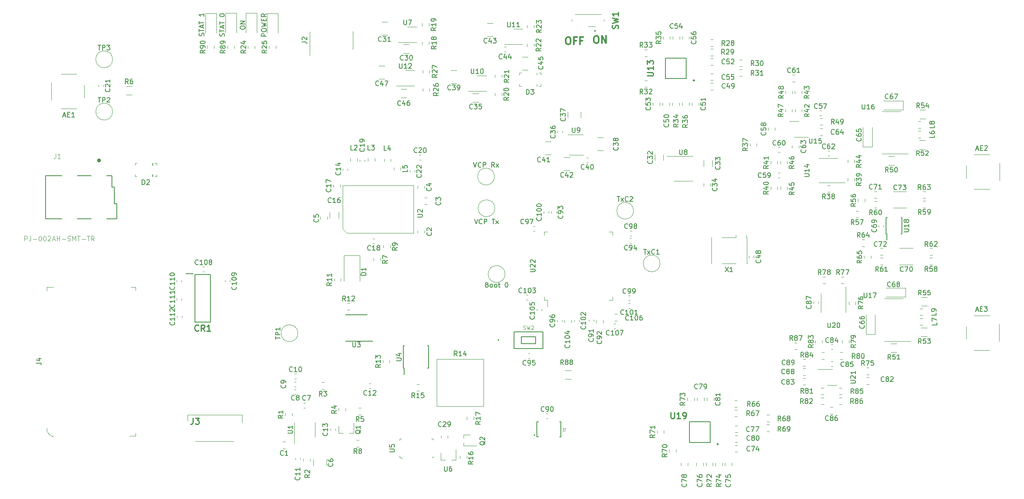
<source format=gbr>
G04 #@! TF.GenerationSoftware,KiCad,Pcbnew,(5.1.2)-1*
G04 #@! TF.CreationDate,2020-05-07T10:56:56-05:00*
G04 #@! TF.ProjectId,EMI_sensor_control_Rev2.0,454d495f-7365-46e7-936f-725f636f6e74,rev?*
G04 #@! TF.SameCoordinates,Original*
G04 #@! TF.FileFunction,Legend,Top*
G04 #@! TF.FilePolarity,Positive*
%FSLAX46Y46*%
G04 Gerber Fmt 4.6, Leading zero omitted, Abs format (unit mm)*
G04 Created by KiCad (PCBNEW (5.1.2)-1) date 2020-05-07 10:56:56*
%MOMM*%
%LPD*%
G04 APERTURE LIST*
%ADD10C,0.300000*%
%ADD11C,0.120000*%
%ADD12C,0.100000*%
%ADD13C,0.400000*%
%ADD14C,0.127000*%
%ADD15C,0.200000*%
%ADD16C,0.150000*%
%ADD17C,0.250000*%
%ADD18C,0.050000*%
%ADD19C,0.254000*%
G04 APERTURE END LIST*
D10*
X154527428Y-57344571D02*
X154813142Y-57344571D01*
X154956000Y-57416000D01*
X155098857Y-57558857D01*
X155170285Y-57844571D01*
X155170285Y-58344571D01*
X155098857Y-58630285D01*
X154956000Y-58773142D01*
X154813142Y-58844571D01*
X154527428Y-58844571D01*
X154384571Y-58773142D01*
X154241714Y-58630285D01*
X154170285Y-58344571D01*
X154170285Y-57844571D01*
X154241714Y-57558857D01*
X154384571Y-57416000D01*
X154527428Y-57344571D01*
X156313142Y-58058857D02*
X155813142Y-58058857D01*
X155813142Y-58844571D02*
X155813142Y-57344571D01*
X156527428Y-57344571D01*
X157598857Y-58058857D02*
X157098857Y-58058857D01*
X157098857Y-58844571D02*
X157098857Y-57344571D01*
X157813142Y-57344571D01*
X160361428Y-57090571D02*
X160647142Y-57090571D01*
X160790000Y-57162000D01*
X160932857Y-57304857D01*
X161004285Y-57590571D01*
X161004285Y-58090571D01*
X160932857Y-58376285D01*
X160790000Y-58519142D01*
X160647142Y-58590571D01*
X160361428Y-58590571D01*
X160218571Y-58519142D01*
X160075714Y-58376285D01*
X160004285Y-58090571D01*
X160004285Y-57590571D01*
X160075714Y-57304857D01*
X160218571Y-57162000D01*
X160361428Y-57090571D01*
X161647142Y-58590571D02*
X161647142Y-57090571D01*
X162504285Y-58590571D01*
X162504285Y-57090571D01*
D11*
X163828000Y-98555500D02*
X163828000Y-97855500D01*
X163828000Y-97855500D02*
X163128000Y-97855500D01*
X163828000Y-111375500D02*
X163828000Y-112075500D01*
X163828000Y-112075500D02*
X163128000Y-112075500D01*
X149608000Y-98555500D02*
X149608000Y-97855500D01*
X149608000Y-97855500D02*
X150308000Y-97855500D01*
X149608000Y-111375500D02*
X149608000Y-112075500D01*
X149608000Y-112075500D02*
X150308000Y-112075500D01*
X150308000Y-112075500D02*
X150308000Y-113440500D01*
X173758800Y-104444800D02*
G75*
G03X173758800Y-104444800I-1750000J0D01*
G01*
X107339200Y-108100652D02*
X107339200Y-107578148D01*
X105919200Y-108100652D02*
X105919200Y-107578148D01*
X122480300Y-98109800D02*
X108545300Y-98109800D01*
X122480300Y-88211660D02*
X122480300Y-98109800D01*
X107741720Y-88211660D02*
X122476720Y-88211660D01*
X107745300Y-97309800D02*
X107745300Y-88211660D01*
X108545300Y-98109800D02*
X107745300Y-97309800D01*
X49174600Y-72205400D02*
X52374600Y-72205400D01*
X49174600Y-65005400D02*
X52374600Y-65005400D01*
X53974600Y-69905400D02*
X53974600Y-67305400D01*
X47094600Y-70405400D02*
X47094600Y-66805400D01*
X244345000Y-83569400D02*
X244345000Y-87169400D01*
X237465000Y-84069400D02*
X237465000Y-86669400D01*
X242265000Y-88969400D02*
X239065000Y-88969400D01*
X242265000Y-81769400D02*
X239065000Y-81769400D01*
X242239600Y-115272000D02*
X239039600Y-115272000D01*
X242239600Y-122472000D02*
X239039600Y-122472000D01*
X237439600Y-117572000D02*
X237439600Y-120172000D01*
X244319600Y-117072000D02*
X244319600Y-120672000D01*
X95819752Y-141580800D02*
X95297248Y-141580800D01*
X95819752Y-143000800D02*
X95297248Y-143000800D01*
X123343600Y-98111052D02*
X123343600Y-97588548D01*
X124763600Y-98111052D02*
X124763600Y-97588548D01*
X125238252Y-90730000D02*
X124715748Y-90730000D01*
X125238252Y-92150000D02*
X124715748Y-92150000D01*
X124763600Y-88274148D02*
X124763600Y-88796652D01*
X123343600Y-88274148D02*
X123343600Y-88796652D01*
X104494400Y-94725748D02*
X104494400Y-95248252D01*
X103074400Y-94725748D02*
X103074400Y-95248252D01*
X101611600Y-145309836D02*
X101611600Y-146513964D01*
X104331600Y-145309836D02*
X104331600Y-146513964D01*
X99942467Y-134520400D02*
X99599933Y-134520400D01*
X99942467Y-133500400D02*
X99599933Y-133500400D01*
X97696233Y-130731800D02*
X98038767Y-130731800D01*
X97696233Y-131751800D02*
X98038767Y-131751800D01*
X97668233Y-130100800D02*
X98010767Y-130100800D01*
X97668233Y-129080800D02*
X98010767Y-129080800D01*
X97731733Y-128449800D02*
X98074267Y-128449800D01*
X97731733Y-127429800D02*
X98074267Y-127429800D01*
X97915000Y-144963033D02*
X97915000Y-145305567D01*
X98935000Y-144963033D02*
X98935000Y-145305567D01*
X113545467Y-129487200D02*
X113202933Y-129487200D01*
X113545467Y-130507200D02*
X113202933Y-130507200D01*
X105154000Y-138867033D02*
X105154000Y-139209567D01*
X106174000Y-138867033D02*
X106174000Y-139209567D01*
X107744800Y-84704133D02*
X107744800Y-85046667D01*
X108764800Y-84704133D02*
X108764800Y-85046667D01*
X106878800Y-95024964D02*
X106878800Y-93820836D01*
X105058800Y-95024964D02*
X105058800Y-93820836D01*
X107186800Y-88542652D02*
X107186800Y-88020148D01*
X105766800Y-88542652D02*
X105766800Y-88020148D01*
X114358267Y-100332000D02*
X114015733Y-100332000D01*
X114358267Y-99312000D02*
X114015733Y-99312000D01*
X111300800Y-83217867D02*
X111300800Y-82875333D01*
X112320800Y-83217867D02*
X112320800Y-82875333D01*
X123667733Y-82856800D02*
X124010267Y-82856800D01*
X123667733Y-81836800D02*
X124010267Y-81836800D01*
X57964800Y-67265733D02*
X57964800Y-67608267D01*
X56944800Y-67265733D02*
X56944800Y-67608267D01*
X121714800Y-85110533D02*
X121714800Y-85453067D01*
X122734800Y-85110533D02*
X122734800Y-85453067D01*
X129602300Y-140828552D02*
X129602300Y-140306048D01*
X128182300Y-140828552D02*
X128182300Y-140306048D01*
X120338436Y-58843500D02*
X121542564Y-58843500D01*
X120338436Y-60663500D02*
X121542564Y-60663500D01*
X117034064Y-56859000D02*
X115829936Y-56859000D01*
X117034064Y-54139000D02*
X115829936Y-54139000D01*
X172635500Y-82998064D02*
X172635500Y-81793936D01*
X174455500Y-82998064D02*
X174455500Y-81793936D01*
X182795500Y-84204564D02*
X182795500Y-83000436D01*
X184615500Y-84204564D02*
X184615500Y-83000436D01*
X184225000Y-87822248D02*
X184225000Y-88344752D01*
X182805000Y-87822248D02*
X182805000Y-88344752D01*
X134779936Y-70887000D02*
X135984064Y-70887000D01*
X134779936Y-69067000D02*
X135984064Y-69067000D01*
X152398000Y-76903733D02*
X152398000Y-77246267D01*
X153418000Y-76903733D02*
X153418000Y-77246267D01*
X154532500Y-74108064D02*
X154532500Y-72903936D01*
X157252500Y-74108064D02*
X157252500Y-72903936D01*
X160714936Y-80925500D02*
X161919064Y-80925500D01*
X160714936Y-78205500D02*
X161919064Y-78205500D01*
X131448564Y-66955500D02*
X130244436Y-66955500D01*
X131448564Y-64235500D02*
X130244436Y-64235500D01*
X158437733Y-83441000D02*
X158780267Y-83441000D01*
X158437733Y-82421000D02*
X158780267Y-82421000D01*
X151070064Y-79094500D02*
X149865936Y-79094500D01*
X151070064Y-81814500D02*
X149865936Y-81814500D01*
X154943564Y-82396500D02*
X153739436Y-82396500D01*
X154943564Y-85116500D02*
X153739436Y-85116500D01*
X139005064Y-57176500D02*
X137800936Y-57176500D01*
X139005064Y-54456500D02*
X137800936Y-54456500D01*
X141370233Y-60390500D02*
X141712767Y-60390500D01*
X141370233Y-59370500D02*
X141712767Y-59370500D01*
X146298064Y-61441500D02*
X145093936Y-61441500D01*
X146298064Y-64161500D02*
X145093936Y-64161500D01*
X119857436Y-69934500D02*
X121061564Y-69934500D01*
X119857436Y-68114500D02*
X121061564Y-68114500D01*
X116462564Y-66066500D02*
X115258436Y-66066500D01*
X116462564Y-63346500D02*
X115258436Y-63346500D01*
X193232500Y-103245767D02*
X193232500Y-102903233D01*
X192212500Y-103245767D02*
X192212500Y-102903233D01*
X184253348Y-66866700D02*
X184775852Y-66866700D01*
X184253348Y-68286700D02*
X184775852Y-68286700D01*
X174296000Y-71517252D02*
X174296000Y-70994748D01*
X175716000Y-71517252D02*
X175716000Y-70994748D01*
X181812000Y-71517252D02*
X181812000Y-70994748D01*
X180392000Y-71517252D02*
X180392000Y-70994748D01*
X184775852Y-61761300D02*
X184253348Y-61761300D01*
X184775852Y-63181300D02*
X184253348Y-63181300D01*
X172264000Y-71508252D02*
X172264000Y-70985748D01*
X173684000Y-71508252D02*
X173684000Y-70985748D01*
X177811500Y-57197248D02*
X177811500Y-57719752D01*
X176391500Y-57197248D02*
X176391500Y-57719752D01*
X184775852Y-64898200D02*
X184253348Y-64898200D01*
X184775852Y-66318200D02*
X184253348Y-66318200D01*
X179780000Y-57728752D02*
X179780000Y-57206248D01*
X178360000Y-57728752D02*
X178360000Y-57206248D01*
X206951733Y-72642000D02*
X207294267Y-72642000D01*
X206951733Y-73662000D02*
X207294267Y-73662000D01*
X196267000Y-76192748D02*
X196267000Y-76715252D01*
X197687000Y-76192748D02*
X197687000Y-76715252D01*
X198686267Y-86616000D02*
X198343733Y-86616000D01*
X198686267Y-85596000D02*
X198343733Y-85596000D01*
X198672267Y-80262000D02*
X198329733Y-80262000D01*
X198672267Y-81282000D02*
X198329733Y-81282000D01*
X201287748Y-65203000D02*
X201810252Y-65203000D01*
X201287748Y-66623000D02*
X201810252Y-66623000D01*
X208630733Y-82044000D02*
X208973267Y-82044000D01*
X208630733Y-81024000D02*
X208973267Y-81024000D01*
X201220000Y-80432652D02*
X201220000Y-79910148D01*
X202640000Y-80432652D02*
X202640000Y-79910148D01*
X207053548Y-77824400D02*
X207576052Y-77824400D01*
X207053548Y-76404400D02*
X207576052Y-76404400D01*
X215981000Y-76124000D02*
X215981000Y-80209000D01*
X215981000Y-80209000D02*
X217851000Y-80209000D01*
X217851000Y-80209000D02*
X217851000Y-76124000D01*
X216616000Y-115113000D02*
X216616000Y-119198000D01*
X216616000Y-119198000D02*
X218486000Y-119198000D01*
X218486000Y-119198000D02*
X218486000Y-115113000D01*
X224354000Y-70566000D02*
X220269000Y-70566000D01*
X224354000Y-72436000D02*
X224354000Y-70566000D01*
X220269000Y-72436000D02*
X224354000Y-72436000D01*
X224821500Y-109555000D02*
X220736500Y-109555000D01*
X224821500Y-111425000D02*
X224821500Y-109555000D01*
X220736500Y-111425000D02*
X224821500Y-111425000D01*
X220220000Y-96475733D02*
X220220000Y-96818267D01*
X219200000Y-96475733D02*
X219200000Y-96818267D01*
X223596748Y-101287000D02*
X226369252Y-101287000D01*
X223596748Y-104707000D02*
X226369252Y-104707000D01*
X218296748Y-90880000D02*
X218819252Y-90880000D01*
X218296748Y-89460000D02*
X218819252Y-89460000D01*
X219566748Y-102691000D02*
X220089252Y-102691000D01*
X219566748Y-101271000D02*
X220089252Y-101271000D01*
X225033252Y-89476000D02*
X222260748Y-89476000D01*
X225033252Y-92896000D02*
X222260748Y-92896000D01*
X189320648Y-143712000D02*
X189843152Y-143712000D01*
X189320648Y-142292000D02*
X189843152Y-142292000D01*
X187250000Y-146514452D02*
X187250000Y-145991948D01*
X188670000Y-146514452D02*
X188670000Y-145991948D01*
X182764500Y-146510752D02*
X182764500Y-145988248D01*
X181344500Y-146510752D02*
X181344500Y-145988248D01*
X189843152Y-138228000D02*
X189320648Y-138228000D01*
X189843152Y-139648000D02*
X189320648Y-139648000D01*
X179526000Y-146510752D02*
X179526000Y-145988248D01*
X178106000Y-146510752D02*
X178106000Y-145988248D01*
X181471500Y-132444748D02*
X181471500Y-132967252D01*
X182891500Y-132444748D02*
X182891500Y-132967252D01*
X189843152Y-141680000D02*
X189320648Y-141680000D01*
X189843152Y-140260000D02*
X189320648Y-140260000D01*
X183503500Y-132967252D02*
X183503500Y-132444748D01*
X184923500Y-132967252D02*
X184923500Y-132444748D01*
X217186252Y-129615000D02*
X216663748Y-129615000D01*
X217186252Y-128195000D02*
X216663748Y-128195000D01*
X203501248Y-128322000D02*
X204023752Y-128322000D01*
X203501248Y-129742000D02*
X204023752Y-129742000D01*
X209364733Y-122303000D02*
X209707267Y-122303000D01*
X209364733Y-121283000D02*
X209707267Y-121283000D01*
X209364733Y-124902500D02*
X209707267Y-124902500D01*
X209364733Y-125922500D02*
X209707267Y-125922500D01*
X209684252Y-135774500D02*
X209161748Y-135774500D01*
X209684252Y-134354500D02*
X209161748Y-134354500D01*
X205674500Y-112756767D02*
X205674500Y-112414233D01*
X206694500Y-112756767D02*
X206694500Y-112414233D01*
X203501248Y-127773500D02*
X204023752Y-127773500D01*
X203501248Y-126353500D02*
X204023752Y-126353500D01*
X204023752Y-124385000D02*
X203501248Y-124385000D01*
X204023752Y-125805000D02*
X203501248Y-125805000D01*
X150106533Y-135722900D02*
X150449067Y-135722900D01*
X150106533Y-136742900D02*
X150449067Y-136742900D01*
X159958500Y-116489267D02*
X159958500Y-116146733D01*
X158938500Y-116489267D02*
X158938500Y-116146733D01*
X160516500Y-116792752D02*
X160516500Y-116270248D01*
X161936500Y-116792752D02*
X161936500Y-116270248D01*
X152148000Y-93632233D02*
X152148000Y-93974767D01*
X151128000Y-93632233D02*
X151128000Y-93974767D01*
X167797267Y-100268500D02*
X167454733Y-100268500D01*
X167797267Y-99248500D02*
X167454733Y-99248500D01*
X146664467Y-124233400D02*
X146321933Y-124233400D01*
X146664467Y-123213400D02*
X146321933Y-123213400D01*
X152334500Y-116273733D02*
X152334500Y-116616267D01*
X153354500Y-116273733D02*
X153354500Y-116616267D01*
X147695767Y-96645000D02*
X147353233Y-96645000D01*
X147695767Y-97665000D02*
X147353233Y-97665000D01*
X167468733Y-97661000D02*
X167811267Y-97661000D01*
X167468733Y-98681000D02*
X167811267Y-98681000D01*
X167137233Y-111148400D02*
X167479767Y-111148400D01*
X167137233Y-112168400D02*
X167479767Y-112168400D01*
X150560500Y-93974767D02*
X150560500Y-93632233D01*
X149540500Y-93974767D02*
X149540500Y-93632233D01*
X167151233Y-113755900D02*
X167493767Y-113755900D01*
X167151233Y-112735900D02*
X167493767Y-112735900D01*
X155890500Y-116224233D02*
X155890500Y-116566767D01*
X156910500Y-116224233D02*
X156910500Y-116566767D01*
X146298767Y-112016000D02*
X145956233Y-112016000D01*
X146298767Y-110996000D02*
X145956233Y-110996000D01*
X153912500Y-116206748D02*
X153912500Y-116729252D01*
X155332500Y-116206748D02*
X155332500Y-116729252D01*
X149100000Y-113924233D02*
X149100000Y-114266767D01*
X148080000Y-113924233D02*
X148080000Y-114266767D01*
X164798752Y-116407000D02*
X164276248Y-116407000D01*
X164798752Y-114987000D02*
X164276248Y-114987000D01*
X164495267Y-117985000D02*
X164152733Y-117985000D01*
X164495267Y-116965000D02*
X164152733Y-116965000D01*
X78605533Y-105154000D02*
X78948067Y-105154000D01*
X78605533Y-106174000D02*
X78948067Y-106174000D01*
X83233800Y-107967933D02*
X83233800Y-108310467D01*
X84253800Y-107967933D02*
X84253800Y-108310467D01*
X73226200Y-108324467D02*
X73226200Y-107981933D01*
X74246200Y-108324467D02*
X74246200Y-107981933D01*
X74246200Y-112058267D02*
X74246200Y-111715733D01*
X73226200Y-112058267D02*
X73226200Y-111715733D01*
X73251600Y-115727267D02*
X73251600Y-115384733D01*
X74271600Y-115727267D02*
X74271600Y-115384733D01*
X111276400Y-102753200D02*
X107976400Y-102753200D01*
X107976400Y-102753200D02*
X107976400Y-108153200D01*
X111276400Y-102753200D02*
X111276400Y-108153200D01*
D12*
X64520000Y-86363000D02*
X64520000Y-85963000D01*
X64520000Y-86363000D02*
X64920000Y-86363000D01*
X69020000Y-86363000D02*
X68620000Y-86363000D01*
X69020000Y-86363000D02*
X69020000Y-85963000D01*
X69020000Y-83563000D02*
X69020000Y-83963000D01*
X69020000Y-83563000D02*
X68620000Y-83563000D01*
X64520000Y-83563000D02*
X64520000Y-83963000D01*
X64520000Y-83563000D02*
X64920000Y-83563000D01*
X68133980Y-86362540D02*
X68210180Y-86362540D01*
X68133980Y-85897720D02*
X68133980Y-86362540D01*
X68210180Y-85897720D02*
X68133980Y-85897720D01*
X68210180Y-86362540D02*
X68210180Y-85897720D01*
X68133980Y-83560920D02*
X68210180Y-83560920D01*
X68133980Y-84020660D02*
X68133980Y-83560920D01*
X68210180Y-84020660D02*
X68133980Y-84020660D01*
X68210180Y-83560920D02*
X68210180Y-84020660D01*
X148156680Y-64764920D02*
X148156680Y-65224660D01*
X148156680Y-65224660D02*
X148080480Y-65224660D01*
X148080480Y-65224660D02*
X148080480Y-64764920D01*
X148080480Y-64764920D02*
X148156680Y-64764920D01*
X148156680Y-67566540D02*
X148156680Y-67101720D01*
X148156680Y-67101720D02*
X148080480Y-67101720D01*
X148080480Y-67101720D02*
X148080480Y-67566540D01*
X148080480Y-67566540D02*
X148156680Y-67566540D01*
X144466500Y-64767000D02*
X144866500Y-64767000D01*
X144466500Y-64767000D02*
X144466500Y-65167000D01*
X148966500Y-64767000D02*
X148566500Y-64767000D01*
X148966500Y-64767000D02*
X148966500Y-65167000D01*
X148966500Y-67567000D02*
X148966500Y-67167000D01*
X148966500Y-67567000D02*
X148566500Y-67567000D01*
X144466500Y-67567000D02*
X144866500Y-67567000D01*
X144466500Y-67567000D02*
X144466500Y-67167000D01*
D11*
X89882600Y-56413200D02*
X89882600Y-52353200D01*
X89882600Y-52353200D02*
X87612600Y-52353200D01*
X87612600Y-52353200D02*
X87612600Y-56413200D01*
X94276800Y-56438600D02*
X94276800Y-52378600D01*
X94276800Y-52378600D02*
X92006800Y-52378600D01*
X92006800Y-52378600D02*
X92006800Y-56438600D01*
X83345400Y-52353200D02*
X83345400Y-56413200D01*
X85615400Y-52353200D02*
X83345400Y-52353200D01*
X85615400Y-56413200D02*
X85615400Y-52353200D01*
X79179800Y-52378600D02*
X79179800Y-56438600D01*
X81449800Y-52378600D02*
X79179800Y-52378600D01*
X81449800Y-56438600D02*
X81449800Y-52378600D01*
D13*
X57248400Y-82998400D02*
G75*
G03X57248400Y-82998400I-200000J0D01*
G01*
D14*
X45948400Y-86188400D02*
X45948400Y-95188400D01*
X45948400Y-95188400D02*
X49348400Y-95188400D01*
X52548400Y-95188400D02*
X55448400Y-95188400D01*
X58648400Y-95188400D02*
X60748400Y-95188400D01*
X60748400Y-95188400D02*
X60748400Y-91988400D01*
X60748400Y-91988400D02*
X60198400Y-91988400D01*
X60198400Y-91988400D02*
X60198400Y-88538400D01*
X60198400Y-88538400D02*
X59698400Y-88538400D01*
X59698400Y-88538400D02*
X59698400Y-86188400D01*
X59698400Y-86188400D02*
X58648400Y-86188400D01*
X55448400Y-86188400D02*
X52548400Y-86188400D01*
X49348400Y-86188400D02*
X45948400Y-86188400D01*
D11*
X100841500Y-59759000D02*
X100841500Y-56229000D01*
X109851500Y-59759000D02*
X109851500Y-56229000D01*
X100906500Y-61084000D02*
X100906500Y-59759000D01*
X100841500Y-59759000D02*
X100906500Y-59759000D01*
X100841500Y-56229000D02*
X100906500Y-56229000D01*
X109786500Y-59759000D02*
X109851500Y-59759000D01*
X109786500Y-56229000D02*
X109851500Y-56229000D01*
D12*
X75453000Y-136009800D02*
X86853000Y-136009800D01*
X75453000Y-136009800D02*
X75453000Y-137209800D01*
X86853000Y-136009800D02*
X86853000Y-137609800D01*
X85053000Y-141459800D02*
X77053000Y-141459800D01*
X64669600Y-139741000D02*
X64669600Y-140341000D01*
X64669600Y-140341000D02*
X63469600Y-140341000D01*
X64669600Y-110041000D02*
X64669600Y-109341000D01*
X64669600Y-109341000D02*
X63669600Y-109341000D01*
X46169600Y-110141000D02*
X46169600Y-109341000D01*
X46169600Y-109341000D02*
X47569600Y-109341000D01*
X46169600Y-138741000D02*
X46169600Y-139441000D01*
X46169600Y-139441000D02*
X47069600Y-140341000D01*
X47069600Y-140341000D02*
X47469600Y-140341000D01*
X47469600Y-140341000D02*
X47469600Y-140541000D01*
D11*
X109322800Y-82584548D02*
X109322800Y-83107052D01*
X110742800Y-82584548D02*
X110742800Y-83107052D01*
X114400400Y-82584548D02*
X114400400Y-83107052D01*
X112980400Y-82584548D02*
X112980400Y-83107052D01*
X116333200Y-82686148D02*
X116333200Y-83208652D01*
X117753200Y-82686148D02*
X117753200Y-83208652D01*
X119785200Y-84464148D02*
X119785200Y-84986652D01*
X118365200Y-84464148D02*
X118365200Y-84986652D01*
X106878000Y-139812300D02*
X106878000Y-138352300D01*
X110038000Y-139812300D02*
X110038000Y-137652300D01*
X110038000Y-139812300D02*
X109108000Y-139812300D01*
X106878000Y-139812300D02*
X107808000Y-139812300D01*
X132856300Y-140774800D02*
X132856300Y-140114800D01*
X132856300Y-142444800D02*
X132856300Y-141774800D01*
X132856300Y-142434800D02*
X135591300Y-142434800D01*
X134266300Y-140114800D02*
X132856300Y-140114800D01*
X95810000Y-136129552D02*
X95810000Y-135607048D01*
X97230000Y-136129552D02*
X97230000Y-135607048D01*
X100976500Y-145609052D02*
X100976500Y-145086548D01*
X99556500Y-145609052D02*
X99556500Y-145086548D01*
X103884252Y-130656400D02*
X103361748Y-130656400D01*
X103884252Y-129236400D02*
X103361748Y-129236400D01*
X108342500Y-135113552D02*
X108342500Y-134591048D01*
X106922500Y-135113552D02*
X106922500Y-134591048D01*
X111585752Y-134532300D02*
X111063248Y-134532300D01*
X111585752Y-135952300D02*
X111063248Y-135952300D01*
X62694736Y-67517600D02*
X63898864Y-67517600D01*
X62694736Y-69337600D02*
X63898864Y-69337600D01*
X115619600Y-103379748D02*
X115619600Y-103902252D01*
X114199600Y-103379748D02*
X114199600Y-103902252D01*
X111141252Y-142619800D02*
X110618748Y-142619800D01*
X111141252Y-141199800D02*
X110618748Y-141199800D01*
X116231600Y-100687348D02*
X116231600Y-101209852D01*
X117651600Y-100687348D02*
X117651600Y-101209852D01*
X108679348Y-114146400D02*
X109201852Y-114146400D01*
X108679348Y-112726400D02*
X109201852Y-112726400D01*
X116079200Y-125118652D02*
X116079200Y-124596148D01*
X117499200Y-125118652D02*
X117499200Y-124596148D01*
X127294300Y-124388300D02*
X137064300Y-124388300D01*
X127294300Y-134158300D02*
X137064300Y-134158300D01*
X127294300Y-124388300D02*
X127294300Y-134158300D01*
X137064300Y-124388300D02*
X137064300Y-134158300D01*
X123629052Y-129579300D02*
X123106548Y-129579300D01*
X123629052Y-130999300D02*
X123106548Y-130999300D01*
X132119300Y-145037552D02*
X132119300Y-144515048D01*
X133539300Y-145037552D02*
X133539300Y-144515048D01*
X133579800Y-136432548D02*
X133579800Y-136955052D01*
X134999800Y-136432548D02*
X134999800Y-136955052D01*
X124258000Y-58862752D02*
X124258000Y-58340248D01*
X125678000Y-58862752D02*
X125678000Y-58340248D01*
X125678000Y-54989252D02*
X125678000Y-54466748D01*
X124258000Y-54989252D02*
X124258000Y-54466748D01*
X139434500Y-69539752D02*
X139434500Y-69017248D01*
X140854500Y-69539752D02*
X140854500Y-69017248D01*
X139434500Y-65720752D02*
X139434500Y-65198248D01*
X140854500Y-65720752D02*
X140854500Y-65198248D01*
X146102000Y-59261752D02*
X146102000Y-58739248D01*
X147522000Y-59261752D02*
X147522000Y-58739248D01*
X147522000Y-55388252D02*
X147522000Y-54865748D01*
X146102000Y-55388252D02*
X146102000Y-54865748D01*
X88037600Y-59671852D02*
X88037600Y-59149348D01*
X89457600Y-59671852D02*
X89457600Y-59149348D01*
X92431800Y-59671852D02*
X92431800Y-59149348D01*
X93851800Y-59671852D02*
X93851800Y-59149348D01*
X124385000Y-68596252D02*
X124385000Y-68073748D01*
X125805000Y-68596252D02*
X125805000Y-68073748D01*
X125805000Y-64768252D02*
X125805000Y-64245748D01*
X124385000Y-64768252D02*
X124385000Y-64245748D01*
X184775852Y-59244300D02*
X184253348Y-59244300D01*
X184775852Y-57824300D02*
X184253348Y-57824300D01*
X184775852Y-59792800D02*
X184253348Y-59792800D01*
X184775852Y-61212800D02*
X184253348Y-61212800D01*
X190311248Y-62028000D02*
X190833752Y-62028000D01*
X190311248Y-63448000D02*
X190833752Y-63448000D01*
X190311248Y-64060000D02*
X190833752Y-64060000D01*
X190311248Y-65480000D02*
X190833752Y-65480000D01*
X171067252Y-66346000D02*
X170544748Y-66346000D01*
X171067252Y-67766000D02*
X170544748Y-67766000D01*
X170544748Y-61352500D02*
X171067252Y-61352500D01*
X170544748Y-59932500D02*
X171067252Y-59932500D01*
X177748000Y-70994748D02*
X177748000Y-71517252D01*
X176328000Y-70994748D02*
X176328000Y-71517252D01*
X175843000Y-57728752D02*
X175843000Y-57206248D01*
X174423000Y-57728752D02*
X174423000Y-57206248D01*
X178360000Y-70985748D02*
X178360000Y-71508252D01*
X179780000Y-70985748D02*
X179780000Y-71508252D01*
X193877000Y-80008252D02*
X193877000Y-79485748D01*
X192457000Y-80008252D02*
X192457000Y-79485748D01*
X208535748Y-88190000D02*
X209058252Y-88190000D01*
X208535748Y-89610000D02*
X209058252Y-89610000D01*
X212777000Y-86733748D02*
X212777000Y-87256252D01*
X214197000Y-86733748D02*
X214197000Y-87256252D01*
X198195000Y-89025252D02*
X198195000Y-88502748D01*
X196775000Y-89025252D02*
X196775000Y-88502748D01*
X196775000Y-83700252D02*
X196775000Y-83177748D01*
X198195000Y-83700252D02*
X198195000Y-83177748D01*
X203275000Y-72896252D02*
X203275000Y-72373748D01*
X201855000Y-72896252D02*
X201855000Y-72373748D01*
X201829600Y-69086252D02*
X201829600Y-68563748D01*
X203249600Y-69086252D02*
X203249600Y-68563748D01*
X212777000Y-82914748D02*
X212777000Y-83437252D01*
X214197000Y-82914748D02*
X214197000Y-83437252D01*
X198807000Y-89025252D02*
X198807000Y-88502748D01*
X200227000Y-89025252D02*
X200227000Y-88502748D01*
X200227000Y-83691252D02*
X200227000Y-83168748D01*
X198807000Y-83691252D02*
X198807000Y-83168748D01*
X199823000Y-72896252D02*
X199823000Y-72373748D01*
X201243000Y-72896252D02*
X201243000Y-72373748D01*
X199848400Y-69086252D02*
X199848400Y-68563748D01*
X201268400Y-69086252D02*
X201268400Y-68563748D01*
X207057248Y-74220000D02*
X207579752Y-74220000D01*
X207057248Y-75640000D02*
X207579752Y-75640000D01*
X221266936Y-82148000D02*
X222471064Y-82148000D01*
X221266936Y-83968000D02*
X222471064Y-83968000D01*
X221774936Y-122957000D02*
X222979064Y-122957000D01*
X221774936Y-121137000D02*
X222979064Y-121137000D01*
X227707436Y-80666000D02*
X228911564Y-80666000D01*
X227707436Y-78846000D02*
X228911564Y-78846000D01*
X228088436Y-119655000D02*
X229292564Y-119655000D01*
X228088436Y-117835000D02*
X229292564Y-117835000D01*
X227780436Y-72496000D02*
X228984564Y-72496000D01*
X227780436Y-74316000D02*
X228984564Y-74316000D01*
X228124936Y-113305000D02*
X229329064Y-113305000D01*
X228124936Y-111485000D02*
X229329064Y-111485000D01*
X214936000Y-91565252D02*
X214936000Y-91042748D01*
X216356000Y-91565252D02*
X216356000Y-91042748D01*
X215009252Y-93524000D02*
X214486748Y-93524000D01*
X215009252Y-94944000D02*
X214486748Y-94944000D01*
X229862748Y-103277600D02*
X230385252Y-103277600D01*
X229862748Y-104697600D02*
X230385252Y-104697600D01*
X228449348Y-92861200D02*
X228971852Y-92861200D01*
X228449348Y-91441200D02*
X228971852Y-91441200D01*
X218828252Y-91492000D02*
X218305748Y-91492000D01*
X218828252Y-92912000D02*
X218305748Y-92912000D01*
X220089252Y-104723000D02*
X219566748Y-104723000D01*
X220089252Y-103303000D02*
X219566748Y-103303000D01*
X229871748Y-102716400D02*
X230394252Y-102716400D01*
X229871748Y-101296400D02*
X230394252Y-101296400D01*
X228440348Y-89460000D02*
X228962852Y-89460000D01*
X228440348Y-90880000D02*
X228962852Y-90880000D01*
X215756748Y-100913000D02*
X216279252Y-100913000D01*
X215756748Y-99493000D02*
X216279252Y-99493000D01*
X217626000Y-102853748D02*
X217626000Y-103376252D01*
X216206000Y-102853748D02*
X216206000Y-103376252D01*
X189817752Y-132957500D02*
X189295248Y-132957500D01*
X189817752Y-134377500D02*
X189295248Y-134377500D01*
X189817752Y-134926000D02*
X189295248Y-134926000D01*
X189817752Y-136346000D02*
X189295248Y-136346000D01*
X195962748Y-137425500D02*
X196485252Y-137425500D01*
X195962748Y-136005500D02*
X196485252Y-136005500D01*
X195962748Y-138037500D02*
X196485252Y-138037500D01*
X195962748Y-139457500D02*
X196485252Y-139457500D01*
X177049500Y-143130748D02*
X177049500Y-143653252D01*
X175629500Y-143130748D02*
X175629500Y-143653252D01*
X173140300Y-139758052D02*
X173140300Y-139235548D01*
X174560300Y-139758052D02*
X174560300Y-139235548D01*
X183313000Y-145988248D02*
X183313000Y-146510752D01*
X184733000Y-145988248D02*
X184733000Y-146510752D01*
X180859500Y-132967252D02*
X180859500Y-132444748D01*
X179439500Y-132967252D02*
X179439500Y-132444748D01*
X186701500Y-145988248D02*
X186701500Y-146510752D01*
X185281500Y-145988248D02*
X185281500Y-146510752D01*
X216663748Y-127583000D02*
X217186252Y-127583000D01*
X216663748Y-126163000D02*
X217186252Y-126163000D01*
X214451000Y-112982752D02*
X214451000Y-112460248D01*
X213031000Y-112982752D02*
X213031000Y-112460248D01*
X211456748Y-107240000D02*
X211979252Y-107240000D01*
X211456748Y-108660000D02*
X211979252Y-108660000D01*
X207637748Y-107240000D02*
X208160252Y-107240000D01*
X207637748Y-108660000D02*
X208160252Y-108660000D01*
X213054000Y-120443248D02*
X213054000Y-120965752D01*
X211634000Y-120443248D02*
X211634000Y-120965752D01*
X211725252Y-122924500D02*
X211202748Y-122924500D01*
X211725252Y-124344500D02*
X211202748Y-124344500D01*
X207770252Y-131774000D02*
X207247748Y-131774000D01*
X207770252Y-130354000D02*
X207247748Y-130354000D01*
X207247748Y-132386000D02*
X207770252Y-132386000D01*
X207247748Y-133806000D02*
X207770252Y-133806000D01*
X206046000Y-120443248D02*
X206046000Y-120965752D01*
X207466000Y-120443248D02*
X207466000Y-120965752D01*
X207374748Y-124344500D02*
X207897252Y-124344500D01*
X207374748Y-122924500D02*
X207897252Y-122924500D01*
X211012248Y-131774000D02*
X211534752Y-131774000D01*
X211012248Y-130354000D02*
X211534752Y-130354000D01*
X211534752Y-132386000D02*
X211012248Y-132386000D01*
X211534752Y-133806000D02*
X211012248Y-133806000D01*
X201723248Y-122376000D02*
X202245752Y-122376000D01*
X201723248Y-120956000D02*
X202245752Y-120956000D01*
X154056936Y-126699600D02*
X155261064Y-126699600D01*
X154056936Y-128519600D02*
X155261064Y-128519600D01*
X85190400Y-59662852D02*
X85190400Y-59140348D01*
X83770400Y-59662852D02*
X83770400Y-59140348D01*
X79579400Y-59646452D02*
X79579400Y-59123948D01*
X80999400Y-59646452D02*
X80999400Y-59123948D01*
D15*
X160226800Y-56148000D02*
X160226800Y-56148000D01*
X160226800Y-55948000D02*
X160226800Y-55948000D01*
D12*
X160276800Y-55148000D02*
X158776800Y-55148000D01*
X162126800Y-54048000D02*
X162126800Y-53648000D01*
X155426800Y-54048000D02*
X155426800Y-53648000D01*
X161476800Y-52548000D02*
X156076800Y-52548000D01*
D15*
X160226800Y-55948000D02*
G75*
G02X160226800Y-56148000I0J-100000D01*
G01*
X160226800Y-56148000D02*
G75*
G02X160226800Y-55948000I0J100000D01*
G01*
D14*
X143380200Y-118671400D02*
X143380200Y-122171400D01*
X143380200Y-122171400D02*
X149380200Y-122171400D01*
X149380200Y-122171400D02*
X149380200Y-118671400D01*
X149380200Y-118671400D02*
X143380200Y-118671400D01*
X144880200Y-119671400D02*
X144880200Y-121171400D01*
X144880200Y-121171400D02*
X147880200Y-121171400D01*
X147880200Y-121171400D02*
X147880200Y-119671400D01*
X147880200Y-119671400D02*
X144880200Y-119671400D01*
D15*
X140230200Y-120421400D02*
G75*
G03X140230200Y-120421400I-100000J0D01*
G01*
D11*
X98422400Y-118973600D02*
G75*
G03X98422400Y-118973600I-1750000J0D01*
G01*
X59865200Y-72847200D02*
G75*
G03X59865200Y-72847200I-1750000J0D01*
G01*
X59865200Y-61950600D02*
G75*
G03X59865200Y-61950600I-1750000J0D01*
G01*
X139316400Y-86360000D02*
G75*
G03X139316400Y-86360000I-1750000J0D01*
G01*
X139392600Y-92964000D02*
G75*
G03X139392600Y-92964000I-1750000J0D01*
G01*
X168247000Y-93484700D02*
G75*
G03X168247000Y-93484700I-1750000J0D01*
G01*
X141500800Y-106654600D02*
G75*
G03X141500800Y-106654600I-1750000J0D01*
G01*
D16*
X120361800Y-126264300D02*
X120486800Y-126264300D01*
X120361800Y-121614300D02*
X120586800Y-121614300D01*
X125611800Y-121614300D02*
X125386800Y-121614300D01*
X125611800Y-126264300D02*
X125386800Y-126264300D01*
X120361800Y-126264300D02*
X120361800Y-121614300D01*
X125611800Y-126264300D02*
X125611800Y-121614300D01*
X120486800Y-126264300D02*
X120486800Y-127614300D01*
D12*
X126250300Y-144875800D02*
X126500300Y-144875800D01*
X126500300Y-144875800D02*
X126500300Y-144575800D01*
X126200300Y-140975800D02*
X126500300Y-140975800D01*
X126500300Y-140975800D02*
X126500300Y-141225800D01*
X119600300Y-141275800D02*
X119600300Y-140975800D01*
X119600300Y-140975800D02*
X119900300Y-140975800D01*
X119600300Y-144525800D02*
X119600300Y-144875800D01*
X119600300Y-144875800D02*
X120000300Y-144875800D01*
X120000300Y-144875800D02*
X120000300Y-145075800D01*
D11*
X128137800Y-145400300D02*
X129067800Y-145400300D01*
X131297800Y-145400300D02*
X130367800Y-145400300D01*
X131297800Y-145400300D02*
X131297800Y-143240300D01*
X128137800Y-145400300D02*
X128137800Y-143940300D01*
X119321500Y-58379000D02*
X123121500Y-58379000D01*
X121221500Y-55159000D02*
X123121500Y-55159000D01*
X178562000Y-82149000D02*
X175112000Y-82149000D01*
X178562000Y-82149000D02*
X180512000Y-82149000D01*
X178562000Y-87269000D02*
X176612000Y-87269000D01*
X178562000Y-87269000D02*
X180512000Y-87269000D01*
X154523500Y-77674000D02*
X157773500Y-77674000D01*
X154773500Y-81894000D02*
X157773500Y-81894000D01*
X135699500Y-65319000D02*
X137599500Y-65319000D01*
X133799500Y-68539000D02*
X137599500Y-68539000D01*
X141356000Y-58823500D02*
X145156000Y-58823500D01*
X143256000Y-55603500D02*
X145156000Y-55603500D01*
X120777000Y-64239500D02*
X122677000Y-64239500D01*
X118877000Y-67459500D02*
X122677000Y-67459500D01*
D15*
X179216000Y-65981000D02*
X174916000Y-65981000D01*
X174916000Y-65981000D02*
X174916000Y-61681000D01*
X174916000Y-61681000D02*
X179216000Y-61681000D01*
X179216000Y-61681000D02*
X179216000Y-65981000D01*
D17*
X180891000Y-66331000D02*
G75*
G03X180891000Y-66331000I-125000J0D01*
G01*
D11*
X208726000Y-82530000D02*
X206776000Y-82530000D01*
X208726000Y-82530000D02*
X210676000Y-82530000D01*
X208726000Y-87650000D02*
X206776000Y-87650000D01*
X208726000Y-87650000D02*
X212176000Y-87650000D01*
X200590000Y-74875000D02*
X202590000Y-74875000D01*
X201590000Y-78115000D02*
X204590000Y-78115000D01*
D17*
X185879500Y-142073000D02*
G75*
G03X185879500Y-142073000I-125000J0D01*
G01*
D15*
X184204500Y-137423000D02*
X184204500Y-141723000D01*
X179904500Y-137423000D02*
X184204500Y-137423000D01*
X179904500Y-141723000D02*
X179904500Y-137423000D01*
X184204500Y-141723000D02*
X179904500Y-141723000D01*
D11*
X207244000Y-112712500D02*
X207244000Y-114662500D01*
X207244000Y-112712500D02*
X207244000Y-110762500D01*
X212364000Y-112712500D02*
X212364000Y-114662500D01*
X212364000Y-112712500D02*
X212364000Y-109262500D01*
X209550000Y-126523000D02*
X206550000Y-126523000D01*
X210550000Y-129763000D02*
X208550000Y-129763000D01*
X184462001Y-104495001D02*
X184402001Y-104495001D01*
X184402001Y-104495001D02*
X184402001Y-99015001D01*
X184402001Y-99015001D02*
X184462001Y-99015001D01*
X189542001Y-104495001D02*
X186662001Y-104495001D01*
X191742001Y-98555001D02*
X191742001Y-99015001D01*
X191742001Y-99015001D02*
X191802001Y-99015001D01*
X191802001Y-99015001D02*
X191802001Y-104495001D01*
X191802001Y-104495001D02*
X191742001Y-104495001D01*
X186662001Y-99015001D02*
X189542001Y-99015001D01*
X189542001Y-99015001D02*
X189542001Y-98555001D01*
D15*
X77013000Y-106784600D02*
X80213000Y-106784600D01*
X80213000Y-106784600D02*
X80213000Y-116684600D01*
X80213000Y-116684600D02*
X77013000Y-116684600D01*
X77013000Y-116684600D02*
X77013000Y-106784600D01*
X75138000Y-106614600D02*
X76663000Y-106614600D01*
D11*
X227981252Y-78307000D02*
X227458748Y-78307000D01*
X227981252Y-76887000D02*
X227458748Y-76887000D01*
X228353252Y-115876000D02*
X227830748Y-115876000D01*
X228353252Y-117296000D02*
X227830748Y-117296000D01*
X227458748Y-76275000D02*
X227981252Y-76275000D01*
X227458748Y-74855000D02*
X227981252Y-74855000D01*
X227830748Y-113844000D02*
X228353252Y-113844000D01*
X227830748Y-115264000D02*
X228353252Y-115264000D01*
X101982000Y-139052300D02*
X101982000Y-137552300D01*
X101982000Y-139052300D02*
X101982000Y-140552300D01*
X97662000Y-139052300D02*
X97662000Y-137552300D01*
X97662000Y-139052300D02*
X97662000Y-141927300D01*
D16*
X113960300Y-120663100D02*
X108335300Y-120663100D01*
X112835300Y-115113100D02*
X108335300Y-115113100D01*
D11*
X221869000Y-72781000D02*
X219919000Y-72781000D01*
X221869000Y-72781000D02*
X223819000Y-72781000D01*
X221869000Y-81651000D02*
X219919000Y-81651000D01*
X221869000Y-81651000D02*
X225319000Y-81651000D01*
X222377000Y-120640000D02*
X225827000Y-120640000D01*
X222377000Y-120640000D02*
X220427000Y-120640000D01*
X222377000Y-111770000D02*
X224327000Y-111770000D01*
X222377000Y-111770000D02*
X220427000Y-111770000D01*
D16*
X220758000Y-98281000D02*
X220933000Y-98281000D01*
X220758000Y-94931000D02*
X221008000Y-94931000D01*
X224108000Y-94931000D02*
X223858000Y-94931000D01*
X224108000Y-98281000D02*
X223858000Y-98281000D01*
X220758000Y-98281000D02*
X220758000Y-94931000D01*
X224108000Y-98281000D02*
X224108000Y-94931000D01*
X220933000Y-98281000D02*
X220933000Y-99531000D01*
D14*
X148147400Y-140581000D02*
X148147400Y-137381000D01*
X153147400Y-137381000D02*
X153147400Y-140581000D01*
X148423400Y-137381000D02*
X148147400Y-137381000D01*
X148423400Y-140581000D02*
X148147400Y-140581000D01*
X153147400Y-137381000D02*
X152871400Y-137381000D01*
X153147400Y-140581000D02*
X152871400Y-140581000D01*
D15*
X147747400Y-140181000D02*
G75*
G03X147747400Y-140181000I-100000J0D01*
G01*
D16*
X146750380Y-106203595D02*
X147559904Y-106203595D01*
X147655142Y-106155976D01*
X147702761Y-106108357D01*
X147750380Y-106013119D01*
X147750380Y-105822642D01*
X147702761Y-105727404D01*
X147655142Y-105679785D01*
X147559904Y-105632166D01*
X146750380Y-105632166D01*
X146845619Y-105203595D02*
X146798000Y-105155976D01*
X146750380Y-105060738D01*
X146750380Y-104822642D01*
X146798000Y-104727404D01*
X146845619Y-104679785D01*
X146940857Y-104632166D01*
X147036095Y-104632166D01*
X147178952Y-104679785D01*
X147750380Y-105251214D01*
X147750380Y-104632166D01*
X146845619Y-104251214D02*
X146798000Y-104203595D01*
X146750380Y-104108357D01*
X146750380Y-103870261D01*
X146798000Y-103775023D01*
X146845619Y-103727404D01*
X146940857Y-103679785D01*
X147036095Y-103679785D01*
X147178952Y-103727404D01*
X147750380Y-104298833D01*
X147750380Y-103679785D01*
X170342133Y-101499180D02*
X170913561Y-101499180D01*
X170627847Y-102499180D02*
X170627847Y-101499180D01*
X171151657Y-102499180D02*
X171675466Y-101832514D01*
X171151657Y-101832514D02*
X171675466Y-102499180D01*
X172627847Y-102403942D02*
X172580228Y-102451561D01*
X172437371Y-102499180D01*
X172342133Y-102499180D01*
X172199276Y-102451561D01*
X172104038Y-102356323D01*
X172056419Y-102261085D01*
X172008800Y-102070609D01*
X172008800Y-101927752D01*
X172056419Y-101737276D01*
X172104038Y-101642038D01*
X172199276Y-101546800D01*
X172342133Y-101499180D01*
X172437371Y-101499180D01*
X172580228Y-101546800D01*
X172627847Y-101594419D01*
X173580228Y-102499180D02*
X173008800Y-102499180D01*
X173294514Y-102499180D02*
X173294514Y-101499180D01*
X173199276Y-101642038D01*
X173104038Y-101737276D01*
X173008800Y-101784895D01*
X105431580Y-108482257D02*
X104955390Y-108815590D01*
X105431580Y-109053685D02*
X104431580Y-109053685D01*
X104431580Y-108672733D01*
X104479200Y-108577495D01*
X104526819Y-108529876D01*
X104622057Y-108482257D01*
X104764914Y-108482257D01*
X104860152Y-108529876D01*
X104907771Y-108577495D01*
X104955390Y-108672733D01*
X104955390Y-109053685D01*
X105431580Y-107529876D02*
X105431580Y-108101304D01*
X105431580Y-107815590D02*
X104431580Y-107815590D01*
X104574438Y-107910828D01*
X104669676Y-108006066D01*
X104717295Y-108101304D01*
X105431580Y-106577495D02*
X105431580Y-107148923D01*
X105431580Y-106863209D02*
X104431580Y-106863209D01*
X104574438Y-106958447D01*
X104669676Y-107053685D01*
X104717295Y-107148923D01*
X123302780Y-94792704D02*
X124112304Y-94792704D01*
X124207542Y-94745085D01*
X124255161Y-94697466D01*
X124302780Y-94602228D01*
X124302780Y-94411752D01*
X124255161Y-94316514D01*
X124207542Y-94268895D01*
X124112304Y-94221276D01*
X123302780Y-94221276D01*
X123398019Y-93792704D02*
X123350400Y-93745085D01*
X123302780Y-93649847D01*
X123302780Y-93411752D01*
X123350400Y-93316514D01*
X123398019Y-93268895D01*
X123493257Y-93221276D01*
X123588495Y-93221276D01*
X123731352Y-93268895D01*
X124302780Y-93840323D01*
X124302780Y-93221276D01*
X49607933Y-73672066D02*
X50084123Y-73672066D01*
X49512695Y-73957780D02*
X49846028Y-72957780D01*
X50179361Y-73957780D01*
X50512695Y-73433971D02*
X50846028Y-73433971D01*
X50988885Y-73957780D02*
X50512695Y-73957780D01*
X50512695Y-72957780D01*
X50988885Y-72957780D01*
X51941266Y-73957780D02*
X51369838Y-73957780D01*
X51655552Y-73957780D02*
X51655552Y-72957780D01*
X51560314Y-73100638D01*
X51465076Y-73195876D01*
X51369838Y-73243495D01*
X239498333Y-80636066D02*
X239974523Y-80636066D01*
X239403095Y-80921780D02*
X239736428Y-79921780D01*
X240069761Y-80921780D01*
X240403095Y-80397971D02*
X240736428Y-80397971D01*
X240879285Y-80921780D02*
X240403095Y-80921780D01*
X240403095Y-79921780D01*
X240879285Y-79921780D01*
X241260238Y-80017019D02*
X241307857Y-79969400D01*
X241403095Y-79921780D01*
X241641190Y-79921780D01*
X241736428Y-79969400D01*
X241784047Y-80017019D01*
X241831666Y-80112257D01*
X241831666Y-80207495D01*
X241784047Y-80350352D01*
X241212619Y-80921780D01*
X241831666Y-80921780D01*
X239472933Y-114138666D02*
X239949123Y-114138666D01*
X239377695Y-114424380D02*
X239711028Y-113424380D01*
X240044361Y-114424380D01*
X240377695Y-113900571D02*
X240711028Y-113900571D01*
X240853885Y-114424380D02*
X240377695Y-114424380D01*
X240377695Y-113424380D01*
X240853885Y-113424380D01*
X241187219Y-113424380D02*
X241806266Y-113424380D01*
X241472933Y-113805333D01*
X241615790Y-113805333D01*
X241711028Y-113852952D01*
X241758647Y-113900571D01*
X241806266Y-113995809D01*
X241806266Y-114233904D01*
X241758647Y-114329142D01*
X241711028Y-114376761D01*
X241615790Y-114424380D01*
X241330076Y-114424380D01*
X241234838Y-114376761D01*
X241187219Y-114329142D01*
X95391833Y-144297942D02*
X95344214Y-144345561D01*
X95201357Y-144393180D01*
X95106119Y-144393180D01*
X94963261Y-144345561D01*
X94868023Y-144250323D01*
X94820404Y-144155085D01*
X94772785Y-143964609D01*
X94772785Y-143821752D01*
X94820404Y-143631276D01*
X94868023Y-143536038D01*
X94963261Y-143440800D01*
X95106119Y-143393180D01*
X95201357Y-143393180D01*
X95344214Y-143440800D01*
X95391833Y-143488419D01*
X96344214Y-144393180D02*
X95772785Y-144393180D01*
X96058500Y-144393180D02*
X96058500Y-143393180D01*
X95963261Y-143536038D01*
X95868023Y-143631276D01*
X95772785Y-143678895D01*
X126137942Y-98016466D02*
X126185561Y-98064085D01*
X126233180Y-98206942D01*
X126233180Y-98302180D01*
X126185561Y-98445038D01*
X126090323Y-98540276D01*
X125995085Y-98587895D01*
X125804609Y-98635514D01*
X125661752Y-98635514D01*
X125471276Y-98587895D01*
X125376038Y-98540276D01*
X125280800Y-98445038D01*
X125233180Y-98302180D01*
X125233180Y-98206942D01*
X125280800Y-98064085D01*
X125328419Y-98016466D01*
X125328419Y-97635514D02*
X125280800Y-97587895D01*
X125233180Y-97492657D01*
X125233180Y-97254561D01*
X125280800Y-97159323D01*
X125328419Y-97111704D01*
X125423657Y-97064085D01*
X125518895Y-97064085D01*
X125661752Y-97111704D01*
X126233180Y-97683133D01*
X126233180Y-97064085D01*
X128017542Y-91657466D02*
X128065161Y-91705085D01*
X128112780Y-91847942D01*
X128112780Y-91943180D01*
X128065161Y-92086038D01*
X127969923Y-92181276D01*
X127874685Y-92228895D01*
X127684209Y-92276514D01*
X127541352Y-92276514D01*
X127350876Y-92228895D01*
X127255638Y-92181276D01*
X127160400Y-92086038D01*
X127112780Y-91943180D01*
X127112780Y-91847942D01*
X127160400Y-91705085D01*
X127208019Y-91657466D01*
X127112780Y-91324133D02*
X127112780Y-90705085D01*
X127493733Y-91038419D01*
X127493733Y-90895561D01*
X127541352Y-90800323D01*
X127588971Y-90752704D01*
X127684209Y-90705085D01*
X127922304Y-90705085D01*
X128017542Y-90752704D01*
X128065161Y-90800323D01*
X128112780Y-90895561D01*
X128112780Y-91181276D01*
X128065161Y-91276514D01*
X128017542Y-91324133D01*
X126060742Y-88702066D02*
X126108361Y-88749685D01*
X126155980Y-88892542D01*
X126155980Y-88987780D01*
X126108361Y-89130638D01*
X126013123Y-89225876D01*
X125917885Y-89273495D01*
X125727409Y-89321114D01*
X125584552Y-89321114D01*
X125394076Y-89273495D01*
X125298838Y-89225876D01*
X125203600Y-89130638D01*
X125155980Y-88987780D01*
X125155980Y-88892542D01*
X125203600Y-88749685D01*
X125251219Y-88702066D01*
X125489314Y-87844923D02*
X126155980Y-87844923D01*
X125108361Y-88083019D02*
X125822647Y-88321114D01*
X125822647Y-87702066D01*
X102617542Y-95213466D02*
X102665161Y-95261085D01*
X102712780Y-95403942D01*
X102712780Y-95499180D01*
X102665161Y-95642038D01*
X102569923Y-95737276D01*
X102474685Y-95784895D01*
X102284209Y-95832514D01*
X102141352Y-95832514D01*
X101950876Y-95784895D01*
X101855638Y-95737276D01*
X101760400Y-95642038D01*
X101712780Y-95499180D01*
X101712780Y-95403942D01*
X101760400Y-95261085D01*
X101808019Y-95213466D01*
X101712780Y-94308704D02*
X101712780Y-94784895D01*
X102188971Y-94832514D01*
X102141352Y-94784895D01*
X102093733Y-94689657D01*
X102093733Y-94451561D01*
X102141352Y-94356323D01*
X102188971Y-94308704D01*
X102284209Y-94261085D01*
X102522304Y-94261085D01*
X102617542Y-94308704D01*
X102665161Y-94356323D01*
X102712780Y-94451561D01*
X102712780Y-94689657D01*
X102665161Y-94784895D01*
X102617542Y-94832514D01*
X105608742Y-146078566D02*
X105656361Y-146126185D01*
X105703980Y-146269042D01*
X105703980Y-146364280D01*
X105656361Y-146507138D01*
X105561123Y-146602376D01*
X105465885Y-146649995D01*
X105275409Y-146697614D01*
X105132552Y-146697614D01*
X104942076Y-146649995D01*
X104846838Y-146602376D01*
X104751600Y-146507138D01*
X104703980Y-146364280D01*
X104703980Y-146269042D01*
X104751600Y-146126185D01*
X104799219Y-146078566D01*
X104703980Y-145221423D02*
X104703980Y-145411900D01*
X104751600Y-145507138D01*
X104799219Y-145554757D01*
X104942076Y-145649995D01*
X105132552Y-145697614D01*
X105513504Y-145697614D01*
X105608742Y-145649995D01*
X105656361Y-145602376D01*
X105703980Y-145507138D01*
X105703980Y-145316661D01*
X105656361Y-145221423D01*
X105608742Y-145173804D01*
X105513504Y-145126185D01*
X105275409Y-145126185D01*
X105180171Y-145173804D01*
X105132552Y-145221423D01*
X105084933Y-145316661D01*
X105084933Y-145507138D01*
X105132552Y-145602376D01*
X105180171Y-145649995D01*
X105275409Y-145697614D01*
X100010933Y-132843542D02*
X99963314Y-132891161D01*
X99820457Y-132938780D01*
X99725219Y-132938780D01*
X99582361Y-132891161D01*
X99487123Y-132795923D01*
X99439504Y-132700685D01*
X99391885Y-132510209D01*
X99391885Y-132367352D01*
X99439504Y-132176876D01*
X99487123Y-132081638D01*
X99582361Y-131986400D01*
X99725219Y-131938780D01*
X99820457Y-131938780D01*
X99963314Y-131986400D01*
X100010933Y-132034019D01*
X100344266Y-131938780D02*
X101010933Y-131938780D01*
X100582361Y-132938780D01*
X97700833Y-132805442D02*
X97653214Y-132853061D01*
X97510357Y-132900680D01*
X97415119Y-132900680D01*
X97272261Y-132853061D01*
X97177023Y-132757823D01*
X97129404Y-132662585D01*
X97081785Y-132472109D01*
X97081785Y-132329252D01*
X97129404Y-132138776D01*
X97177023Y-132043538D01*
X97272261Y-131948300D01*
X97415119Y-131900680D01*
X97510357Y-131900680D01*
X97653214Y-131948300D01*
X97700833Y-131995919D01*
X98272261Y-132329252D02*
X98177023Y-132281633D01*
X98129404Y-132234014D01*
X98081785Y-132138776D01*
X98081785Y-132091157D01*
X98129404Y-131995919D01*
X98177023Y-131948300D01*
X98272261Y-131900680D01*
X98462738Y-131900680D01*
X98557976Y-131948300D01*
X98605595Y-131995919D01*
X98653214Y-132091157D01*
X98653214Y-132138776D01*
X98605595Y-132234014D01*
X98557976Y-132281633D01*
X98462738Y-132329252D01*
X98272261Y-132329252D01*
X98177023Y-132376871D01*
X98129404Y-132424490D01*
X98081785Y-132519728D01*
X98081785Y-132710204D01*
X98129404Y-132805442D01*
X98177023Y-132853061D01*
X98272261Y-132900680D01*
X98462738Y-132900680D01*
X98557976Y-132853061D01*
X98605595Y-132805442D01*
X98653214Y-132710204D01*
X98653214Y-132519728D01*
X98605595Y-132424490D01*
X98557976Y-132376871D01*
X98462738Y-132329252D01*
X95797642Y-129757466D02*
X95845261Y-129805085D01*
X95892880Y-129947942D01*
X95892880Y-130043180D01*
X95845261Y-130186038D01*
X95750023Y-130281276D01*
X95654785Y-130328895D01*
X95464309Y-130376514D01*
X95321452Y-130376514D01*
X95130976Y-130328895D01*
X95035738Y-130281276D01*
X94940500Y-130186038D01*
X94892880Y-130043180D01*
X94892880Y-129947942D01*
X94940500Y-129805085D01*
X94988119Y-129757466D01*
X95892880Y-129281276D02*
X95892880Y-129090800D01*
X95845261Y-128995561D01*
X95797642Y-128947942D01*
X95654785Y-128852704D01*
X95464309Y-128805085D01*
X95083357Y-128805085D01*
X94988119Y-128852704D01*
X94940500Y-128900323D01*
X94892880Y-128995561D01*
X94892880Y-129186038D01*
X94940500Y-129281276D01*
X94988119Y-129328895D01*
X95083357Y-129376514D01*
X95321452Y-129376514D01*
X95416690Y-129328895D01*
X95464309Y-129281276D01*
X95511928Y-129186038D01*
X95511928Y-128995561D01*
X95464309Y-128900323D01*
X95416690Y-128852704D01*
X95321452Y-128805085D01*
X97260142Y-126866942D02*
X97212523Y-126914561D01*
X97069666Y-126962180D01*
X96974428Y-126962180D01*
X96831571Y-126914561D01*
X96736333Y-126819323D01*
X96688714Y-126724085D01*
X96641095Y-126533609D01*
X96641095Y-126390752D01*
X96688714Y-126200276D01*
X96736333Y-126105038D01*
X96831571Y-126009800D01*
X96974428Y-125962180D01*
X97069666Y-125962180D01*
X97212523Y-126009800D01*
X97260142Y-126057419D01*
X98212523Y-126962180D02*
X97641095Y-126962180D01*
X97926809Y-126962180D02*
X97926809Y-125962180D01*
X97831571Y-126105038D01*
X97736333Y-126200276D01*
X97641095Y-126247895D01*
X98831571Y-125962180D02*
X98926809Y-125962180D01*
X99022047Y-126009800D01*
X99069666Y-126057419D01*
X99117285Y-126152657D01*
X99164904Y-126343133D01*
X99164904Y-126581228D01*
X99117285Y-126771704D01*
X99069666Y-126866942D01*
X99022047Y-126914561D01*
X98926809Y-126962180D01*
X98831571Y-126962180D01*
X98736333Y-126914561D01*
X98688714Y-126866942D01*
X98641095Y-126771704D01*
X98593476Y-126581228D01*
X98593476Y-126343133D01*
X98641095Y-126152657D01*
X98688714Y-126057419D01*
X98736333Y-126009800D01*
X98831571Y-125962180D01*
X98718642Y-148902657D02*
X98766261Y-148950276D01*
X98813880Y-149093133D01*
X98813880Y-149188371D01*
X98766261Y-149331228D01*
X98671023Y-149426466D01*
X98575785Y-149474085D01*
X98385309Y-149521704D01*
X98242452Y-149521704D01*
X98051976Y-149474085D01*
X97956738Y-149426466D01*
X97861500Y-149331228D01*
X97813880Y-149188371D01*
X97813880Y-149093133D01*
X97861500Y-148950276D01*
X97909119Y-148902657D01*
X98813880Y-147950276D02*
X98813880Y-148521704D01*
X98813880Y-148235990D02*
X97813880Y-148235990D01*
X97956738Y-148331228D01*
X98051976Y-148426466D01*
X98099595Y-148521704D01*
X98813880Y-146997895D02*
X98813880Y-147569323D01*
X98813880Y-147283609D02*
X97813880Y-147283609D01*
X97956738Y-147378847D01*
X98051976Y-147474085D01*
X98099595Y-147569323D01*
X112731342Y-131784342D02*
X112683723Y-131831961D01*
X112540866Y-131879580D01*
X112445628Y-131879580D01*
X112302771Y-131831961D01*
X112207533Y-131736723D01*
X112159914Y-131641485D01*
X112112295Y-131451009D01*
X112112295Y-131308152D01*
X112159914Y-131117676D01*
X112207533Y-131022438D01*
X112302771Y-130927200D01*
X112445628Y-130879580D01*
X112540866Y-130879580D01*
X112683723Y-130927200D01*
X112731342Y-130974819D01*
X113683723Y-131879580D02*
X113112295Y-131879580D01*
X113398009Y-131879580D02*
X113398009Y-130879580D01*
X113302771Y-131022438D01*
X113207533Y-131117676D01*
X113112295Y-131165295D01*
X114064676Y-130974819D02*
X114112295Y-130927200D01*
X114207533Y-130879580D01*
X114445628Y-130879580D01*
X114540866Y-130927200D01*
X114588485Y-130974819D01*
X114636104Y-131070057D01*
X114636104Y-131165295D01*
X114588485Y-131308152D01*
X114017057Y-131879580D01*
X114636104Y-131879580D01*
X104497142Y-139695157D02*
X104544761Y-139742776D01*
X104592380Y-139885633D01*
X104592380Y-139980871D01*
X104544761Y-140123728D01*
X104449523Y-140218966D01*
X104354285Y-140266585D01*
X104163809Y-140314204D01*
X104020952Y-140314204D01*
X103830476Y-140266585D01*
X103735238Y-140218966D01*
X103640000Y-140123728D01*
X103592380Y-139980871D01*
X103592380Y-139885633D01*
X103640000Y-139742776D01*
X103687619Y-139695157D01*
X104592380Y-138742776D02*
X104592380Y-139314204D01*
X104592380Y-139028490D02*
X103592380Y-139028490D01*
X103735238Y-139123728D01*
X103830476Y-139218966D01*
X103878095Y-139314204D01*
X103592380Y-138409442D02*
X103592380Y-137790395D01*
X103973333Y-138123728D01*
X103973333Y-137980871D01*
X104020952Y-137885633D01*
X104068571Y-137838014D01*
X104163809Y-137790395D01*
X104401904Y-137790395D01*
X104497142Y-137838014D01*
X104544761Y-137885633D01*
X104592380Y-137980871D01*
X104592380Y-138266585D01*
X104544761Y-138361823D01*
X104497142Y-138409442D01*
X107189542Y-85428057D02*
X107237161Y-85475676D01*
X107284780Y-85618533D01*
X107284780Y-85713771D01*
X107237161Y-85856628D01*
X107141923Y-85951866D01*
X107046685Y-85999485D01*
X106856209Y-86047104D01*
X106713352Y-86047104D01*
X106522876Y-85999485D01*
X106427638Y-85951866D01*
X106332400Y-85856628D01*
X106284780Y-85713771D01*
X106284780Y-85618533D01*
X106332400Y-85475676D01*
X106380019Y-85428057D01*
X107284780Y-84475676D02*
X107284780Y-85047104D01*
X107284780Y-84761390D02*
X106284780Y-84761390D01*
X106427638Y-84856628D01*
X106522876Y-84951866D01*
X106570495Y-85047104D01*
X106618114Y-83618533D02*
X107284780Y-83618533D01*
X106237161Y-83856628D02*
X106951447Y-84094723D01*
X106951447Y-83475676D01*
X105325942Y-91695542D02*
X105278323Y-91743161D01*
X105135466Y-91790780D01*
X105040228Y-91790780D01*
X104897371Y-91743161D01*
X104802133Y-91647923D01*
X104754514Y-91552685D01*
X104706895Y-91362209D01*
X104706895Y-91219352D01*
X104754514Y-91028876D01*
X104802133Y-90933638D01*
X104897371Y-90838400D01*
X105040228Y-90790780D01*
X105135466Y-90790780D01*
X105278323Y-90838400D01*
X105325942Y-90886019D01*
X106278323Y-91790780D02*
X105706895Y-91790780D01*
X105992609Y-91790780D02*
X105992609Y-90790780D01*
X105897371Y-90933638D01*
X105802133Y-91028876D01*
X105706895Y-91076495D01*
X107135466Y-90790780D02*
X106944990Y-90790780D01*
X106849752Y-90838400D01*
X106802133Y-90886019D01*
X106706895Y-91028876D01*
X106659276Y-91219352D01*
X106659276Y-91600304D01*
X106706895Y-91695542D01*
X106754514Y-91743161D01*
X106849752Y-91790780D01*
X107040228Y-91790780D01*
X107135466Y-91743161D01*
X107183085Y-91695542D01*
X107230704Y-91600304D01*
X107230704Y-91362209D01*
X107183085Y-91266971D01*
X107135466Y-91219352D01*
X107040228Y-91171733D01*
X106849752Y-91171733D01*
X106754514Y-91219352D01*
X106706895Y-91266971D01*
X106659276Y-91362209D01*
X105183942Y-88924257D02*
X105231561Y-88971876D01*
X105279180Y-89114733D01*
X105279180Y-89209971D01*
X105231561Y-89352828D01*
X105136323Y-89448066D01*
X105041085Y-89495685D01*
X104850609Y-89543304D01*
X104707752Y-89543304D01*
X104517276Y-89495685D01*
X104422038Y-89448066D01*
X104326800Y-89352828D01*
X104279180Y-89209971D01*
X104279180Y-89114733D01*
X104326800Y-88971876D01*
X104374419Y-88924257D01*
X105279180Y-87971876D02*
X105279180Y-88543304D01*
X105279180Y-88257590D02*
X104279180Y-88257590D01*
X104422038Y-88352828D01*
X104517276Y-88448066D01*
X104564895Y-88543304D01*
X104279180Y-87638542D02*
X104279180Y-86971876D01*
X105279180Y-87400447D01*
X113544142Y-101609142D02*
X113496523Y-101656761D01*
X113353666Y-101704380D01*
X113258428Y-101704380D01*
X113115571Y-101656761D01*
X113020333Y-101561523D01*
X112972714Y-101466285D01*
X112925095Y-101275809D01*
X112925095Y-101132952D01*
X112972714Y-100942476D01*
X113020333Y-100847238D01*
X113115571Y-100752000D01*
X113258428Y-100704380D01*
X113353666Y-100704380D01*
X113496523Y-100752000D01*
X113544142Y-100799619D01*
X114496523Y-101704380D02*
X113925095Y-101704380D01*
X114210809Y-101704380D02*
X114210809Y-100704380D01*
X114115571Y-100847238D01*
X114020333Y-100942476D01*
X113925095Y-100990095D01*
X115067952Y-101132952D02*
X114972714Y-101085333D01*
X114925095Y-101037714D01*
X114877476Y-100942476D01*
X114877476Y-100894857D01*
X114925095Y-100799619D01*
X114972714Y-100752000D01*
X115067952Y-100704380D01*
X115258428Y-100704380D01*
X115353666Y-100752000D01*
X115401285Y-100799619D01*
X115448904Y-100894857D01*
X115448904Y-100942476D01*
X115401285Y-101037714D01*
X115353666Y-101085333D01*
X115258428Y-101132952D01*
X115067952Y-101132952D01*
X114972714Y-101180571D01*
X114925095Y-101228190D01*
X114877476Y-101323428D01*
X114877476Y-101513904D01*
X114925095Y-101609142D01*
X114972714Y-101656761D01*
X115067952Y-101704380D01*
X115258428Y-101704380D01*
X115353666Y-101656761D01*
X115401285Y-101609142D01*
X115448904Y-101513904D01*
X115448904Y-101323428D01*
X115401285Y-101228190D01*
X115353666Y-101180571D01*
X115258428Y-101132952D01*
X112167942Y-80500457D02*
X112215561Y-80548076D01*
X112263180Y-80690933D01*
X112263180Y-80786171D01*
X112215561Y-80929028D01*
X112120323Y-81024266D01*
X112025085Y-81071885D01*
X111834609Y-81119504D01*
X111691752Y-81119504D01*
X111501276Y-81071885D01*
X111406038Y-81024266D01*
X111310800Y-80929028D01*
X111263180Y-80786171D01*
X111263180Y-80690933D01*
X111310800Y-80548076D01*
X111358419Y-80500457D01*
X112263180Y-79548076D02*
X112263180Y-80119504D01*
X112263180Y-79833790D02*
X111263180Y-79833790D01*
X111406038Y-79929028D01*
X111501276Y-80024266D01*
X111548895Y-80119504D01*
X112263180Y-79071885D02*
X112263180Y-78881409D01*
X112215561Y-78786171D01*
X112167942Y-78738552D01*
X112025085Y-78643314D01*
X111834609Y-78595695D01*
X111453657Y-78595695D01*
X111358419Y-78643314D01*
X111310800Y-78690933D01*
X111263180Y-78786171D01*
X111263180Y-78976647D01*
X111310800Y-79071885D01*
X111358419Y-79119504D01*
X111453657Y-79167123D01*
X111691752Y-79167123D01*
X111786990Y-79119504D01*
X111834609Y-79071885D01*
X111882228Y-78976647D01*
X111882228Y-78786171D01*
X111834609Y-78690933D01*
X111786990Y-78643314D01*
X111691752Y-78595695D01*
X123196142Y-81273942D02*
X123148523Y-81321561D01*
X123005666Y-81369180D01*
X122910428Y-81369180D01*
X122767571Y-81321561D01*
X122672333Y-81226323D01*
X122624714Y-81131085D01*
X122577095Y-80940609D01*
X122577095Y-80797752D01*
X122624714Y-80607276D01*
X122672333Y-80512038D01*
X122767571Y-80416800D01*
X122910428Y-80369180D01*
X123005666Y-80369180D01*
X123148523Y-80416800D01*
X123196142Y-80464419D01*
X123577095Y-80464419D02*
X123624714Y-80416800D01*
X123719952Y-80369180D01*
X123958047Y-80369180D01*
X124053285Y-80416800D01*
X124100904Y-80464419D01*
X124148523Y-80559657D01*
X124148523Y-80654895D01*
X124100904Y-80797752D01*
X123529476Y-81369180D01*
X124148523Y-81369180D01*
X124767571Y-80369180D02*
X124862809Y-80369180D01*
X124958047Y-80416800D01*
X125005666Y-80464419D01*
X125053285Y-80559657D01*
X125100904Y-80750133D01*
X125100904Y-80988228D01*
X125053285Y-81178704D01*
X125005666Y-81273942D01*
X124958047Y-81321561D01*
X124862809Y-81369180D01*
X124767571Y-81369180D01*
X124672333Y-81321561D01*
X124624714Y-81273942D01*
X124577095Y-81178704D01*
X124529476Y-80988228D01*
X124529476Y-80750133D01*
X124577095Y-80559657D01*
X124624714Y-80464419D01*
X124672333Y-80416800D01*
X124767571Y-80369180D01*
X59241942Y-68079857D02*
X59289561Y-68127476D01*
X59337180Y-68270333D01*
X59337180Y-68365571D01*
X59289561Y-68508428D01*
X59194323Y-68603666D01*
X59099085Y-68651285D01*
X58908609Y-68698904D01*
X58765752Y-68698904D01*
X58575276Y-68651285D01*
X58480038Y-68603666D01*
X58384800Y-68508428D01*
X58337180Y-68365571D01*
X58337180Y-68270333D01*
X58384800Y-68127476D01*
X58432419Y-68079857D01*
X58432419Y-67698904D02*
X58384800Y-67651285D01*
X58337180Y-67556047D01*
X58337180Y-67317952D01*
X58384800Y-67222714D01*
X58432419Y-67175095D01*
X58527657Y-67127476D01*
X58622895Y-67127476D01*
X58765752Y-67175095D01*
X59337180Y-67746523D01*
X59337180Y-67127476D01*
X59337180Y-66175095D02*
X59337180Y-66746523D01*
X59337180Y-66460809D02*
X58337180Y-66460809D01*
X58480038Y-66556047D01*
X58575276Y-66651285D01*
X58622895Y-66746523D01*
X124011942Y-85924657D02*
X124059561Y-85972276D01*
X124107180Y-86115133D01*
X124107180Y-86210371D01*
X124059561Y-86353228D01*
X123964323Y-86448466D01*
X123869085Y-86496085D01*
X123678609Y-86543704D01*
X123535752Y-86543704D01*
X123345276Y-86496085D01*
X123250038Y-86448466D01*
X123154800Y-86353228D01*
X123107180Y-86210371D01*
X123107180Y-86115133D01*
X123154800Y-85972276D01*
X123202419Y-85924657D01*
X123202419Y-85543704D02*
X123154800Y-85496085D01*
X123107180Y-85400847D01*
X123107180Y-85162752D01*
X123154800Y-85067514D01*
X123202419Y-85019895D01*
X123297657Y-84972276D01*
X123392895Y-84972276D01*
X123535752Y-85019895D01*
X124107180Y-85591323D01*
X124107180Y-84972276D01*
X123202419Y-84591323D02*
X123154800Y-84543704D01*
X123107180Y-84448466D01*
X123107180Y-84210371D01*
X123154800Y-84115133D01*
X123202419Y-84067514D01*
X123297657Y-84019895D01*
X123392895Y-84019895D01*
X123535752Y-84067514D01*
X124107180Y-84638942D01*
X124107180Y-84019895D01*
X128249442Y-138329942D02*
X128201823Y-138377561D01*
X128058966Y-138425180D01*
X127963728Y-138425180D01*
X127820871Y-138377561D01*
X127725633Y-138282323D01*
X127678014Y-138187085D01*
X127630395Y-137996609D01*
X127630395Y-137853752D01*
X127678014Y-137663276D01*
X127725633Y-137568038D01*
X127820871Y-137472800D01*
X127963728Y-137425180D01*
X128058966Y-137425180D01*
X128201823Y-137472800D01*
X128249442Y-137520419D01*
X128630395Y-137520419D02*
X128678014Y-137472800D01*
X128773252Y-137425180D01*
X129011347Y-137425180D01*
X129106585Y-137472800D01*
X129154204Y-137520419D01*
X129201823Y-137615657D01*
X129201823Y-137710895D01*
X129154204Y-137853752D01*
X128582776Y-138425180D01*
X129201823Y-138425180D01*
X129678014Y-138425180D02*
X129868490Y-138425180D01*
X129963728Y-138377561D01*
X130011347Y-138329942D01*
X130106585Y-138187085D01*
X130154204Y-137996609D01*
X130154204Y-137615657D01*
X130106585Y-137520419D01*
X130058966Y-137472800D01*
X129963728Y-137425180D01*
X129773252Y-137425180D01*
X129678014Y-137472800D01*
X129630395Y-137520419D01*
X129582776Y-137615657D01*
X129582776Y-137853752D01*
X129630395Y-137948990D01*
X129678014Y-137996609D01*
X129773252Y-138044228D01*
X129963728Y-138044228D01*
X130058966Y-137996609D01*
X130106585Y-137948990D01*
X130154204Y-137853752D01*
X120324642Y-62015642D02*
X120277023Y-62063261D01*
X120134166Y-62110880D01*
X120038928Y-62110880D01*
X119896071Y-62063261D01*
X119800833Y-61968023D01*
X119753214Y-61872785D01*
X119705595Y-61682309D01*
X119705595Y-61539452D01*
X119753214Y-61348976D01*
X119800833Y-61253738D01*
X119896071Y-61158500D01*
X120038928Y-61110880D01*
X120134166Y-61110880D01*
X120277023Y-61158500D01*
X120324642Y-61206119D01*
X120657976Y-61110880D02*
X121277023Y-61110880D01*
X120943690Y-61491833D01*
X121086547Y-61491833D01*
X121181785Y-61539452D01*
X121229404Y-61587071D01*
X121277023Y-61682309D01*
X121277023Y-61920404D01*
X121229404Y-62015642D01*
X121181785Y-62063261D01*
X121086547Y-62110880D01*
X120800833Y-62110880D01*
X120705595Y-62063261D01*
X120657976Y-62015642D01*
X121896071Y-61110880D02*
X121991309Y-61110880D01*
X122086547Y-61158500D01*
X122134166Y-61206119D01*
X122181785Y-61301357D01*
X122229404Y-61491833D01*
X122229404Y-61729928D01*
X122181785Y-61920404D01*
X122134166Y-62015642D01*
X122086547Y-62063261D01*
X121991309Y-62110880D01*
X121896071Y-62110880D01*
X121800833Y-62063261D01*
X121753214Y-62015642D01*
X121705595Y-61920404D01*
X121657976Y-61729928D01*
X121657976Y-61491833D01*
X121705595Y-61301357D01*
X121753214Y-61206119D01*
X121800833Y-61158500D01*
X121896071Y-61110880D01*
X115789142Y-58136142D02*
X115741523Y-58183761D01*
X115598666Y-58231380D01*
X115503428Y-58231380D01*
X115360571Y-58183761D01*
X115265333Y-58088523D01*
X115217714Y-57993285D01*
X115170095Y-57802809D01*
X115170095Y-57659952D01*
X115217714Y-57469476D01*
X115265333Y-57374238D01*
X115360571Y-57279000D01*
X115503428Y-57231380D01*
X115598666Y-57231380D01*
X115741523Y-57279000D01*
X115789142Y-57326619D01*
X116122476Y-57231380D02*
X116741523Y-57231380D01*
X116408190Y-57612333D01*
X116551047Y-57612333D01*
X116646285Y-57659952D01*
X116693904Y-57707571D01*
X116741523Y-57802809D01*
X116741523Y-58040904D01*
X116693904Y-58136142D01*
X116646285Y-58183761D01*
X116551047Y-58231380D01*
X116265333Y-58231380D01*
X116170095Y-58183761D01*
X116122476Y-58136142D01*
X117693904Y-58231380D02*
X117122476Y-58231380D01*
X117408190Y-58231380D02*
X117408190Y-57231380D01*
X117312952Y-57374238D01*
X117217714Y-57469476D01*
X117122476Y-57517095D01*
X172082642Y-83038857D02*
X172130261Y-83086476D01*
X172177880Y-83229333D01*
X172177880Y-83324571D01*
X172130261Y-83467428D01*
X172035023Y-83562666D01*
X171939785Y-83610285D01*
X171749309Y-83657904D01*
X171606452Y-83657904D01*
X171415976Y-83610285D01*
X171320738Y-83562666D01*
X171225500Y-83467428D01*
X171177880Y-83324571D01*
X171177880Y-83229333D01*
X171225500Y-83086476D01*
X171273119Y-83038857D01*
X171177880Y-82705523D02*
X171177880Y-82086476D01*
X171558833Y-82419809D01*
X171558833Y-82276952D01*
X171606452Y-82181714D01*
X171654071Y-82134095D01*
X171749309Y-82086476D01*
X171987404Y-82086476D01*
X172082642Y-82134095D01*
X172130261Y-82181714D01*
X172177880Y-82276952D01*
X172177880Y-82562666D01*
X172130261Y-82657904D01*
X172082642Y-82705523D01*
X171273119Y-81705523D02*
X171225500Y-81657904D01*
X171177880Y-81562666D01*
X171177880Y-81324571D01*
X171225500Y-81229333D01*
X171273119Y-81181714D01*
X171368357Y-81134095D01*
X171463595Y-81134095D01*
X171606452Y-81181714D01*
X172177880Y-81753142D01*
X172177880Y-81134095D01*
X186158142Y-84245357D02*
X186205761Y-84292976D01*
X186253380Y-84435833D01*
X186253380Y-84531071D01*
X186205761Y-84673928D01*
X186110523Y-84769166D01*
X186015285Y-84816785D01*
X185824809Y-84864404D01*
X185681952Y-84864404D01*
X185491476Y-84816785D01*
X185396238Y-84769166D01*
X185301000Y-84673928D01*
X185253380Y-84531071D01*
X185253380Y-84435833D01*
X185301000Y-84292976D01*
X185348619Y-84245357D01*
X185253380Y-83912023D02*
X185253380Y-83292976D01*
X185634333Y-83626309D01*
X185634333Y-83483452D01*
X185681952Y-83388214D01*
X185729571Y-83340595D01*
X185824809Y-83292976D01*
X186062904Y-83292976D01*
X186158142Y-83340595D01*
X186205761Y-83388214D01*
X186253380Y-83483452D01*
X186253380Y-83769166D01*
X186205761Y-83864404D01*
X186158142Y-83912023D01*
X185253380Y-82959642D02*
X185253380Y-82340595D01*
X185634333Y-82673928D01*
X185634333Y-82531071D01*
X185681952Y-82435833D01*
X185729571Y-82388214D01*
X185824809Y-82340595D01*
X186062904Y-82340595D01*
X186158142Y-82388214D01*
X186205761Y-82435833D01*
X186253380Y-82531071D01*
X186253380Y-82816785D01*
X186205761Y-82912023D01*
X186158142Y-82959642D01*
X185522142Y-88726357D02*
X185569761Y-88773976D01*
X185617380Y-88916833D01*
X185617380Y-89012071D01*
X185569761Y-89154928D01*
X185474523Y-89250166D01*
X185379285Y-89297785D01*
X185188809Y-89345404D01*
X185045952Y-89345404D01*
X184855476Y-89297785D01*
X184760238Y-89250166D01*
X184665000Y-89154928D01*
X184617380Y-89012071D01*
X184617380Y-88916833D01*
X184665000Y-88773976D01*
X184712619Y-88726357D01*
X184617380Y-88393023D02*
X184617380Y-87773976D01*
X184998333Y-88107309D01*
X184998333Y-87964452D01*
X185045952Y-87869214D01*
X185093571Y-87821595D01*
X185188809Y-87773976D01*
X185426904Y-87773976D01*
X185522142Y-87821595D01*
X185569761Y-87869214D01*
X185617380Y-87964452D01*
X185617380Y-88250166D01*
X185569761Y-88345404D01*
X185522142Y-88393023D01*
X184950714Y-86916833D02*
X185617380Y-86916833D01*
X184569761Y-87154928D02*
X185284047Y-87393023D01*
X185284047Y-86773976D01*
X134739142Y-72175642D02*
X134691523Y-72223261D01*
X134548666Y-72270880D01*
X134453428Y-72270880D01*
X134310571Y-72223261D01*
X134215333Y-72128023D01*
X134167714Y-72032785D01*
X134120095Y-71842309D01*
X134120095Y-71699452D01*
X134167714Y-71508976D01*
X134215333Y-71413738D01*
X134310571Y-71318500D01*
X134453428Y-71270880D01*
X134548666Y-71270880D01*
X134691523Y-71318500D01*
X134739142Y-71366119D01*
X135072476Y-71270880D02*
X135691523Y-71270880D01*
X135358190Y-71651833D01*
X135501047Y-71651833D01*
X135596285Y-71699452D01*
X135643904Y-71747071D01*
X135691523Y-71842309D01*
X135691523Y-72080404D01*
X135643904Y-72175642D01*
X135596285Y-72223261D01*
X135501047Y-72270880D01*
X135215333Y-72270880D01*
X135120095Y-72223261D01*
X135072476Y-72175642D01*
X136596285Y-71270880D02*
X136120095Y-71270880D01*
X136072476Y-71747071D01*
X136120095Y-71699452D01*
X136215333Y-71651833D01*
X136453428Y-71651833D01*
X136548666Y-71699452D01*
X136596285Y-71747071D01*
X136643904Y-71842309D01*
X136643904Y-72080404D01*
X136596285Y-72175642D01*
X136548666Y-72223261D01*
X136453428Y-72270880D01*
X136215333Y-72270880D01*
X136120095Y-72223261D01*
X136072476Y-72175642D01*
X151868142Y-77717857D02*
X151915761Y-77765476D01*
X151963380Y-77908333D01*
X151963380Y-78003571D01*
X151915761Y-78146428D01*
X151820523Y-78241666D01*
X151725285Y-78289285D01*
X151534809Y-78336904D01*
X151391952Y-78336904D01*
X151201476Y-78289285D01*
X151106238Y-78241666D01*
X151011000Y-78146428D01*
X150963380Y-78003571D01*
X150963380Y-77908333D01*
X151011000Y-77765476D01*
X151058619Y-77717857D01*
X150963380Y-77384523D02*
X150963380Y-76765476D01*
X151344333Y-77098809D01*
X151344333Y-76955952D01*
X151391952Y-76860714D01*
X151439571Y-76813095D01*
X151534809Y-76765476D01*
X151772904Y-76765476D01*
X151868142Y-76813095D01*
X151915761Y-76860714D01*
X151963380Y-76955952D01*
X151963380Y-77241666D01*
X151915761Y-77336904D01*
X151868142Y-77384523D01*
X150963380Y-75908333D02*
X150963380Y-76098809D01*
X151011000Y-76194047D01*
X151058619Y-76241666D01*
X151201476Y-76336904D01*
X151391952Y-76384523D01*
X151772904Y-76384523D01*
X151868142Y-76336904D01*
X151915761Y-76289285D01*
X151963380Y-76194047D01*
X151963380Y-76003571D01*
X151915761Y-75908333D01*
X151868142Y-75860714D01*
X151772904Y-75813095D01*
X151534809Y-75813095D01*
X151439571Y-75860714D01*
X151391952Y-75908333D01*
X151344333Y-76003571D01*
X151344333Y-76194047D01*
X151391952Y-76289285D01*
X151439571Y-76336904D01*
X151534809Y-76384523D01*
X153969642Y-74148857D02*
X154017261Y-74196476D01*
X154064880Y-74339333D01*
X154064880Y-74434571D01*
X154017261Y-74577428D01*
X153922023Y-74672666D01*
X153826785Y-74720285D01*
X153636309Y-74767904D01*
X153493452Y-74767904D01*
X153302976Y-74720285D01*
X153207738Y-74672666D01*
X153112500Y-74577428D01*
X153064880Y-74434571D01*
X153064880Y-74339333D01*
X153112500Y-74196476D01*
X153160119Y-74148857D01*
X153064880Y-73815523D02*
X153064880Y-73196476D01*
X153445833Y-73529809D01*
X153445833Y-73386952D01*
X153493452Y-73291714D01*
X153541071Y-73244095D01*
X153636309Y-73196476D01*
X153874404Y-73196476D01*
X153969642Y-73244095D01*
X154017261Y-73291714D01*
X154064880Y-73386952D01*
X154064880Y-73672666D01*
X154017261Y-73767904D01*
X153969642Y-73815523D01*
X153064880Y-72863142D02*
X153064880Y-72196476D01*
X154064880Y-72625047D01*
X164949142Y-80271857D02*
X164996761Y-80319476D01*
X165044380Y-80462333D01*
X165044380Y-80557571D01*
X164996761Y-80700428D01*
X164901523Y-80795666D01*
X164806285Y-80843285D01*
X164615809Y-80890904D01*
X164472952Y-80890904D01*
X164282476Y-80843285D01*
X164187238Y-80795666D01*
X164092000Y-80700428D01*
X164044380Y-80557571D01*
X164044380Y-80462333D01*
X164092000Y-80319476D01*
X164139619Y-80271857D01*
X164044380Y-79938523D02*
X164044380Y-79319476D01*
X164425333Y-79652809D01*
X164425333Y-79509952D01*
X164472952Y-79414714D01*
X164520571Y-79367095D01*
X164615809Y-79319476D01*
X164853904Y-79319476D01*
X164949142Y-79367095D01*
X164996761Y-79414714D01*
X165044380Y-79509952D01*
X165044380Y-79795666D01*
X164996761Y-79890904D01*
X164949142Y-79938523D01*
X164472952Y-78748047D02*
X164425333Y-78843285D01*
X164377714Y-78890904D01*
X164282476Y-78938523D01*
X164234857Y-78938523D01*
X164139619Y-78890904D01*
X164092000Y-78843285D01*
X164044380Y-78748047D01*
X164044380Y-78557571D01*
X164092000Y-78462333D01*
X164139619Y-78414714D01*
X164234857Y-78367095D01*
X164282476Y-78367095D01*
X164377714Y-78414714D01*
X164425333Y-78462333D01*
X164472952Y-78557571D01*
X164472952Y-78748047D01*
X164520571Y-78843285D01*
X164568190Y-78890904D01*
X164663428Y-78938523D01*
X164853904Y-78938523D01*
X164949142Y-78890904D01*
X164996761Y-78843285D01*
X165044380Y-78748047D01*
X165044380Y-78557571D01*
X164996761Y-78462333D01*
X164949142Y-78414714D01*
X164853904Y-78367095D01*
X164663428Y-78367095D01*
X164568190Y-78414714D01*
X164520571Y-78462333D01*
X164472952Y-78557571D01*
X130203642Y-68232642D02*
X130156023Y-68280261D01*
X130013166Y-68327880D01*
X129917928Y-68327880D01*
X129775071Y-68280261D01*
X129679833Y-68185023D01*
X129632214Y-68089785D01*
X129584595Y-67899309D01*
X129584595Y-67756452D01*
X129632214Y-67565976D01*
X129679833Y-67470738D01*
X129775071Y-67375500D01*
X129917928Y-67327880D01*
X130013166Y-67327880D01*
X130156023Y-67375500D01*
X130203642Y-67423119D01*
X130536976Y-67327880D02*
X131156023Y-67327880D01*
X130822690Y-67708833D01*
X130965547Y-67708833D01*
X131060785Y-67756452D01*
X131108404Y-67804071D01*
X131156023Y-67899309D01*
X131156023Y-68137404D01*
X131108404Y-68232642D01*
X131060785Y-68280261D01*
X130965547Y-68327880D01*
X130679833Y-68327880D01*
X130584595Y-68280261D01*
X130536976Y-68232642D01*
X131632214Y-68327880D02*
X131822690Y-68327880D01*
X131917928Y-68280261D01*
X131965547Y-68232642D01*
X132060785Y-68089785D01*
X132108404Y-67899309D01*
X132108404Y-67518357D01*
X132060785Y-67423119D01*
X132013166Y-67375500D01*
X131917928Y-67327880D01*
X131727452Y-67327880D01*
X131632214Y-67375500D01*
X131584595Y-67423119D01*
X131536976Y-67518357D01*
X131536976Y-67756452D01*
X131584595Y-67851690D01*
X131632214Y-67899309D01*
X131727452Y-67946928D01*
X131917928Y-67946928D01*
X132013166Y-67899309D01*
X132060785Y-67851690D01*
X132108404Y-67756452D01*
X157966142Y-84748642D02*
X157918523Y-84796261D01*
X157775666Y-84843880D01*
X157680428Y-84843880D01*
X157537571Y-84796261D01*
X157442333Y-84701023D01*
X157394714Y-84605785D01*
X157347095Y-84415309D01*
X157347095Y-84272452D01*
X157394714Y-84081976D01*
X157442333Y-83986738D01*
X157537571Y-83891500D01*
X157680428Y-83843880D01*
X157775666Y-83843880D01*
X157918523Y-83891500D01*
X157966142Y-83939119D01*
X158823285Y-84177214D02*
X158823285Y-84843880D01*
X158585190Y-83796261D02*
X158347095Y-84510547D01*
X158966142Y-84510547D01*
X159537571Y-83843880D02*
X159632809Y-83843880D01*
X159728047Y-83891500D01*
X159775666Y-83939119D01*
X159823285Y-84034357D01*
X159870904Y-84224833D01*
X159870904Y-84462928D01*
X159823285Y-84653404D01*
X159775666Y-84748642D01*
X159728047Y-84796261D01*
X159632809Y-84843880D01*
X159537571Y-84843880D01*
X159442333Y-84796261D01*
X159394714Y-84748642D01*
X159347095Y-84653404D01*
X159299476Y-84462928D01*
X159299476Y-84224833D01*
X159347095Y-84034357D01*
X159394714Y-83939119D01*
X159442333Y-83891500D01*
X159537571Y-83843880D01*
X148899642Y-83224642D02*
X148852023Y-83272261D01*
X148709166Y-83319880D01*
X148613928Y-83319880D01*
X148471071Y-83272261D01*
X148375833Y-83177023D01*
X148328214Y-83081785D01*
X148280595Y-82891309D01*
X148280595Y-82748452D01*
X148328214Y-82557976D01*
X148375833Y-82462738D01*
X148471071Y-82367500D01*
X148613928Y-82319880D01*
X148709166Y-82319880D01*
X148852023Y-82367500D01*
X148899642Y-82415119D01*
X149756785Y-82653214D02*
X149756785Y-83319880D01*
X149518690Y-82272261D02*
X149280595Y-82986547D01*
X149899642Y-82986547D01*
X150804404Y-83319880D02*
X150232976Y-83319880D01*
X150518690Y-83319880D02*
X150518690Y-82319880D01*
X150423452Y-82462738D01*
X150328214Y-82557976D01*
X150232976Y-82605595D01*
X153698642Y-86393642D02*
X153651023Y-86441261D01*
X153508166Y-86488880D01*
X153412928Y-86488880D01*
X153270071Y-86441261D01*
X153174833Y-86346023D01*
X153127214Y-86250785D01*
X153079595Y-86060309D01*
X153079595Y-85917452D01*
X153127214Y-85726976D01*
X153174833Y-85631738D01*
X153270071Y-85536500D01*
X153412928Y-85488880D01*
X153508166Y-85488880D01*
X153651023Y-85536500D01*
X153698642Y-85584119D01*
X154555785Y-85822214D02*
X154555785Y-86488880D01*
X154317690Y-85441261D02*
X154079595Y-86155547D01*
X154698642Y-86155547D01*
X155031976Y-85584119D02*
X155079595Y-85536500D01*
X155174833Y-85488880D01*
X155412928Y-85488880D01*
X155508166Y-85536500D01*
X155555785Y-85584119D01*
X155603404Y-85679357D01*
X155603404Y-85774595D01*
X155555785Y-85917452D01*
X154984357Y-86488880D01*
X155603404Y-86488880D01*
X137760142Y-58453642D02*
X137712523Y-58501261D01*
X137569666Y-58548880D01*
X137474428Y-58548880D01*
X137331571Y-58501261D01*
X137236333Y-58406023D01*
X137188714Y-58310785D01*
X137141095Y-58120309D01*
X137141095Y-57977452D01*
X137188714Y-57786976D01*
X137236333Y-57691738D01*
X137331571Y-57596500D01*
X137474428Y-57548880D01*
X137569666Y-57548880D01*
X137712523Y-57596500D01*
X137760142Y-57644119D01*
X138617285Y-57882214D02*
X138617285Y-58548880D01*
X138379190Y-57501261D02*
X138141095Y-58215547D01*
X138760142Y-58215547D01*
X139045857Y-57548880D02*
X139664904Y-57548880D01*
X139331571Y-57929833D01*
X139474428Y-57929833D01*
X139569666Y-57977452D01*
X139617285Y-58025071D01*
X139664904Y-58120309D01*
X139664904Y-58358404D01*
X139617285Y-58453642D01*
X139569666Y-58501261D01*
X139474428Y-58548880D01*
X139188714Y-58548880D01*
X139093476Y-58501261D01*
X139045857Y-58453642D01*
X140884642Y-61761642D02*
X140837023Y-61809261D01*
X140694166Y-61856880D01*
X140598928Y-61856880D01*
X140456071Y-61809261D01*
X140360833Y-61714023D01*
X140313214Y-61618785D01*
X140265595Y-61428309D01*
X140265595Y-61285452D01*
X140313214Y-61094976D01*
X140360833Y-60999738D01*
X140456071Y-60904500D01*
X140598928Y-60856880D01*
X140694166Y-60856880D01*
X140837023Y-60904500D01*
X140884642Y-60952119D01*
X141741785Y-61190214D02*
X141741785Y-61856880D01*
X141503690Y-60809261D02*
X141265595Y-61523547D01*
X141884642Y-61523547D01*
X142694166Y-61190214D02*
X142694166Y-61856880D01*
X142456071Y-60809261D02*
X142217976Y-61523547D01*
X142837023Y-61523547D01*
X149328142Y-63380857D02*
X149375761Y-63428476D01*
X149423380Y-63571333D01*
X149423380Y-63666571D01*
X149375761Y-63809428D01*
X149280523Y-63904666D01*
X149185285Y-63952285D01*
X148994809Y-63999904D01*
X148851952Y-63999904D01*
X148661476Y-63952285D01*
X148566238Y-63904666D01*
X148471000Y-63809428D01*
X148423380Y-63666571D01*
X148423380Y-63571333D01*
X148471000Y-63428476D01*
X148518619Y-63380857D01*
X148756714Y-62523714D02*
X149423380Y-62523714D01*
X148375761Y-62761809D02*
X149090047Y-62999904D01*
X149090047Y-62380857D01*
X148423380Y-61523714D02*
X148423380Y-61999904D01*
X148899571Y-62047523D01*
X148851952Y-61999904D01*
X148804333Y-61904666D01*
X148804333Y-61666571D01*
X148851952Y-61571333D01*
X148899571Y-61523714D01*
X148994809Y-61476095D01*
X149232904Y-61476095D01*
X149328142Y-61523714D01*
X149375761Y-61571333D01*
X149423380Y-61666571D01*
X149423380Y-61904666D01*
X149375761Y-61999904D01*
X149328142Y-62047523D01*
X119780142Y-71477142D02*
X119732523Y-71524761D01*
X119589666Y-71572380D01*
X119494428Y-71572380D01*
X119351571Y-71524761D01*
X119256333Y-71429523D01*
X119208714Y-71334285D01*
X119161095Y-71143809D01*
X119161095Y-71000952D01*
X119208714Y-70810476D01*
X119256333Y-70715238D01*
X119351571Y-70620000D01*
X119494428Y-70572380D01*
X119589666Y-70572380D01*
X119732523Y-70620000D01*
X119780142Y-70667619D01*
X120637285Y-70905714D02*
X120637285Y-71572380D01*
X120399190Y-70524761D02*
X120161095Y-71239047D01*
X120780142Y-71239047D01*
X121589666Y-70572380D02*
X121399190Y-70572380D01*
X121303952Y-70620000D01*
X121256333Y-70667619D01*
X121161095Y-70810476D01*
X121113476Y-71000952D01*
X121113476Y-71381904D01*
X121161095Y-71477142D01*
X121208714Y-71524761D01*
X121303952Y-71572380D01*
X121494428Y-71572380D01*
X121589666Y-71524761D01*
X121637285Y-71477142D01*
X121684904Y-71381904D01*
X121684904Y-71143809D01*
X121637285Y-71048571D01*
X121589666Y-71000952D01*
X121494428Y-70953333D01*
X121303952Y-70953333D01*
X121208714Y-71000952D01*
X121161095Y-71048571D01*
X121113476Y-71143809D01*
X115217642Y-67343642D02*
X115170023Y-67391261D01*
X115027166Y-67438880D01*
X114931928Y-67438880D01*
X114789071Y-67391261D01*
X114693833Y-67296023D01*
X114646214Y-67200785D01*
X114598595Y-67010309D01*
X114598595Y-66867452D01*
X114646214Y-66676976D01*
X114693833Y-66581738D01*
X114789071Y-66486500D01*
X114931928Y-66438880D01*
X115027166Y-66438880D01*
X115170023Y-66486500D01*
X115217642Y-66534119D01*
X116074785Y-66772214D02*
X116074785Y-67438880D01*
X115836690Y-66391261D02*
X115598595Y-67105547D01*
X116217642Y-67105547D01*
X116503357Y-66438880D02*
X117170023Y-66438880D01*
X116741452Y-67438880D01*
X194603642Y-103703357D02*
X194651261Y-103750976D01*
X194698880Y-103893833D01*
X194698880Y-103989071D01*
X194651261Y-104131928D01*
X194556023Y-104227166D01*
X194460785Y-104274785D01*
X194270309Y-104322404D01*
X194127452Y-104322404D01*
X193936976Y-104274785D01*
X193841738Y-104227166D01*
X193746500Y-104131928D01*
X193698880Y-103989071D01*
X193698880Y-103893833D01*
X193746500Y-103750976D01*
X193794119Y-103703357D01*
X194032214Y-102846214D02*
X194698880Y-102846214D01*
X193651261Y-103084309D02*
X194365547Y-103322404D01*
X194365547Y-102703357D01*
X194127452Y-102179547D02*
X194079833Y-102274785D01*
X194032214Y-102322404D01*
X193936976Y-102370023D01*
X193889357Y-102370023D01*
X193794119Y-102322404D01*
X193746500Y-102274785D01*
X193698880Y-102179547D01*
X193698880Y-101989071D01*
X193746500Y-101893833D01*
X193794119Y-101846214D01*
X193889357Y-101798595D01*
X193936976Y-101798595D01*
X194032214Y-101846214D01*
X194079833Y-101893833D01*
X194127452Y-101989071D01*
X194127452Y-102179547D01*
X194175071Y-102274785D01*
X194222690Y-102322404D01*
X194317928Y-102370023D01*
X194508404Y-102370023D01*
X194603642Y-102322404D01*
X194651261Y-102274785D01*
X194698880Y-102179547D01*
X194698880Y-101989071D01*
X194651261Y-101893833D01*
X194603642Y-101846214D01*
X194508404Y-101798595D01*
X194317928Y-101798595D01*
X194222690Y-101846214D01*
X194175071Y-101893833D01*
X194127452Y-101989071D01*
X187291742Y-67870342D02*
X187244123Y-67917961D01*
X187101266Y-67965580D01*
X187006028Y-67965580D01*
X186863171Y-67917961D01*
X186767933Y-67822723D01*
X186720314Y-67727485D01*
X186672695Y-67537009D01*
X186672695Y-67394152D01*
X186720314Y-67203676D01*
X186767933Y-67108438D01*
X186863171Y-67013200D01*
X187006028Y-66965580D01*
X187101266Y-66965580D01*
X187244123Y-67013200D01*
X187291742Y-67060819D01*
X188148885Y-67298914D02*
X188148885Y-67965580D01*
X187910790Y-66917961D02*
X187672695Y-67632247D01*
X188291742Y-67632247D01*
X188720314Y-67965580D02*
X188910790Y-67965580D01*
X189006028Y-67917961D01*
X189053647Y-67870342D01*
X189148885Y-67727485D01*
X189196504Y-67537009D01*
X189196504Y-67156057D01*
X189148885Y-67060819D01*
X189101266Y-67013200D01*
X189006028Y-66965580D01*
X188815552Y-66965580D01*
X188720314Y-67013200D01*
X188672695Y-67060819D01*
X188625076Y-67156057D01*
X188625076Y-67394152D01*
X188672695Y-67489390D01*
X188720314Y-67537009D01*
X188815552Y-67584628D01*
X189006028Y-67584628D01*
X189101266Y-67537009D01*
X189148885Y-67489390D01*
X189196504Y-67394152D01*
X175464742Y-75420457D02*
X175512361Y-75468076D01*
X175559980Y-75610933D01*
X175559980Y-75706171D01*
X175512361Y-75849028D01*
X175417123Y-75944266D01*
X175321885Y-75991885D01*
X175131409Y-76039504D01*
X174988552Y-76039504D01*
X174798076Y-75991885D01*
X174702838Y-75944266D01*
X174607600Y-75849028D01*
X174559980Y-75706171D01*
X174559980Y-75610933D01*
X174607600Y-75468076D01*
X174655219Y-75420457D01*
X174559980Y-74515695D02*
X174559980Y-74991885D01*
X175036171Y-75039504D01*
X174988552Y-74991885D01*
X174940933Y-74896647D01*
X174940933Y-74658552D01*
X174988552Y-74563314D01*
X175036171Y-74515695D01*
X175131409Y-74468076D01*
X175369504Y-74468076D01*
X175464742Y-74515695D01*
X175512361Y-74563314D01*
X175559980Y-74658552D01*
X175559980Y-74896647D01*
X175512361Y-74991885D01*
X175464742Y-75039504D01*
X174559980Y-73849028D02*
X174559980Y-73753790D01*
X174607600Y-73658552D01*
X174655219Y-73610933D01*
X174750457Y-73563314D01*
X174940933Y-73515695D01*
X175179028Y-73515695D01*
X175369504Y-73563314D01*
X175464742Y-73610933D01*
X175512361Y-73658552D01*
X175559980Y-73753790D01*
X175559980Y-73849028D01*
X175512361Y-73944266D01*
X175464742Y-73991885D01*
X175369504Y-74039504D01*
X175179028Y-74087123D01*
X174940933Y-74087123D01*
X174750457Y-74039504D01*
X174655219Y-73991885D01*
X174607600Y-73944266D01*
X174559980Y-73849028D01*
X183110142Y-71889857D02*
X183157761Y-71937476D01*
X183205380Y-72080333D01*
X183205380Y-72175571D01*
X183157761Y-72318428D01*
X183062523Y-72413666D01*
X182967285Y-72461285D01*
X182776809Y-72508904D01*
X182633952Y-72508904D01*
X182443476Y-72461285D01*
X182348238Y-72413666D01*
X182253000Y-72318428D01*
X182205380Y-72175571D01*
X182205380Y-72080333D01*
X182253000Y-71937476D01*
X182300619Y-71889857D01*
X182205380Y-70985095D02*
X182205380Y-71461285D01*
X182681571Y-71508904D01*
X182633952Y-71461285D01*
X182586333Y-71366047D01*
X182586333Y-71127952D01*
X182633952Y-71032714D01*
X182681571Y-70985095D01*
X182776809Y-70937476D01*
X183014904Y-70937476D01*
X183110142Y-70985095D01*
X183157761Y-71032714D01*
X183205380Y-71127952D01*
X183205380Y-71366047D01*
X183157761Y-71461285D01*
X183110142Y-71508904D01*
X183205380Y-69985095D02*
X183205380Y-70556523D01*
X183205380Y-70270809D02*
X182205380Y-70270809D01*
X182348238Y-70366047D01*
X182443476Y-70461285D01*
X182491095Y-70556523D01*
X187228242Y-62828442D02*
X187180623Y-62876061D01*
X187037766Y-62923680D01*
X186942528Y-62923680D01*
X186799671Y-62876061D01*
X186704433Y-62780823D01*
X186656814Y-62685585D01*
X186609195Y-62495109D01*
X186609195Y-62352252D01*
X186656814Y-62161776D01*
X186704433Y-62066538D01*
X186799671Y-61971300D01*
X186942528Y-61923680D01*
X187037766Y-61923680D01*
X187180623Y-61971300D01*
X187228242Y-62018919D01*
X188133004Y-61923680D02*
X187656814Y-61923680D01*
X187609195Y-62399871D01*
X187656814Y-62352252D01*
X187752052Y-62304633D01*
X187990147Y-62304633D01*
X188085385Y-62352252D01*
X188133004Y-62399871D01*
X188180623Y-62495109D01*
X188180623Y-62733204D01*
X188133004Y-62828442D01*
X188085385Y-62876061D01*
X187990147Y-62923680D01*
X187752052Y-62923680D01*
X187656814Y-62876061D01*
X187609195Y-62828442D01*
X188561576Y-62018919D02*
X188609195Y-61971300D01*
X188704433Y-61923680D01*
X188942528Y-61923680D01*
X189037766Y-61971300D01*
X189085385Y-62018919D01*
X189133004Y-62114157D01*
X189133004Y-62209395D01*
X189085385Y-62352252D01*
X188513957Y-62923680D01*
X189133004Y-62923680D01*
X171681142Y-71889857D02*
X171728761Y-71937476D01*
X171776380Y-72080333D01*
X171776380Y-72175571D01*
X171728761Y-72318428D01*
X171633523Y-72413666D01*
X171538285Y-72461285D01*
X171347809Y-72508904D01*
X171204952Y-72508904D01*
X171014476Y-72461285D01*
X170919238Y-72413666D01*
X170824000Y-72318428D01*
X170776380Y-72175571D01*
X170776380Y-72080333D01*
X170824000Y-71937476D01*
X170871619Y-71889857D01*
X170776380Y-70985095D02*
X170776380Y-71461285D01*
X171252571Y-71508904D01*
X171204952Y-71461285D01*
X171157333Y-71366047D01*
X171157333Y-71127952D01*
X171204952Y-71032714D01*
X171252571Y-70985095D01*
X171347809Y-70937476D01*
X171585904Y-70937476D01*
X171681142Y-70985095D01*
X171728761Y-71032714D01*
X171776380Y-71127952D01*
X171776380Y-71366047D01*
X171728761Y-71461285D01*
X171681142Y-71508904D01*
X170776380Y-70604142D02*
X170776380Y-69985095D01*
X171157333Y-70318428D01*
X171157333Y-70175571D01*
X171204952Y-70080333D01*
X171252571Y-70032714D01*
X171347809Y-69985095D01*
X171585904Y-69985095D01*
X171681142Y-70032714D01*
X171728761Y-70080333D01*
X171776380Y-70175571D01*
X171776380Y-70461285D01*
X171728761Y-70556523D01*
X171681142Y-70604142D01*
X176458642Y-55411642D02*
X176411023Y-55459261D01*
X176268166Y-55506880D01*
X176172928Y-55506880D01*
X176030071Y-55459261D01*
X175934833Y-55364023D01*
X175887214Y-55268785D01*
X175839595Y-55078309D01*
X175839595Y-54935452D01*
X175887214Y-54744976D01*
X175934833Y-54649738D01*
X176030071Y-54554500D01*
X176172928Y-54506880D01*
X176268166Y-54506880D01*
X176411023Y-54554500D01*
X176458642Y-54602119D01*
X177363404Y-54506880D02*
X176887214Y-54506880D01*
X176839595Y-54983071D01*
X176887214Y-54935452D01*
X176982452Y-54887833D01*
X177220547Y-54887833D01*
X177315785Y-54935452D01*
X177363404Y-54983071D01*
X177411023Y-55078309D01*
X177411023Y-55316404D01*
X177363404Y-55411642D01*
X177315785Y-55459261D01*
X177220547Y-55506880D01*
X176982452Y-55506880D01*
X176887214Y-55459261D01*
X176839595Y-55411642D01*
X178268166Y-54840214D02*
X178268166Y-55506880D01*
X178030071Y-54459261D02*
X177791976Y-55173547D01*
X178411023Y-55173547D01*
X187228242Y-66028842D02*
X187180623Y-66076461D01*
X187037766Y-66124080D01*
X186942528Y-66124080D01*
X186799671Y-66076461D01*
X186704433Y-65981223D01*
X186656814Y-65885985D01*
X186609195Y-65695509D01*
X186609195Y-65552652D01*
X186656814Y-65362176D01*
X186704433Y-65266938D01*
X186799671Y-65171700D01*
X186942528Y-65124080D01*
X187037766Y-65124080D01*
X187180623Y-65171700D01*
X187228242Y-65219319D01*
X188133004Y-65124080D02*
X187656814Y-65124080D01*
X187609195Y-65600271D01*
X187656814Y-65552652D01*
X187752052Y-65505033D01*
X187990147Y-65505033D01*
X188085385Y-65552652D01*
X188133004Y-65600271D01*
X188180623Y-65695509D01*
X188180623Y-65933604D01*
X188133004Y-66028842D01*
X188085385Y-66076461D01*
X187990147Y-66124080D01*
X187752052Y-66124080D01*
X187656814Y-66076461D01*
X187609195Y-66028842D01*
X189085385Y-65124080D02*
X188609195Y-65124080D01*
X188561576Y-65600271D01*
X188609195Y-65552652D01*
X188704433Y-65505033D01*
X188942528Y-65505033D01*
X189037766Y-65552652D01*
X189085385Y-65600271D01*
X189133004Y-65695509D01*
X189133004Y-65933604D01*
X189085385Y-66028842D01*
X189037766Y-66076461D01*
X188942528Y-66124080D01*
X188704433Y-66124080D01*
X188609195Y-66076461D01*
X188561576Y-66028842D01*
X181141642Y-58110357D02*
X181189261Y-58157976D01*
X181236880Y-58300833D01*
X181236880Y-58396071D01*
X181189261Y-58538928D01*
X181094023Y-58634166D01*
X180998785Y-58681785D01*
X180808309Y-58729404D01*
X180665452Y-58729404D01*
X180474976Y-58681785D01*
X180379738Y-58634166D01*
X180284500Y-58538928D01*
X180236880Y-58396071D01*
X180236880Y-58300833D01*
X180284500Y-58157976D01*
X180332119Y-58110357D01*
X180236880Y-57205595D02*
X180236880Y-57681785D01*
X180713071Y-57729404D01*
X180665452Y-57681785D01*
X180617833Y-57586547D01*
X180617833Y-57348452D01*
X180665452Y-57253214D01*
X180713071Y-57205595D01*
X180808309Y-57157976D01*
X181046404Y-57157976D01*
X181141642Y-57205595D01*
X181189261Y-57253214D01*
X181236880Y-57348452D01*
X181236880Y-57586547D01*
X181189261Y-57681785D01*
X181141642Y-57729404D01*
X180236880Y-56300833D02*
X180236880Y-56491309D01*
X180284500Y-56586547D01*
X180332119Y-56634166D01*
X180474976Y-56729404D01*
X180665452Y-56777023D01*
X181046404Y-56777023D01*
X181141642Y-56729404D01*
X181189261Y-56681785D01*
X181236880Y-56586547D01*
X181236880Y-56396071D01*
X181189261Y-56300833D01*
X181141642Y-56253214D01*
X181046404Y-56205595D01*
X180808309Y-56205595D01*
X180713071Y-56253214D01*
X180665452Y-56300833D01*
X180617833Y-56396071D01*
X180617833Y-56586547D01*
X180665452Y-56681785D01*
X180713071Y-56729404D01*
X180808309Y-56777023D01*
X206480142Y-72079142D02*
X206432523Y-72126761D01*
X206289666Y-72174380D01*
X206194428Y-72174380D01*
X206051571Y-72126761D01*
X205956333Y-72031523D01*
X205908714Y-71936285D01*
X205861095Y-71745809D01*
X205861095Y-71602952D01*
X205908714Y-71412476D01*
X205956333Y-71317238D01*
X206051571Y-71222000D01*
X206194428Y-71174380D01*
X206289666Y-71174380D01*
X206432523Y-71222000D01*
X206480142Y-71269619D01*
X207384904Y-71174380D02*
X206908714Y-71174380D01*
X206861095Y-71650571D01*
X206908714Y-71602952D01*
X207003952Y-71555333D01*
X207242047Y-71555333D01*
X207337285Y-71602952D01*
X207384904Y-71650571D01*
X207432523Y-71745809D01*
X207432523Y-71983904D01*
X207384904Y-72079142D01*
X207337285Y-72126761D01*
X207242047Y-72174380D01*
X207003952Y-72174380D01*
X206908714Y-72126761D01*
X206861095Y-72079142D01*
X207765857Y-71174380D02*
X208432523Y-71174380D01*
X208003952Y-72174380D01*
X195683142Y-77105857D02*
X195730761Y-77153476D01*
X195778380Y-77296333D01*
X195778380Y-77391571D01*
X195730761Y-77534428D01*
X195635523Y-77629666D01*
X195540285Y-77677285D01*
X195349809Y-77724904D01*
X195206952Y-77724904D01*
X195016476Y-77677285D01*
X194921238Y-77629666D01*
X194826000Y-77534428D01*
X194778380Y-77391571D01*
X194778380Y-77296333D01*
X194826000Y-77153476D01*
X194873619Y-77105857D01*
X194778380Y-76201095D02*
X194778380Y-76677285D01*
X195254571Y-76724904D01*
X195206952Y-76677285D01*
X195159333Y-76582047D01*
X195159333Y-76343952D01*
X195206952Y-76248714D01*
X195254571Y-76201095D01*
X195349809Y-76153476D01*
X195587904Y-76153476D01*
X195683142Y-76201095D01*
X195730761Y-76248714D01*
X195778380Y-76343952D01*
X195778380Y-76582047D01*
X195730761Y-76677285D01*
X195683142Y-76724904D01*
X195206952Y-75582047D02*
X195159333Y-75677285D01*
X195111714Y-75724904D01*
X195016476Y-75772523D01*
X194968857Y-75772523D01*
X194873619Y-75724904D01*
X194826000Y-75677285D01*
X194778380Y-75582047D01*
X194778380Y-75391571D01*
X194826000Y-75296333D01*
X194873619Y-75248714D01*
X194968857Y-75201095D01*
X195016476Y-75201095D01*
X195111714Y-75248714D01*
X195159333Y-75296333D01*
X195206952Y-75391571D01*
X195206952Y-75582047D01*
X195254571Y-75677285D01*
X195302190Y-75724904D01*
X195397428Y-75772523D01*
X195587904Y-75772523D01*
X195683142Y-75724904D01*
X195730761Y-75677285D01*
X195778380Y-75582047D01*
X195778380Y-75391571D01*
X195730761Y-75296333D01*
X195683142Y-75248714D01*
X195587904Y-75201095D01*
X195397428Y-75201095D01*
X195302190Y-75248714D01*
X195254571Y-75296333D01*
X195206952Y-75391571D01*
X194810142Y-86463142D02*
X194762523Y-86510761D01*
X194619666Y-86558380D01*
X194524428Y-86558380D01*
X194381571Y-86510761D01*
X194286333Y-86415523D01*
X194238714Y-86320285D01*
X194191095Y-86129809D01*
X194191095Y-85986952D01*
X194238714Y-85796476D01*
X194286333Y-85701238D01*
X194381571Y-85606000D01*
X194524428Y-85558380D01*
X194619666Y-85558380D01*
X194762523Y-85606000D01*
X194810142Y-85653619D01*
X195714904Y-85558380D02*
X195238714Y-85558380D01*
X195191095Y-86034571D01*
X195238714Y-85986952D01*
X195333952Y-85939333D01*
X195572047Y-85939333D01*
X195667285Y-85986952D01*
X195714904Y-86034571D01*
X195762523Y-86129809D01*
X195762523Y-86367904D01*
X195714904Y-86463142D01*
X195667285Y-86510761D01*
X195572047Y-86558380D01*
X195333952Y-86558380D01*
X195238714Y-86510761D01*
X195191095Y-86463142D01*
X196238714Y-86558380D02*
X196429190Y-86558380D01*
X196524428Y-86510761D01*
X196572047Y-86463142D01*
X196667285Y-86320285D01*
X196714904Y-86129809D01*
X196714904Y-85748857D01*
X196667285Y-85653619D01*
X196619666Y-85606000D01*
X196524428Y-85558380D01*
X196333952Y-85558380D01*
X196238714Y-85606000D01*
X196191095Y-85653619D01*
X196143476Y-85748857D01*
X196143476Y-85986952D01*
X196191095Y-86082190D01*
X196238714Y-86129809D01*
X196333952Y-86177428D01*
X196524428Y-86177428D01*
X196619666Y-86129809D01*
X196667285Y-86082190D01*
X196714904Y-85986952D01*
X197858142Y-79732142D02*
X197810523Y-79779761D01*
X197667666Y-79827380D01*
X197572428Y-79827380D01*
X197429571Y-79779761D01*
X197334333Y-79684523D01*
X197286714Y-79589285D01*
X197239095Y-79398809D01*
X197239095Y-79255952D01*
X197286714Y-79065476D01*
X197334333Y-78970238D01*
X197429571Y-78875000D01*
X197572428Y-78827380D01*
X197667666Y-78827380D01*
X197810523Y-78875000D01*
X197858142Y-78922619D01*
X198715285Y-78827380D02*
X198524809Y-78827380D01*
X198429571Y-78875000D01*
X198381952Y-78922619D01*
X198286714Y-79065476D01*
X198239095Y-79255952D01*
X198239095Y-79636904D01*
X198286714Y-79732142D01*
X198334333Y-79779761D01*
X198429571Y-79827380D01*
X198620047Y-79827380D01*
X198715285Y-79779761D01*
X198762904Y-79732142D01*
X198810523Y-79636904D01*
X198810523Y-79398809D01*
X198762904Y-79303571D01*
X198715285Y-79255952D01*
X198620047Y-79208333D01*
X198429571Y-79208333D01*
X198334333Y-79255952D01*
X198286714Y-79303571D01*
X198239095Y-79398809D01*
X199429571Y-78827380D02*
X199524809Y-78827380D01*
X199620047Y-78875000D01*
X199667666Y-78922619D01*
X199715285Y-79017857D01*
X199762904Y-79208333D01*
X199762904Y-79446428D01*
X199715285Y-79636904D01*
X199667666Y-79732142D01*
X199620047Y-79779761D01*
X199524809Y-79827380D01*
X199429571Y-79827380D01*
X199334333Y-79779761D01*
X199286714Y-79732142D01*
X199239095Y-79636904D01*
X199191476Y-79446428D01*
X199191476Y-79208333D01*
X199239095Y-79017857D01*
X199286714Y-78922619D01*
X199334333Y-78875000D01*
X199429571Y-78827380D01*
X200906142Y-64619142D02*
X200858523Y-64666761D01*
X200715666Y-64714380D01*
X200620428Y-64714380D01*
X200477571Y-64666761D01*
X200382333Y-64571523D01*
X200334714Y-64476285D01*
X200287095Y-64285809D01*
X200287095Y-64142952D01*
X200334714Y-63952476D01*
X200382333Y-63857238D01*
X200477571Y-63762000D01*
X200620428Y-63714380D01*
X200715666Y-63714380D01*
X200858523Y-63762000D01*
X200906142Y-63809619D01*
X201763285Y-63714380D02*
X201572809Y-63714380D01*
X201477571Y-63762000D01*
X201429952Y-63809619D01*
X201334714Y-63952476D01*
X201287095Y-64142952D01*
X201287095Y-64523904D01*
X201334714Y-64619142D01*
X201382333Y-64666761D01*
X201477571Y-64714380D01*
X201668047Y-64714380D01*
X201763285Y-64666761D01*
X201810904Y-64619142D01*
X201858523Y-64523904D01*
X201858523Y-64285809D01*
X201810904Y-64190571D01*
X201763285Y-64142952D01*
X201668047Y-64095333D01*
X201477571Y-64095333D01*
X201382333Y-64142952D01*
X201334714Y-64190571D01*
X201287095Y-64285809D01*
X202810904Y-64714380D02*
X202239476Y-64714380D01*
X202525190Y-64714380D02*
X202525190Y-63714380D01*
X202429952Y-63857238D01*
X202334714Y-63952476D01*
X202239476Y-64000095D01*
X208159142Y-80461142D02*
X208111523Y-80508761D01*
X207968666Y-80556380D01*
X207873428Y-80556380D01*
X207730571Y-80508761D01*
X207635333Y-80413523D01*
X207587714Y-80318285D01*
X207540095Y-80127809D01*
X207540095Y-79984952D01*
X207587714Y-79794476D01*
X207635333Y-79699238D01*
X207730571Y-79604000D01*
X207873428Y-79556380D01*
X207968666Y-79556380D01*
X208111523Y-79604000D01*
X208159142Y-79651619D01*
X209016285Y-79556380D02*
X208825809Y-79556380D01*
X208730571Y-79604000D01*
X208682952Y-79651619D01*
X208587714Y-79794476D01*
X208540095Y-79984952D01*
X208540095Y-80365904D01*
X208587714Y-80461142D01*
X208635333Y-80508761D01*
X208730571Y-80556380D01*
X208921047Y-80556380D01*
X209016285Y-80508761D01*
X209063904Y-80461142D01*
X209111523Y-80365904D01*
X209111523Y-80127809D01*
X209063904Y-80032571D01*
X209016285Y-79984952D01*
X208921047Y-79937333D01*
X208730571Y-79937333D01*
X208635333Y-79984952D01*
X208587714Y-80032571D01*
X208540095Y-80127809D01*
X209492476Y-79651619D02*
X209540095Y-79604000D01*
X209635333Y-79556380D01*
X209873428Y-79556380D01*
X209968666Y-79604000D01*
X210016285Y-79651619D01*
X210063904Y-79746857D01*
X210063904Y-79842095D01*
X210016285Y-79984952D01*
X209444857Y-80556380D01*
X210063904Y-80556380D01*
X203963542Y-80754457D02*
X204011161Y-80802076D01*
X204058780Y-80944933D01*
X204058780Y-81040171D01*
X204011161Y-81183028D01*
X203915923Y-81278266D01*
X203820685Y-81325885D01*
X203630209Y-81373504D01*
X203487352Y-81373504D01*
X203296876Y-81325885D01*
X203201638Y-81278266D01*
X203106400Y-81183028D01*
X203058780Y-81040171D01*
X203058780Y-80944933D01*
X203106400Y-80802076D01*
X203154019Y-80754457D01*
X203058780Y-79897314D02*
X203058780Y-80087790D01*
X203106400Y-80183028D01*
X203154019Y-80230647D01*
X203296876Y-80325885D01*
X203487352Y-80373504D01*
X203868304Y-80373504D01*
X203963542Y-80325885D01*
X204011161Y-80278266D01*
X204058780Y-80183028D01*
X204058780Y-79992552D01*
X204011161Y-79897314D01*
X203963542Y-79849695D01*
X203868304Y-79802076D01*
X203630209Y-79802076D01*
X203534971Y-79849695D01*
X203487352Y-79897314D01*
X203439733Y-79992552D01*
X203439733Y-80183028D01*
X203487352Y-80278266D01*
X203534971Y-80325885D01*
X203630209Y-80373504D01*
X203058780Y-79468742D02*
X203058780Y-78849695D01*
X203439733Y-79183028D01*
X203439733Y-79040171D01*
X203487352Y-78944933D01*
X203534971Y-78897314D01*
X203630209Y-78849695D01*
X203868304Y-78849695D01*
X203963542Y-78897314D01*
X204011161Y-78944933D01*
X204058780Y-79040171D01*
X204058780Y-79325885D01*
X204011161Y-79421123D01*
X203963542Y-79468742D01*
X209973942Y-77471542D02*
X209926323Y-77519161D01*
X209783466Y-77566780D01*
X209688228Y-77566780D01*
X209545371Y-77519161D01*
X209450133Y-77423923D01*
X209402514Y-77328685D01*
X209354895Y-77138209D01*
X209354895Y-76995352D01*
X209402514Y-76804876D01*
X209450133Y-76709638D01*
X209545371Y-76614400D01*
X209688228Y-76566780D01*
X209783466Y-76566780D01*
X209926323Y-76614400D01*
X209973942Y-76662019D01*
X210831085Y-76566780D02*
X210640609Y-76566780D01*
X210545371Y-76614400D01*
X210497752Y-76662019D01*
X210402514Y-76804876D01*
X210354895Y-76995352D01*
X210354895Y-77376304D01*
X210402514Y-77471542D01*
X210450133Y-77519161D01*
X210545371Y-77566780D01*
X210735847Y-77566780D01*
X210831085Y-77519161D01*
X210878704Y-77471542D01*
X210926323Y-77376304D01*
X210926323Y-77138209D01*
X210878704Y-77042971D01*
X210831085Y-76995352D01*
X210735847Y-76947733D01*
X210545371Y-76947733D01*
X210450133Y-76995352D01*
X210402514Y-77042971D01*
X210354895Y-77138209D01*
X211783466Y-76900114D02*
X211783466Y-77566780D01*
X211545371Y-76519161D02*
X211307276Y-77233447D01*
X211926323Y-77233447D01*
X215523142Y-78366857D02*
X215570761Y-78414476D01*
X215618380Y-78557333D01*
X215618380Y-78652571D01*
X215570761Y-78795428D01*
X215475523Y-78890666D01*
X215380285Y-78938285D01*
X215189809Y-78985904D01*
X215046952Y-78985904D01*
X214856476Y-78938285D01*
X214761238Y-78890666D01*
X214666000Y-78795428D01*
X214618380Y-78652571D01*
X214618380Y-78557333D01*
X214666000Y-78414476D01*
X214713619Y-78366857D01*
X214618380Y-77509714D02*
X214618380Y-77700190D01*
X214666000Y-77795428D01*
X214713619Y-77843047D01*
X214856476Y-77938285D01*
X215046952Y-77985904D01*
X215427904Y-77985904D01*
X215523142Y-77938285D01*
X215570761Y-77890666D01*
X215618380Y-77795428D01*
X215618380Y-77604952D01*
X215570761Y-77509714D01*
X215523142Y-77462095D01*
X215427904Y-77414476D01*
X215189809Y-77414476D01*
X215094571Y-77462095D01*
X215046952Y-77509714D01*
X214999333Y-77604952D01*
X214999333Y-77795428D01*
X215046952Y-77890666D01*
X215094571Y-77938285D01*
X215189809Y-77985904D01*
X214618380Y-76509714D02*
X214618380Y-76985904D01*
X215094571Y-77033523D01*
X215046952Y-76985904D01*
X214999333Y-76890666D01*
X214999333Y-76652571D01*
X215046952Y-76557333D01*
X215094571Y-76509714D01*
X215189809Y-76462095D01*
X215427904Y-76462095D01*
X215523142Y-76509714D01*
X215570761Y-76557333D01*
X215618380Y-76652571D01*
X215618380Y-76890666D01*
X215570761Y-76985904D01*
X215523142Y-77033523D01*
X216158142Y-117355857D02*
X216205761Y-117403476D01*
X216253380Y-117546333D01*
X216253380Y-117641571D01*
X216205761Y-117784428D01*
X216110523Y-117879666D01*
X216015285Y-117927285D01*
X215824809Y-117974904D01*
X215681952Y-117974904D01*
X215491476Y-117927285D01*
X215396238Y-117879666D01*
X215301000Y-117784428D01*
X215253380Y-117641571D01*
X215253380Y-117546333D01*
X215301000Y-117403476D01*
X215348619Y-117355857D01*
X215253380Y-116498714D02*
X215253380Y-116689190D01*
X215301000Y-116784428D01*
X215348619Y-116832047D01*
X215491476Y-116927285D01*
X215681952Y-116974904D01*
X216062904Y-116974904D01*
X216158142Y-116927285D01*
X216205761Y-116879666D01*
X216253380Y-116784428D01*
X216253380Y-116593952D01*
X216205761Y-116498714D01*
X216158142Y-116451095D01*
X216062904Y-116403476D01*
X215824809Y-116403476D01*
X215729571Y-116451095D01*
X215681952Y-116498714D01*
X215634333Y-116593952D01*
X215634333Y-116784428D01*
X215681952Y-116879666D01*
X215729571Y-116927285D01*
X215824809Y-116974904D01*
X215253380Y-115546333D02*
X215253380Y-115736809D01*
X215301000Y-115832047D01*
X215348619Y-115879666D01*
X215491476Y-115974904D01*
X215681952Y-116022523D01*
X216062904Y-116022523D01*
X216158142Y-115974904D01*
X216205761Y-115927285D01*
X216253380Y-115832047D01*
X216253380Y-115641571D01*
X216205761Y-115546333D01*
X216158142Y-115498714D01*
X216062904Y-115451095D01*
X215824809Y-115451095D01*
X215729571Y-115498714D01*
X215681952Y-115546333D01*
X215634333Y-115641571D01*
X215634333Y-115832047D01*
X215681952Y-115927285D01*
X215729571Y-115974904D01*
X215824809Y-116022523D01*
X221226142Y-70080142D02*
X221178523Y-70127761D01*
X221035666Y-70175380D01*
X220940428Y-70175380D01*
X220797571Y-70127761D01*
X220702333Y-70032523D01*
X220654714Y-69937285D01*
X220607095Y-69746809D01*
X220607095Y-69603952D01*
X220654714Y-69413476D01*
X220702333Y-69318238D01*
X220797571Y-69223000D01*
X220940428Y-69175380D01*
X221035666Y-69175380D01*
X221178523Y-69223000D01*
X221226142Y-69270619D01*
X222083285Y-69175380D02*
X221892809Y-69175380D01*
X221797571Y-69223000D01*
X221749952Y-69270619D01*
X221654714Y-69413476D01*
X221607095Y-69603952D01*
X221607095Y-69984904D01*
X221654714Y-70080142D01*
X221702333Y-70127761D01*
X221797571Y-70175380D01*
X221988047Y-70175380D01*
X222083285Y-70127761D01*
X222130904Y-70080142D01*
X222178523Y-69984904D01*
X222178523Y-69746809D01*
X222130904Y-69651571D01*
X222083285Y-69603952D01*
X221988047Y-69556333D01*
X221797571Y-69556333D01*
X221702333Y-69603952D01*
X221654714Y-69651571D01*
X221607095Y-69746809D01*
X222511857Y-69175380D02*
X223178523Y-69175380D01*
X222749952Y-70175380D01*
X221693642Y-109196142D02*
X221646023Y-109243761D01*
X221503166Y-109291380D01*
X221407928Y-109291380D01*
X221265071Y-109243761D01*
X221169833Y-109148523D01*
X221122214Y-109053285D01*
X221074595Y-108862809D01*
X221074595Y-108719952D01*
X221122214Y-108529476D01*
X221169833Y-108434238D01*
X221265071Y-108339000D01*
X221407928Y-108291380D01*
X221503166Y-108291380D01*
X221646023Y-108339000D01*
X221693642Y-108386619D01*
X222550785Y-108291380D02*
X222360309Y-108291380D01*
X222265071Y-108339000D01*
X222217452Y-108386619D01*
X222122214Y-108529476D01*
X222074595Y-108719952D01*
X222074595Y-109100904D01*
X222122214Y-109196142D01*
X222169833Y-109243761D01*
X222265071Y-109291380D01*
X222455547Y-109291380D01*
X222550785Y-109243761D01*
X222598404Y-109196142D01*
X222646023Y-109100904D01*
X222646023Y-108862809D01*
X222598404Y-108767571D01*
X222550785Y-108719952D01*
X222455547Y-108672333D01*
X222265071Y-108672333D01*
X222169833Y-108719952D01*
X222122214Y-108767571D01*
X222074595Y-108862809D01*
X223217452Y-108719952D02*
X223122214Y-108672333D01*
X223074595Y-108624714D01*
X223026976Y-108529476D01*
X223026976Y-108481857D01*
X223074595Y-108386619D01*
X223122214Y-108339000D01*
X223217452Y-108291380D01*
X223407928Y-108291380D01*
X223503166Y-108339000D01*
X223550785Y-108386619D01*
X223598404Y-108481857D01*
X223598404Y-108529476D01*
X223550785Y-108624714D01*
X223503166Y-108672333D01*
X223407928Y-108719952D01*
X223217452Y-108719952D01*
X223122214Y-108767571D01*
X223074595Y-108815190D01*
X223026976Y-108910428D01*
X223026976Y-109100904D01*
X223074595Y-109196142D01*
X223122214Y-109243761D01*
X223217452Y-109291380D01*
X223407928Y-109291380D01*
X223503166Y-109243761D01*
X223550785Y-109196142D01*
X223598404Y-109100904D01*
X223598404Y-108910428D01*
X223550785Y-108815190D01*
X223503166Y-108767571D01*
X223407928Y-108719952D01*
X218695542Y-97289857D02*
X218743161Y-97337476D01*
X218790780Y-97480333D01*
X218790780Y-97575571D01*
X218743161Y-97718428D01*
X218647923Y-97813666D01*
X218552685Y-97861285D01*
X218362209Y-97908904D01*
X218219352Y-97908904D01*
X218028876Y-97861285D01*
X217933638Y-97813666D01*
X217838400Y-97718428D01*
X217790780Y-97575571D01*
X217790780Y-97480333D01*
X217838400Y-97337476D01*
X217886019Y-97289857D01*
X217790780Y-96432714D02*
X217790780Y-96623190D01*
X217838400Y-96718428D01*
X217886019Y-96766047D01*
X218028876Y-96861285D01*
X218219352Y-96908904D01*
X218600304Y-96908904D01*
X218695542Y-96861285D01*
X218743161Y-96813666D01*
X218790780Y-96718428D01*
X218790780Y-96527952D01*
X218743161Y-96432714D01*
X218695542Y-96385095D01*
X218600304Y-96337476D01*
X218362209Y-96337476D01*
X218266971Y-96385095D01*
X218219352Y-96432714D01*
X218171733Y-96527952D01*
X218171733Y-96718428D01*
X218219352Y-96813666D01*
X218266971Y-96861285D01*
X218362209Y-96908904D01*
X218790780Y-95861285D02*
X218790780Y-95670809D01*
X218743161Y-95575571D01*
X218695542Y-95527952D01*
X218552685Y-95432714D01*
X218362209Y-95385095D01*
X217981257Y-95385095D01*
X217886019Y-95432714D01*
X217838400Y-95480333D01*
X217790780Y-95575571D01*
X217790780Y-95766047D01*
X217838400Y-95861285D01*
X217886019Y-95908904D01*
X217981257Y-95956523D01*
X218219352Y-95956523D01*
X218314590Y-95908904D01*
X218362209Y-95861285D01*
X218409828Y-95766047D01*
X218409828Y-95575571D01*
X218362209Y-95480333D01*
X218314590Y-95432714D01*
X218219352Y-95385095D01*
X224340142Y-106021142D02*
X224292523Y-106068761D01*
X224149666Y-106116380D01*
X224054428Y-106116380D01*
X223911571Y-106068761D01*
X223816333Y-105973523D01*
X223768714Y-105878285D01*
X223721095Y-105687809D01*
X223721095Y-105544952D01*
X223768714Y-105354476D01*
X223816333Y-105259238D01*
X223911571Y-105164000D01*
X224054428Y-105116380D01*
X224149666Y-105116380D01*
X224292523Y-105164000D01*
X224340142Y-105211619D01*
X224673476Y-105116380D02*
X225340142Y-105116380D01*
X224911571Y-106116380D01*
X225911571Y-105116380D02*
X226006809Y-105116380D01*
X226102047Y-105164000D01*
X226149666Y-105211619D01*
X226197285Y-105306857D01*
X226244904Y-105497333D01*
X226244904Y-105735428D01*
X226197285Y-105925904D01*
X226149666Y-106021142D01*
X226102047Y-106068761D01*
X226006809Y-106116380D01*
X225911571Y-106116380D01*
X225816333Y-106068761D01*
X225768714Y-106021142D01*
X225721095Y-105925904D01*
X225673476Y-105735428D01*
X225673476Y-105497333D01*
X225721095Y-105306857D01*
X225768714Y-105211619D01*
X225816333Y-105164000D01*
X225911571Y-105116380D01*
X217915142Y-88877142D02*
X217867523Y-88924761D01*
X217724666Y-88972380D01*
X217629428Y-88972380D01*
X217486571Y-88924761D01*
X217391333Y-88829523D01*
X217343714Y-88734285D01*
X217296095Y-88543809D01*
X217296095Y-88400952D01*
X217343714Y-88210476D01*
X217391333Y-88115238D01*
X217486571Y-88020000D01*
X217629428Y-87972380D01*
X217724666Y-87972380D01*
X217867523Y-88020000D01*
X217915142Y-88067619D01*
X218248476Y-87972380D02*
X218915142Y-87972380D01*
X218486571Y-88972380D01*
X219819904Y-88972380D02*
X219248476Y-88972380D01*
X219534190Y-88972380D02*
X219534190Y-87972380D01*
X219438952Y-88115238D01*
X219343714Y-88210476D01*
X219248476Y-88258095D01*
X218940142Y-100814142D02*
X218892523Y-100861761D01*
X218749666Y-100909380D01*
X218654428Y-100909380D01*
X218511571Y-100861761D01*
X218416333Y-100766523D01*
X218368714Y-100671285D01*
X218321095Y-100480809D01*
X218321095Y-100337952D01*
X218368714Y-100147476D01*
X218416333Y-100052238D01*
X218511571Y-99957000D01*
X218654428Y-99909380D01*
X218749666Y-99909380D01*
X218892523Y-99957000D01*
X218940142Y-100004619D01*
X219273476Y-99909380D02*
X219940142Y-99909380D01*
X219511571Y-100909380D01*
X220273476Y-100004619D02*
X220321095Y-99957000D01*
X220416333Y-99909380D01*
X220654428Y-99909380D01*
X220749666Y-99957000D01*
X220797285Y-100004619D01*
X220844904Y-100099857D01*
X220844904Y-100195095D01*
X220797285Y-100337952D01*
X220225857Y-100909380D01*
X220844904Y-100909380D01*
X223004142Y-89003142D02*
X222956523Y-89050761D01*
X222813666Y-89098380D01*
X222718428Y-89098380D01*
X222575571Y-89050761D01*
X222480333Y-88955523D01*
X222432714Y-88860285D01*
X222385095Y-88669809D01*
X222385095Y-88526952D01*
X222432714Y-88336476D01*
X222480333Y-88241238D01*
X222575571Y-88146000D01*
X222718428Y-88098380D01*
X222813666Y-88098380D01*
X222956523Y-88146000D01*
X223004142Y-88193619D01*
X223337476Y-88098380D02*
X224004142Y-88098380D01*
X223575571Y-89098380D01*
X224289857Y-88098380D02*
X224908904Y-88098380D01*
X224575571Y-88479333D01*
X224718428Y-88479333D01*
X224813666Y-88526952D01*
X224861285Y-88574571D01*
X224908904Y-88669809D01*
X224908904Y-88907904D01*
X224861285Y-89003142D01*
X224813666Y-89050761D01*
X224718428Y-89098380D01*
X224432714Y-89098380D01*
X224337476Y-89050761D01*
X224289857Y-89003142D01*
X192431542Y-143422642D02*
X192383923Y-143470261D01*
X192241066Y-143517880D01*
X192145828Y-143517880D01*
X192002971Y-143470261D01*
X191907733Y-143375023D01*
X191860114Y-143279785D01*
X191812495Y-143089309D01*
X191812495Y-142946452D01*
X191860114Y-142755976D01*
X191907733Y-142660738D01*
X192002971Y-142565500D01*
X192145828Y-142517880D01*
X192241066Y-142517880D01*
X192383923Y-142565500D01*
X192431542Y-142613119D01*
X192764876Y-142517880D02*
X193431542Y-142517880D01*
X193002971Y-143517880D01*
X194241066Y-142851214D02*
X194241066Y-143517880D01*
X194002971Y-142470261D02*
X193764876Y-143184547D01*
X194383923Y-143184547D01*
X188317142Y-150325057D02*
X188364761Y-150372676D01*
X188412380Y-150515533D01*
X188412380Y-150610771D01*
X188364761Y-150753628D01*
X188269523Y-150848866D01*
X188174285Y-150896485D01*
X187983809Y-150944104D01*
X187840952Y-150944104D01*
X187650476Y-150896485D01*
X187555238Y-150848866D01*
X187460000Y-150753628D01*
X187412380Y-150610771D01*
X187412380Y-150515533D01*
X187460000Y-150372676D01*
X187507619Y-150325057D01*
X187412380Y-149991723D02*
X187412380Y-149325057D01*
X188412380Y-149753628D01*
X187412380Y-148467914D02*
X187412380Y-148944104D01*
X187888571Y-148991723D01*
X187840952Y-148944104D01*
X187793333Y-148848866D01*
X187793333Y-148610771D01*
X187840952Y-148515533D01*
X187888571Y-148467914D01*
X187983809Y-148420295D01*
X188221904Y-148420295D01*
X188317142Y-148467914D01*
X188364761Y-148515533D01*
X188412380Y-148610771D01*
X188412380Y-148848866D01*
X188364761Y-148944104D01*
X188317142Y-148991723D01*
X182411642Y-150312357D02*
X182459261Y-150359976D01*
X182506880Y-150502833D01*
X182506880Y-150598071D01*
X182459261Y-150740928D01*
X182364023Y-150836166D01*
X182268785Y-150883785D01*
X182078309Y-150931404D01*
X181935452Y-150931404D01*
X181744976Y-150883785D01*
X181649738Y-150836166D01*
X181554500Y-150740928D01*
X181506880Y-150598071D01*
X181506880Y-150502833D01*
X181554500Y-150359976D01*
X181602119Y-150312357D01*
X181506880Y-149979023D02*
X181506880Y-149312357D01*
X182506880Y-149740928D01*
X181506880Y-148502833D02*
X181506880Y-148693309D01*
X181554500Y-148788547D01*
X181602119Y-148836166D01*
X181744976Y-148931404D01*
X181935452Y-148979023D01*
X182316404Y-148979023D01*
X182411642Y-148931404D01*
X182459261Y-148883785D01*
X182506880Y-148788547D01*
X182506880Y-148598071D01*
X182459261Y-148502833D01*
X182411642Y-148455214D01*
X182316404Y-148407595D01*
X182078309Y-148407595D01*
X181983071Y-148455214D01*
X181935452Y-148502833D01*
X181887833Y-148598071D01*
X181887833Y-148788547D01*
X181935452Y-148883785D01*
X181983071Y-148931404D01*
X182078309Y-148979023D01*
X192359042Y-139358642D02*
X192311423Y-139406261D01*
X192168566Y-139453880D01*
X192073328Y-139453880D01*
X191930471Y-139406261D01*
X191835233Y-139311023D01*
X191787614Y-139215785D01*
X191739995Y-139025309D01*
X191739995Y-138882452D01*
X191787614Y-138691976D01*
X191835233Y-138596738D01*
X191930471Y-138501500D01*
X192073328Y-138453880D01*
X192168566Y-138453880D01*
X192311423Y-138501500D01*
X192359042Y-138549119D01*
X192692376Y-138453880D02*
X193359042Y-138453880D01*
X192930471Y-139453880D01*
X193644757Y-138453880D02*
X194311423Y-138453880D01*
X193882852Y-139453880D01*
X179173142Y-150312357D02*
X179220761Y-150359976D01*
X179268380Y-150502833D01*
X179268380Y-150598071D01*
X179220761Y-150740928D01*
X179125523Y-150836166D01*
X179030285Y-150883785D01*
X178839809Y-150931404D01*
X178696952Y-150931404D01*
X178506476Y-150883785D01*
X178411238Y-150836166D01*
X178316000Y-150740928D01*
X178268380Y-150598071D01*
X178268380Y-150502833D01*
X178316000Y-150359976D01*
X178363619Y-150312357D01*
X178268380Y-149979023D02*
X178268380Y-149312357D01*
X179268380Y-149740928D01*
X178696952Y-148788547D02*
X178649333Y-148883785D01*
X178601714Y-148931404D01*
X178506476Y-148979023D01*
X178458857Y-148979023D01*
X178363619Y-148931404D01*
X178316000Y-148883785D01*
X178268380Y-148788547D01*
X178268380Y-148598071D01*
X178316000Y-148502833D01*
X178363619Y-148455214D01*
X178458857Y-148407595D01*
X178506476Y-148407595D01*
X178601714Y-148455214D01*
X178649333Y-148502833D01*
X178696952Y-148598071D01*
X178696952Y-148788547D01*
X178744571Y-148883785D01*
X178792190Y-148931404D01*
X178887428Y-148979023D01*
X179077904Y-148979023D01*
X179173142Y-148931404D01*
X179220761Y-148883785D01*
X179268380Y-148788547D01*
X179268380Y-148598071D01*
X179220761Y-148502833D01*
X179173142Y-148455214D01*
X179077904Y-148407595D01*
X178887428Y-148407595D01*
X178792190Y-148455214D01*
X178744571Y-148502833D01*
X178696952Y-148598071D01*
X181538642Y-130468642D02*
X181491023Y-130516261D01*
X181348166Y-130563880D01*
X181252928Y-130563880D01*
X181110071Y-130516261D01*
X181014833Y-130421023D01*
X180967214Y-130325785D01*
X180919595Y-130135309D01*
X180919595Y-129992452D01*
X180967214Y-129801976D01*
X181014833Y-129706738D01*
X181110071Y-129611500D01*
X181252928Y-129563880D01*
X181348166Y-129563880D01*
X181491023Y-129611500D01*
X181538642Y-129659119D01*
X181871976Y-129563880D02*
X182538642Y-129563880D01*
X182110071Y-130563880D01*
X182967214Y-130563880D02*
X183157690Y-130563880D01*
X183252928Y-130516261D01*
X183300547Y-130468642D01*
X183395785Y-130325785D01*
X183443404Y-130135309D01*
X183443404Y-129754357D01*
X183395785Y-129659119D01*
X183348166Y-129611500D01*
X183252928Y-129563880D01*
X183062452Y-129563880D01*
X182967214Y-129611500D01*
X182919595Y-129659119D01*
X182871976Y-129754357D01*
X182871976Y-129992452D01*
X182919595Y-130087690D01*
X182967214Y-130135309D01*
X183062452Y-130182928D01*
X183252928Y-130182928D01*
X183348166Y-130135309D01*
X183395785Y-130087690D01*
X183443404Y-129992452D01*
X192431542Y-141200142D02*
X192383923Y-141247761D01*
X192241066Y-141295380D01*
X192145828Y-141295380D01*
X192002971Y-141247761D01*
X191907733Y-141152523D01*
X191860114Y-141057285D01*
X191812495Y-140866809D01*
X191812495Y-140723952D01*
X191860114Y-140533476D01*
X191907733Y-140438238D01*
X192002971Y-140343000D01*
X192145828Y-140295380D01*
X192241066Y-140295380D01*
X192383923Y-140343000D01*
X192431542Y-140390619D01*
X193002971Y-140723952D02*
X192907733Y-140676333D01*
X192860114Y-140628714D01*
X192812495Y-140533476D01*
X192812495Y-140485857D01*
X192860114Y-140390619D01*
X192907733Y-140343000D01*
X193002971Y-140295380D01*
X193193447Y-140295380D01*
X193288685Y-140343000D01*
X193336304Y-140390619D01*
X193383923Y-140485857D01*
X193383923Y-140533476D01*
X193336304Y-140628714D01*
X193288685Y-140676333D01*
X193193447Y-140723952D01*
X193002971Y-140723952D01*
X192907733Y-140771571D01*
X192860114Y-140819190D01*
X192812495Y-140914428D01*
X192812495Y-141104904D01*
X192860114Y-141200142D01*
X192907733Y-141247761D01*
X193002971Y-141295380D01*
X193193447Y-141295380D01*
X193288685Y-141247761D01*
X193336304Y-141200142D01*
X193383923Y-141104904D01*
X193383923Y-140914428D01*
X193336304Y-140819190D01*
X193288685Y-140771571D01*
X193193447Y-140723952D01*
X194002971Y-140295380D02*
X194098209Y-140295380D01*
X194193447Y-140343000D01*
X194241066Y-140390619D01*
X194288685Y-140485857D01*
X194336304Y-140676333D01*
X194336304Y-140914428D01*
X194288685Y-141104904D01*
X194241066Y-141200142D01*
X194193447Y-141247761D01*
X194098209Y-141295380D01*
X194002971Y-141295380D01*
X193907733Y-141247761D01*
X193860114Y-141200142D01*
X193812495Y-141104904D01*
X193764876Y-140914428D01*
X193764876Y-140676333D01*
X193812495Y-140485857D01*
X193860114Y-140390619D01*
X193907733Y-140343000D01*
X194002971Y-140295380D01*
X186158142Y-133348857D02*
X186205761Y-133396476D01*
X186253380Y-133539333D01*
X186253380Y-133634571D01*
X186205761Y-133777428D01*
X186110523Y-133872666D01*
X186015285Y-133920285D01*
X185824809Y-133967904D01*
X185681952Y-133967904D01*
X185491476Y-133920285D01*
X185396238Y-133872666D01*
X185301000Y-133777428D01*
X185253380Y-133634571D01*
X185253380Y-133539333D01*
X185301000Y-133396476D01*
X185348619Y-133348857D01*
X185681952Y-132777428D02*
X185634333Y-132872666D01*
X185586714Y-132920285D01*
X185491476Y-132967904D01*
X185443857Y-132967904D01*
X185348619Y-132920285D01*
X185301000Y-132872666D01*
X185253380Y-132777428D01*
X185253380Y-132586952D01*
X185301000Y-132491714D01*
X185348619Y-132444095D01*
X185443857Y-132396476D01*
X185491476Y-132396476D01*
X185586714Y-132444095D01*
X185634333Y-132491714D01*
X185681952Y-132586952D01*
X185681952Y-132777428D01*
X185729571Y-132872666D01*
X185777190Y-132920285D01*
X185872428Y-132967904D01*
X186062904Y-132967904D01*
X186158142Y-132920285D01*
X186205761Y-132872666D01*
X186253380Y-132777428D01*
X186253380Y-132586952D01*
X186205761Y-132491714D01*
X186158142Y-132444095D01*
X186062904Y-132396476D01*
X185872428Y-132396476D01*
X185777190Y-132444095D01*
X185729571Y-132491714D01*
X185681952Y-132586952D01*
X186253380Y-131444095D02*
X186253380Y-132015523D01*
X186253380Y-131729809D02*
X185253380Y-131729809D01*
X185396238Y-131825047D01*
X185491476Y-131920285D01*
X185539095Y-132015523D01*
X220355142Y-128944642D02*
X220307523Y-128992261D01*
X220164666Y-129039880D01*
X220069428Y-129039880D01*
X219926571Y-128992261D01*
X219831333Y-128897023D01*
X219783714Y-128801785D01*
X219736095Y-128611309D01*
X219736095Y-128468452D01*
X219783714Y-128277976D01*
X219831333Y-128182738D01*
X219926571Y-128087500D01*
X220069428Y-128039880D01*
X220164666Y-128039880D01*
X220307523Y-128087500D01*
X220355142Y-128135119D01*
X220926571Y-128468452D02*
X220831333Y-128420833D01*
X220783714Y-128373214D01*
X220736095Y-128277976D01*
X220736095Y-128230357D01*
X220783714Y-128135119D01*
X220831333Y-128087500D01*
X220926571Y-128039880D01*
X221117047Y-128039880D01*
X221212285Y-128087500D01*
X221259904Y-128135119D01*
X221307523Y-128230357D01*
X221307523Y-128277976D01*
X221259904Y-128373214D01*
X221212285Y-128420833D01*
X221117047Y-128468452D01*
X220926571Y-128468452D01*
X220831333Y-128516071D01*
X220783714Y-128563690D01*
X220736095Y-128658928D01*
X220736095Y-128849404D01*
X220783714Y-128944642D01*
X220831333Y-128992261D01*
X220926571Y-129039880D01*
X221117047Y-129039880D01*
X221212285Y-128992261D01*
X221259904Y-128944642D01*
X221307523Y-128849404D01*
X221307523Y-128658928D01*
X221259904Y-128563690D01*
X221212285Y-128516071D01*
X221117047Y-128468452D01*
X221688476Y-128135119D02*
X221736095Y-128087500D01*
X221831333Y-128039880D01*
X222069428Y-128039880D01*
X222164666Y-128087500D01*
X222212285Y-128135119D01*
X222259904Y-128230357D01*
X222259904Y-128325595D01*
X222212285Y-128468452D01*
X221640857Y-129039880D01*
X222259904Y-129039880D01*
X199699642Y-129516142D02*
X199652023Y-129563761D01*
X199509166Y-129611380D01*
X199413928Y-129611380D01*
X199271071Y-129563761D01*
X199175833Y-129468523D01*
X199128214Y-129373285D01*
X199080595Y-129182809D01*
X199080595Y-129039952D01*
X199128214Y-128849476D01*
X199175833Y-128754238D01*
X199271071Y-128659000D01*
X199413928Y-128611380D01*
X199509166Y-128611380D01*
X199652023Y-128659000D01*
X199699642Y-128706619D01*
X200271071Y-129039952D02*
X200175833Y-128992333D01*
X200128214Y-128944714D01*
X200080595Y-128849476D01*
X200080595Y-128801857D01*
X200128214Y-128706619D01*
X200175833Y-128659000D01*
X200271071Y-128611380D01*
X200461547Y-128611380D01*
X200556785Y-128659000D01*
X200604404Y-128706619D01*
X200652023Y-128801857D01*
X200652023Y-128849476D01*
X200604404Y-128944714D01*
X200556785Y-128992333D01*
X200461547Y-129039952D01*
X200271071Y-129039952D01*
X200175833Y-129087571D01*
X200128214Y-129135190D01*
X200080595Y-129230428D01*
X200080595Y-129420904D01*
X200128214Y-129516142D01*
X200175833Y-129563761D01*
X200271071Y-129611380D01*
X200461547Y-129611380D01*
X200556785Y-129563761D01*
X200604404Y-129516142D01*
X200652023Y-129420904D01*
X200652023Y-129230428D01*
X200604404Y-129135190D01*
X200556785Y-129087571D01*
X200461547Y-129039952D01*
X200985357Y-128611380D02*
X201604404Y-128611380D01*
X201271071Y-128992333D01*
X201413928Y-128992333D01*
X201509166Y-129039952D01*
X201556785Y-129087571D01*
X201604404Y-129182809D01*
X201604404Y-129420904D01*
X201556785Y-129516142D01*
X201509166Y-129563761D01*
X201413928Y-129611380D01*
X201128214Y-129611380D01*
X201032976Y-129563761D01*
X200985357Y-129516142D01*
X208843642Y-120816642D02*
X208796023Y-120864261D01*
X208653166Y-120911880D01*
X208557928Y-120911880D01*
X208415071Y-120864261D01*
X208319833Y-120769023D01*
X208272214Y-120673785D01*
X208224595Y-120483309D01*
X208224595Y-120340452D01*
X208272214Y-120149976D01*
X208319833Y-120054738D01*
X208415071Y-119959500D01*
X208557928Y-119911880D01*
X208653166Y-119911880D01*
X208796023Y-119959500D01*
X208843642Y-120007119D01*
X209415071Y-120340452D02*
X209319833Y-120292833D01*
X209272214Y-120245214D01*
X209224595Y-120149976D01*
X209224595Y-120102357D01*
X209272214Y-120007119D01*
X209319833Y-119959500D01*
X209415071Y-119911880D01*
X209605547Y-119911880D01*
X209700785Y-119959500D01*
X209748404Y-120007119D01*
X209796023Y-120102357D01*
X209796023Y-120149976D01*
X209748404Y-120245214D01*
X209700785Y-120292833D01*
X209605547Y-120340452D01*
X209415071Y-120340452D01*
X209319833Y-120388071D01*
X209272214Y-120435690D01*
X209224595Y-120530928D01*
X209224595Y-120721404D01*
X209272214Y-120816642D01*
X209319833Y-120864261D01*
X209415071Y-120911880D01*
X209605547Y-120911880D01*
X209700785Y-120864261D01*
X209748404Y-120816642D01*
X209796023Y-120721404D01*
X209796023Y-120530928D01*
X209748404Y-120435690D01*
X209700785Y-120388071D01*
X209605547Y-120340452D01*
X210653166Y-120245214D02*
X210653166Y-120911880D01*
X210415071Y-119864261D02*
X210176976Y-120578547D01*
X210796023Y-120578547D01*
X212018642Y-125833142D02*
X211971023Y-125880761D01*
X211828166Y-125928380D01*
X211732928Y-125928380D01*
X211590071Y-125880761D01*
X211494833Y-125785523D01*
X211447214Y-125690285D01*
X211399595Y-125499809D01*
X211399595Y-125356952D01*
X211447214Y-125166476D01*
X211494833Y-125071238D01*
X211590071Y-124976000D01*
X211732928Y-124928380D01*
X211828166Y-124928380D01*
X211971023Y-124976000D01*
X212018642Y-125023619D01*
X212590071Y-125356952D02*
X212494833Y-125309333D01*
X212447214Y-125261714D01*
X212399595Y-125166476D01*
X212399595Y-125118857D01*
X212447214Y-125023619D01*
X212494833Y-124976000D01*
X212590071Y-124928380D01*
X212780547Y-124928380D01*
X212875785Y-124976000D01*
X212923404Y-125023619D01*
X212971023Y-125118857D01*
X212971023Y-125166476D01*
X212923404Y-125261714D01*
X212875785Y-125309333D01*
X212780547Y-125356952D01*
X212590071Y-125356952D01*
X212494833Y-125404571D01*
X212447214Y-125452190D01*
X212399595Y-125547428D01*
X212399595Y-125737904D01*
X212447214Y-125833142D01*
X212494833Y-125880761D01*
X212590071Y-125928380D01*
X212780547Y-125928380D01*
X212875785Y-125880761D01*
X212923404Y-125833142D01*
X212971023Y-125737904D01*
X212971023Y-125547428D01*
X212923404Y-125452190D01*
X212875785Y-125404571D01*
X212780547Y-125356952D01*
X213875785Y-124928380D02*
X213399595Y-124928380D01*
X213351976Y-125404571D01*
X213399595Y-125356952D01*
X213494833Y-125309333D01*
X213732928Y-125309333D01*
X213828166Y-125356952D01*
X213875785Y-125404571D01*
X213923404Y-125499809D01*
X213923404Y-125737904D01*
X213875785Y-125833142D01*
X213828166Y-125880761D01*
X213732928Y-125928380D01*
X213494833Y-125928380D01*
X213399595Y-125880761D01*
X213351976Y-125833142D01*
X208780142Y-137071642D02*
X208732523Y-137119261D01*
X208589666Y-137166880D01*
X208494428Y-137166880D01*
X208351571Y-137119261D01*
X208256333Y-137024023D01*
X208208714Y-136928785D01*
X208161095Y-136738309D01*
X208161095Y-136595452D01*
X208208714Y-136404976D01*
X208256333Y-136309738D01*
X208351571Y-136214500D01*
X208494428Y-136166880D01*
X208589666Y-136166880D01*
X208732523Y-136214500D01*
X208780142Y-136262119D01*
X209351571Y-136595452D02*
X209256333Y-136547833D01*
X209208714Y-136500214D01*
X209161095Y-136404976D01*
X209161095Y-136357357D01*
X209208714Y-136262119D01*
X209256333Y-136214500D01*
X209351571Y-136166880D01*
X209542047Y-136166880D01*
X209637285Y-136214500D01*
X209684904Y-136262119D01*
X209732523Y-136357357D01*
X209732523Y-136404976D01*
X209684904Y-136500214D01*
X209637285Y-136547833D01*
X209542047Y-136595452D01*
X209351571Y-136595452D01*
X209256333Y-136643071D01*
X209208714Y-136690690D01*
X209161095Y-136785928D01*
X209161095Y-136976404D01*
X209208714Y-137071642D01*
X209256333Y-137119261D01*
X209351571Y-137166880D01*
X209542047Y-137166880D01*
X209637285Y-137119261D01*
X209684904Y-137071642D01*
X209732523Y-136976404D01*
X209732523Y-136785928D01*
X209684904Y-136690690D01*
X209637285Y-136643071D01*
X209542047Y-136595452D01*
X210589666Y-136166880D02*
X210399190Y-136166880D01*
X210303952Y-136214500D01*
X210256333Y-136262119D01*
X210161095Y-136404976D01*
X210113476Y-136595452D01*
X210113476Y-136976404D01*
X210161095Y-137071642D01*
X210208714Y-137119261D01*
X210303952Y-137166880D01*
X210494428Y-137166880D01*
X210589666Y-137119261D01*
X210637285Y-137071642D01*
X210684904Y-136976404D01*
X210684904Y-136738309D01*
X210637285Y-136643071D01*
X210589666Y-136595452D01*
X210494428Y-136547833D01*
X210303952Y-136547833D01*
X210208714Y-136595452D01*
X210161095Y-136643071D01*
X210113476Y-136738309D01*
X205111642Y-113228357D02*
X205159261Y-113275976D01*
X205206880Y-113418833D01*
X205206880Y-113514071D01*
X205159261Y-113656928D01*
X205064023Y-113752166D01*
X204968785Y-113799785D01*
X204778309Y-113847404D01*
X204635452Y-113847404D01*
X204444976Y-113799785D01*
X204349738Y-113752166D01*
X204254500Y-113656928D01*
X204206880Y-113514071D01*
X204206880Y-113418833D01*
X204254500Y-113275976D01*
X204302119Y-113228357D01*
X204635452Y-112656928D02*
X204587833Y-112752166D01*
X204540214Y-112799785D01*
X204444976Y-112847404D01*
X204397357Y-112847404D01*
X204302119Y-112799785D01*
X204254500Y-112752166D01*
X204206880Y-112656928D01*
X204206880Y-112466452D01*
X204254500Y-112371214D01*
X204302119Y-112323595D01*
X204397357Y-112275976D01*
X204444976Y-112275976D01*
X204540214Y-112323595D01*
X204587833Y-112371214D01*
X204635452Y-112466452D01*
X204635452Y-112656928D01*
X204683071Y-112752166D01*
X204730690Y-112799785D01*
X204825928Y-112847404D01*
X205016404Y-112847404D01*
X205111642Y-112799785D01*
X205159261Y-112752166D01*
X205206880Y-112656928D01*
X205206880Y-112466452D01*
X205159261Y-112371214D01*
X205111642Y-112323595D01*
X205016404Y-112275976D01*
X204825928Y-112275976D01*
X204730690Y-112323595D01*
X204683071Y-112371214D01*
X204635452Y-112466452D01*
X204206880Y-111942642D02*
X204206880Y-111275976D01*
X205206880Y-111704547D01*
X199699642Y-127357142D02*
X199652023Y-127404761D01*
X199509166Y-127452380D01*
X199413928Y-127452380D01*
X199271071Y-127404761D01*
X199175833Y-127309523D01*
X199128214Y-127214285D01*
X199080595Y-127023809D01*
X199080595Y-126880952D01*
X199128214Y-126690476D01*
X199175833Y-126595238D01*
X199271071Y-126500000D01*
X199413928Y-126452380D01*
X199509166Y-126452380D01*
X199652023Y-126500000D01*
X199699642Y-126547619D01*
X200271071Y-126880952D02*
X200175833Y-126833333D01*
X200128214Y-126785714D01*
X200080595Y-126690476D01*
X200080595Y-126642857D01*
X200128214Y-126547619D01*
X200175833Y-126500000D01*
X200271071Y-126452380D01*
X200461547Y-126452380D01*
X200556785Y-126500000D01*
X200604404Y-126547619D01*
X200652023Y-126642857D01*
X200652023Y-126690476D01*
X200604404Y-126785714D01*
X200556785Y-126833333D01*
X200461547Y-126880952D01*
X200271071Y-126880952D01*
X200175833Y-126928571D01*
X200128214Y-126976190D01*
X200080595Y-127071428D01*
X200080595Y-127261904D01*
X200128214Y-127357142D01*
X200175833Y-127404761D01*
X200271071Y-127452380D01*
X200461547Y-127452380D01*
X200556785Y-127404761D01*
X200604404Y-127357142D01*
X200652023Y-127261904D01*
X200652023Y-127071428D01*
X200604404Y-126976190D01*
X200556785Y-126928571D01*
X200461547Y-126880952D01*
X201223452Y-126880952D02*
X201128214Y-126833333D01*
X201080595Y-126785714D01*
X201032976Y-126690476D01*
X201032976Y-126642857D01*
X201080595Y-126547619D01*
X201128214Y-126500000D01*
X201223452Y-126452380D01*
X201413928Y-126452380D01*
X201509166Y-126500000D01*
X201556785Y-126547619D01*
X201604404Y-126642857D01*
X201604404Y-126690476D01*
X201556785Y-126785714D01*
X201509166Y-126833333D01*
X201413928Y-126880952D01*
X201223452Y-126880952D01*
X201128214Y-126928571D01*
X201080595Y-126976190D01*
X201032976Y-127071428D01*
X201032976Y-127261904D01*
X201080595Y-127357142D01*
X201128214Y-127404761D01*
X201223452Y-127452380D01*
X201413928Y-127452380D01*
X201509166Y-127404761D01*
X201556785Y-127357142D01*
X201604404Y-127261904D01*
X201604404Y-127071428D01*
X201556785Y-126976190D01*
X201509166Y-126928571D01*
X201413928Y-126880952D01*
X199763142Y-125452142D02*
X199715523Y-125499761D01*
X199572666Y-125547380D01*
X199477428Y-125547380D01*
X199334571Y-125499761D01*
X199239333Y-125404523D01*
X199191714Y-125309285D01*
X199144095Y-125118809D01*
X199144095Y-124975952D01*
X199191714Y-124785476D01*
X199239333Y-124690238D01*
X199334571Y-124595000D01*
X199477428Y-124547380D01*
X199572666Y-124547380D01*
X199715523Y-124595000D01*
X199763142Y-124642619D01*
X200334571Y-124975952D02*
X200239333Y-124928333D01*
X200191714Y-124880714D01*
X200144095Y-124785476D01*
X200144095Y-124737857D01*
X200191714Y-124642619D01*
X200239333Y-124595000D01*
X200334571Y-124547380D01*
X200525047Y-124547380D01*
X200620285Y-124595000D01*
X200667904Y-124642619D01*
X200715523Y-124737857D01*
X200715523Y-124785476D01*
X200667904Y-124880714D01*
X200620285Y-124928333D01*
X200525047Y-124975952D01*
X200334571Y-124975952D01*
X200239333Y-125023571D01*
X200191714Y-125071190D01*
X200144095Y-125166428D01*
X200144095Y-125356904D01*
X200191714Y-125452142D01*
X200239333Y-125499761D01*
X200334571Y-125547380D01*
X200525047Y-125547380D01*
X200620285Y-125499761D01*
X200667904Y-125452142D01*
X200715523Y-125356904D01*
X200715523Y-125166428D01*
X200667904Y-125071190D01*
X200620285Y-125023571D01*
X200525047Y-124975952D01*
X201191714Y-125547380D02*
X201382190Y-125547380D01*
X201477428Y-125499761D01*
X201525047Y-125452142D01*
X201620285Y-125309285D01*
X201667904Y-125118809D01*
X201667904Y-124737857D01*
X201620285Y-124642619D01*
X201572666Y-124595000D01*
X201477428Y-124547380D01*
X201286952Y-124547380D01*
X201191714Y-124595000D01*
X201144095Y-124642619D01*
X201096476Y-124737857D01*
X201096476Y-124975952D01*
X201144095Y-125071190D01*
X201191714Y-125118809D01*
X201286952Y-125166428D01*
X201477428Y-125166428D01*
X201572666Y-125118809D01*
X201620285Y-125071190D01*
X201667904Y-124975952D01*
X149634942Y-135160042D02*
X149587323Y-135207661D01*
X149444466Y-135255280D01*
X149349228Y-135255280D01*
X149206371Y-135207661D01*
X149111133Y-135112423D01*
X149063514Y-135017185D01*
X149015895Y-134826709D01*
X149015895Y-134683852D01*
X149063514Y-134493376D01*
X149111133Y-134398138D01*
X149206371Y-134302900D01*
X149349228Y-134255280D01*
X149444466Y-134255280D01*
X149587323Y-134302900D01*
X149634942Y-134350519D01*
X150111133Y-135255280D02*
X150301609Y-135255280D01*
X150396847Y-135207661D01*
X150444466Y-135160042D01*
X150539704Y-135017185D01*
X150587323Y-134826709D01*
X150587323Y-134445757D01*
X150539704Y-134350519D01*
X150492085Y-134302900D01*
X150396847Y-134255280D01*
X150206371Y-134255280D01*
X150111133Y-134302900D01*
X150063514Y-134350519D01*
X150015895Y-134445757D01*
X150015895Y-134683852D01*
X150063514Y-134779090D01*
X150111133Y-134826709D01*
X150206371Y-134874328D01*
X150396847Y-134874328D01*
X150492085Y-134826709D01*
X150539704Y-134779090D01*
X150587323Y-134683852D01*
X151206371Y-134255280D02*
X151301609Y-134255280D01*
X151396847Y-134302900D01*
X151444466Y-134350519D01*
X151492085Y-134445757D01*
X151539704Y-134636233D01*
X151539704Y-134874328D01*
X151492085Y-135064804D01*
X151444466Y-135160042D01*
X151396847Y-135207661D01*
X151301609Y-135255280D01*
X151206371Y-135255280D01*
X151111133Y-135207661D01*
X151063514Y-135160042D01*
X151015895Y-135064804D01*
X150968276Y-134874328D01*
X150968276Y-134636233D01*
X151015895Y-134445757D01*
X151063514Y-134350519D01*
X151111133Y-134302900D01*
X151206371Y-134255280D01*
X159805642Y-120086357D02*
X159853261Y-120133976D01*
X159900880Y-120276833D01*
X159900880Y-120372071D01*
X159853261Y-120514928D01*
X159758023Y-120610166D01*
X159662785Y-120657785D01*
X159472309Y-120705404D01*
X159329452Y-120705404D01*
X159138976Y-120657785D01*
X159043738Y-120610166D01*
X158948500Y-120514928D01*
X158900880Y-120372071D01*
X158900880Y-120276833D01*
X158948500Y-120133976D01*
X158996119Y-120086357D01*
X159900880Y-119610166D02*
X159900880Y-119419690D01*
X159853261Y-119324452D01*
X159805642Y-119276833D01*
X159662785Y-119181595D01*
X159472309Y-119133976D01*
X159091357Y-119133976D01*
X158996119Y-119181595D01*
X158948500Y-119229214D01*
X158900880Y-119324452D01*
X158900880Y-119514928D01*
X158948500Y-119610166D01*
X158996119Y-119657785D01*
X159091357Y-119705404D01*
X159329452Y-119705404D01*
X159424690Y-119657785D01*
X159472309Y-119610166D01*
X159519928Y-119514928D01*
X159519928Y-119324452D01*
X159472309Y-119229214D01*
X159424690Y-119181595D01*
X159329452Y-119133976D01*
X159900880Y-118181595D02*
X159900880Y-118753023D01*
X159900880Y-118467309D02*
X158900880Y-118467309D01*
X159043738Y-118562547D01*
X159138976Y-118657785D01*
X159186595Y-118753023D01*
X161520142Y-120530857D02*
X161567761Y-120578476D01*
X161615380Y-120721333D01*
X161615380Y-120816571D01*
X161567761Y-120959428D01*
X161472523Y-121054666D01*
X161377285Y-121102285D01*
X161186809Y-121149904D01*
X161043952Y-121149904D01*
X160853476Y-121102285D01*
X160758238Y-121054666D01*
X160663000Y-120959428D01*
X160615380Y-120816571D01*
X160615380Y-120721333D01*
X160663000Y-120578476D01*
X160710619Y-120530857D01*
X161615380Y-120054666D02*
X161615380Y-119864190D01*
X161567761Y-119768952D01*
X161520142Y-119721333D01*
X161377285Y-119626095D01*
X161186809Y-119578476D01*
X160805857Y-119578476D01*
X160710619Y-119626095D01*
X160663000Y-119673714D01*
X160615380Y-119768952D01*
X160615380Y-119959428D01*
X160663000Y-120054666D01*
X160710619Y-120102285D01*
X160805857Y-120149904D01*
X161043952Y-120149904D01*
X161139190Y-120102285D01*
X161186809Y-120054666D01*
X161234428Y-119959428D01*
X161234428Y-119768952D01*
X161186809Y-119673714D01*
X161139190Y-119626095D01*
X161043952Y-119578476D01*
X160710619Y-119197523D02*
X160663000Y-119149904D01*
X160615380Y-119054666D01*
X160615380Y-118816571D01*
X160663000Y-118721333D01*
X160710619Y-118673714D01*
X160805857Y-118626095D01*
X160901095Y-118626095D01*
X161043952Y-118673714D01*
X161615380Y-119245142D01*
X161615380Y-118626095D01*
X153425142Y-94446357D02*
X153472761Y-94493976D01*
X153520380Y-94636833D01*
X153520380Y-94732071D01*
X153472761Y-94874928D01*
X153377523Y-94970166D01*
X153282285Y-95017785D01*
X153091809Y-95065404D01*
X152948952Y-95065404D01*
X152758476Y-95017785D01*
X152663238Y-94970166D01*
X152568000Y-94874928D01*
X152520380Y-94732071D01*
X152520380Y-94636833D01*
X152568000Y-94493976D01*
X152615619Y-94446357D01*
X153520380Y-93970166D02*
X153520380Y-93779690D01*
X153472761Y-93684452D01*
X153425142Y-93636833D01*
X153282285Y-93541595D01*
X153091809Y-93493976D01*
X152710857Y-93493976D01*
X152615619Y-93541595D01*
X152568000Y-93589214D01*
X152520380Y-93684452D01*
X152520380Y-93874928D01*
X152568000Y-93970166D01*
X152615619Y-94017785D01*
X152710857Y-94065404D01*
X152948952Y-94065404D01*
X153044190Y-94017785D01*
X153091809Y-93970166D01*
X153139428Y-93874928D01*
X153139428Y-93684452D01*
X153091809Y-93589214D01*
X153044190Y-93541595D01*
X152948952Y-93493976D01*
X152520380Y-93160642D02*
X152520380Y-92541595D01*
X152901333Y-92874928D01*
X152901333Y-92732071D01*
X152948952Y-92636833D01*
X152996571Y-92589214D01*
X153091809Y-92541595D01*
X153329904Y-92541595D01*
X153425142Y-92589214D01*
X153472761Y-92636833D01*
X153520380Y-92732071D01*
X153520380Y-93017785D01*
X153472761Y-93113023D01*
X153425142Y-93160642D01*
X166983142Y-101545642D02*
X166935523Y-101593261D01*
X166792666Y-101640880D01*
X166697428Y-101640880D01*
X166554571Y-101593261D01*
X166459333Y-101498023D01*
X166411714Y-101402785D01*
X166364095Y-101212309D01*
X166364095Y-101069452D01*
X166411714Y-100878976D01*
X166459333Y-100783738D01*
X166554571Y-100688500D01*
X166697428Y-100640880D01*
X166792666Y-100640880D01*
X166935523Y-100688500D01*
X166983142Y-100736119D01*
X167459333Y-101640880D02*
X167649809Y-101640880D01*
X167745047Y-101593261D01*
X167792666Y-101545642D01*
X167887904Y-101402785D01*
X167935523Y-101212309D01*
X167935523Y-100831357D01*
X167887904Y-100736119D01*
X167840285Y-100688500D01*
X167745047Y-100640880D01*
X167554571Y-100640880D01*
X167459333Y-100688500D01*
X167411714Y-100736119D01*
X167364095Y-100831357D01*
X167364095Y-101069452D01*
X167411714Y-101164690D01*
X167459333Y-101212309D01*
X167554571Y-101259928D01*
X167745047Y-101259928D01*
X167840285Y-101212309D01*
X167887904Y-101164690D01*
X167935523Y-101069452D01*
X168792666Y-100974214D02*
X168792666Y-101640880D01*
X168554571Y-100593261D02*
X168316476Y-101307547D01*
X168935523Y-101307547D01*
X145850342Y-125515642D02*
X145802723Y-125563261D01*
X145659866Y-125610880D01*
X145564628Y-125610880D01*
X145421771Y-125563261D01*
X145326533Y-125468023D01*
X145278914Y-125372785D01*
X145231295Y-125182309D01*
X145231295Y-125039452D01*
X145278914Y-124848976D01*
X145326533Y-124753738D01*
X145421771Y-124658500D01*
X145564628Y-124610880D01*
X145659866Y-124610880D01*
X145802723Y-124658500D01*
X145850342Y-124706119D01*
X146326533Y-125610880D02*
X146517009Y-125610880D01*
X146612247Y-125563261D01*
X146659866Y-125515642D01*
X146755104Y-125372785D01*
X146802723Y-125182309D01*
X146802723Y-124801357D01*
X146755104Y-124706119D01*
X146707485Y-124658500D01*
X146612247Y-124610880D01*
X146421771Y-124610880D01*
X146326533Y-124658500D01*
X146278914Y-124706119D01*
X146231295Y-124801357D01*
X146231295Y-125039452D01*
X146278914Y-125134690D01*
X146326533Y-125182309D01*
X146421771Y-125229928D01*
X146612247Y-125229928D01*
X146707485Y-125182309D01*
X146755104Y-125134690D01*
X146802723Y-125039452D01*
X147707485Y-124610880D02*
X147231295Y-124610880D01*
X147183676Y-125087071D01*
X147231295Y-125039452D01*
X147326533Y-124991833D01*
X147564628Y-124991833D01*
X147659866Y-125039452D01*
X147707485Y-125087071D01*
X147755104Y-125182309D01*
X147755104Y-125420404D01*
X147707485Y-125515642D01*
X147659866Y-125563261D01*
X147564628Y-125610880D01*
X147326533Y-125610880D01*
X147231295Y-125563261D01*
X147183676Y-125515642D01*
X151741142Y-117024357D02*
X151788761Y-117071976D01*
X151836380Y-117214833D01*
X151836380Y-117310071D01*
X151788761Y-117452928D01*
X151693523Y-117548166D01*
X151598285Y-117595785D01*
X151407809Y-117643404D01*
X151264952Y-117643404D01*
X151074476Y-117595785D01*
X150979238Y-117548166D01*
X150884000Y-117452928D01*
X150836380Y-117310071D01*
X150836380Y-117214833D01*
X150884000Y-117071976D01*
X150931619Y-117024357D01*
X151836380Y-116548166D02*
X151836380Y-116357690D01*
X151788761Y-116262452D01*
X151741142Y-116214833D01*
X151598285Y-116119595D01*
X151407809Y-116071976D01*
X151026857Y-116071976D01*
X150931619Y-116119595D01*
X150884000Y-116167214D01*
X150836380Y-116262452D01*
X150836380Y-116452928D01*
X150884000Y-116548166D01*
X150931619Y-116595785D01*
X151026857Y-116643404D01*
X151264952Y-116643404D01*
X151360190Y-116595785D01*
X151407809Y-116548166D01*
X151455428Y-116452928D01*
X151455428Y-116262452D01*
X151407809Y-116167214D01*
X151360190Y-116119595D01*
X151264952Y-116071976D01*
X150836380Y-115214833D02*
X150836380Y-115405309D01*
X150884000Y-115500547D01*
X150931619Y-115548166D01*
X151074476Y-115643404D01*
X151264952Y-115691023D01*
X151645904Y-115691023D01*
X151741142Y-115643404D01*
X151788761Y-115595785D01*
X151836380Y-115500547D01*
X151836380Y-115310071D01*
X151788761Y-115214833D01*
X151741142Y-115167214D01*
X151645904Y-115119595D01*
X151407809Y-115119595D01*
X151312571Y-115167214D01*
X151264952Y-115214833D01*
X151217333Y-115310071D01*
X151217333Y-115500547D01*
X151264952Y-115595785D01*
X151312571Y-115643404D01*
X151407809Y-115691023D01*
X145407142Y-96115142D02*
X145359523Y-96162761D01*
X145216666Y-96210380D01*
X145121428Y-96210380D01*
X144978571Y-96162761D01*
X144883333Y-96067523D01*
X144835714Y-95972285D01*
X144788095Y-95781809D01*
X144788095Y-95638952D01*
X144835714Y-95448476D01*
X144883333Y-95353238D01*
X144978571Y-95258000D01*
X145121428Y-95210380D01*
X145216666Y-95210380D01*
X145359523Y-95258000D01*
X145407142Y-95305619D01*
X145883333Y-96210380D02*
X146073809Y-96210380D01*
X146169047Y-96162761D01*
X146216666Y-96115142D01*
X146311904Y-95972285D01*
X146359523Y-95781809D01*
X146359523Y-95400857D01*
X146311904Y-95305619D01*
X146264285Y-95258000D01*
X146169047Y-95210380D01*
X145978571Y-95210380D01*
X145883333Y-95258000D01*
X145835714Y-95305619D01*
X145788095Y-95400857D01*
X145788095Y-95638952D01*
X145835714Y-95734190D01*
X145883333Y-95781809D01*
X145978571Y-95829428D01*
X146169047Y-95829428D01*
X146264285Y-95781809D01*
X146311904Y-95734190D01*
X146359523Y-95638952D01*
X146692857Y-95210380D02*
X147359523Y-95210380D01*
X146930952Y-96210380D01*
X166997142Y-97098142D02*
X166949523Y-97145761D01*
X166806666Y-97193380D01*
X166711428Y-97193380D01*
X166568571Y-97145761D01*
X166473333Y-97050523D01*
X166425714Y-96955285D01*
X166378095Y-96764809D01*
X166378095Y-96621952D01*
X166425714Y-96431476D01*
X166473333Y-96336238D01*
X166568571Y-96241000D01*
X166711428Y-96193380D01*
X166806666Y-96193380D01*
X166949523Y-96241000D01*
X166997142Y-96288619D01*
X167473333Y-97193380D02*
X167663809Y-97193380D01*
X167759047Y-97145761D01*
X167806666Y-97098142D01*
X167901904Y-96955285D01*
X167949523Y-96764809D01*
X167949523Y-96383857D01*
X167901904Y-96288619D01*
X167854285Y-96241000D01*
X167759047Y-96193380D01*
X167568571Y-96193380D01*
X167473333Y-96241000D01*
X167425714Y-96288619D01*
X167378095Y-96383857D01*
X167378095Y-96621952D01*
X167425714Y-96717190D01*
X167473333Y-96764809D01*
X167568571Y-96812428D01*
X167759047Y-96812428D01*
X167854285Y-96764809D01*
X167901904Y-96717190D01*
X167949523Y-96621952D01*
X168520952Y-96621952D02*
X168425714Y-96574333D01*
X168378095Y-96526714D01*
X168330476Y-96431476D01*
X168330476Y-96383857D01*
X168378095Y-96288619D01*
X168425714Y-96241000D01*
X168520952Y-96193380D01*
X168711428Y-96193380D01*
X168806666Y-96241000D01*
X168854285Y-96288619D01*
X168901904Y-96383857D01*
X168901904Y-96431476D01*
X168854285Y-96526714D01*
X168806666Y-96574333D01*
X168711428Y-96621952D01*
X168520952Y-96621952D01*
X168425714Y-96669571D01*
X168378095Y-96717190D01*
X168330476Y-96812428D01*
X168330476Y-97002904D01*
X168378095Y-97098142D01*
X168425714Y-97145761D01*
X168520952Y-97193380D01*
X168711428Y-97193380D01*
X168806666Y-97145761D01*
X168854285Y-97098142D01*
X168901904Y-97002904D01*
X168901904Y-96812428D01*
X168854285Y-96717190D01*
X168806666Y-96669571D01*
X168711428Y-96621952D01*
X166665642Y-110585542D02*
X166618023Y-110633161D01*
X166475166Y-110680780D01*
X166379928Y-110680780D01*
X166237071Y-110633161D01*
X166141833Y-110537923D01*
X166094214Y-110442685D01*
X166046595Y-110252209D01*
X166046595Y-110109352D01*
X166094214Y-109918876D01*
X166141833Y-109823638D01*
X166237071Y-109728400D01*
X166379928Y-109680780D01*
X166475166Y-109680780D01*
X166618023Y-109728400D01*
X166665642Y-109776019D01*
X167141833Y-110680780D02*
X167332309Y-110680780D01*
X167427547Y-110633161D01*
X167475166Y-110585542D01*
X167570404Y-110442685D01*
X167618023Y-110252209D01*
X167618023Y-109871257D01*
X167570404Y-109776019D01*
X167522785Y-109728400D01*
X167427547Y-109680780D01*
X167237071Y-109680780D01*
X167141833Y-109728400D01*
X167094214Y-109776019D01*
X167046595Y-109871257D01*
X167046595Y-110109352D01*
X167094214Y-110204590D01*
X167141833Y-110252209D01*
X167237071Y-110299828D01*
X167427547Y-110299828D01*
X167522785Y-110252209D01*
X167570404Y-110204590D01*
X167618023Y-110109352D01*
X168094214Y-110680780D02*
X168284690Y-110680780D01*
X168379928Y-110633161D01*
X168427547Y-110585542D01*
X168522785Y-110442685D01*
X168570404Y-110252209D01*
X168570404Y-109871257D01*
X168522785Y-109776019D01*
X168475166Y-109728400D01*
X168379928Y-109680780D01*
X168189452Y-109680780D01*
X168094214Y-109728400D01*
X168046595Y-109776019D01*
X167998976Y-109871257D01*
X167998976Y-110109352D01*
X168046595Y-110204590D01*
X168094214Y-110252209D01*
X168189452Y-110299828D01*
X168379928Y-110299828D01*
X168475166Y-110252209D01*
X168522785Y-110204590D01*
X168570404Y-110109352D01*
X148977642Y-94922547D02*
X149025261Y-94970166D01*
X149072880Y-95113023D01*
X149072880Y-95208261D01*
X149025261Y-95351119D01*
X148930023Y-95446357D01*
X148834785Y-95493976D01*
X148644309Y-95541595D01*
X148501452Y-95541595D01*
X148310976Y-95493976D01*
X148215738Y-95446357D01*
X148120500Y-95351119D01*
X148072880Y-95208261D01*
X148072880Y-95113023D01*
X148120500Y-94970166D01*
X148168119Y-94922547D01*
X149072880Y-93970166D02*
X149072880Y-94541595D01*
X149072880Y-94255880D02*
X148072880Y-94255880D01*
X148215738Y-94351119D01*
X148310976Y-94446357D01*
X148358595Y-94541595D01*
X148072880Y-93351119D02*
X148072880Y-93255880D01*
X148120500Y-93160642D01*
X148168119Y-93113023D01*
X148263357Y-93065404D01*
X148453833Y-93017785D01*
X148691928Y-93017785D01*
X148882404Y-93065404D01*
X148977642Y-93113023D01*
X149025261Y-93160642D01*
X149072880Y-93255880D01*
X149072880Y-93351119D01*
X149025261Y-93446357D01*
X148977642Y-93493976D01*
X148882404Y-93541595D01*
X148691928Y-93589214D01*
X148453833Y-93589214D01*
X148263357Y-93541595D01*
X148168119Y-93493976D01*
X148120500Y-93446357D01*
X148072880Y-93351119D01*
X148072880Y-92398738D02*
X148072880Y-92303500D01*
X148120500Y-92208261D01*
X148168119Y-92160642D01*
X148263357Y-92113023D01*
X148453833Y-92065404D01*
X148691928Y-92065404D01*
X148882404Y-92113023D01*
X148977642Y-92160642D01*
X149025261Y-92208261D01*
X149072880Y-92303500D01*
X149072880Y-92398738D01*
X149025261Y-92493976D01*
X148977642Y-92541595D01*
X148882404Y-92589214D01*
X148691928Y-92636833D01*
X148453833Y-92636833D01*
X148263357Y-92589214D01*
X148168119Y-92541595D01*
X148120500Y-92493976D01*
X148072880Y-92398738D01*
X166203452Y-115000042D02*
X166155833Y-115047661D01*
X166012976Y-115095280D01*
X165917738Y-115095280D01*
X165774880Y-115047661D01*
X165679642Y-114952423D01*
X165632023Y-114857185D01*
X165584404Y-114666709D01*
X165584404Y-114523852D01*
X165632023Y-114333376D01*
X165679642Y-114238138D01*
X165774880Y-114142900D01*
X165917738Y-114095280D01*
X166012976Y-114095280D01*
X166155833Y-114142900D01*
X166203452Y-114190519D01*
X167155833Y-115095280D02*
X166584404Y-115095280D01*
X166870119Y-115095280D02*
X166870119Y-114095280D01*
X166774880Y-114238138D01*
X166679642Y-114333376D01*
X166584404Y-114380995D01*
X167774880Y-114095280D02*
X167870119Y-114095280D01*
X167965357Y-114142900D01*
X168012976Y-114190519D01*
X168060595Y-114285757D01*
X168108214Y-114476233D01*
X168108214Y-114714328D01*
X168060595Y-114904804D01*
X168012976Y-115000042D01*
X167965357Y-115047661D01*
X167870119Y-115095280D01*
X167774880Y-115095280D01*
X167679642Y-115047661D01*
X167632023Y-115000042D01*
X167584404Y-114904804D01*
X167536785Y-114714328D01*
X167536785Y-114476233D01*
X167584404Y-114285757D01*
X167632023Y-114190519D01*
X167679642Y-114142900D01*
X167774880Y-114095280D01*
X169060595Y-115095280D02*
X168489166Y-115095280D01*
X168774880Y-115095280D02*
X168774880Y-114095280D01*
X168679642Y-114238138D01*
X168584404Y-114333376D01*
X168489166Y-114380995D01*
X158187642Y-117514547D02*
X158235261Y-117562166D01*
X158282880Y-117705023D01*
X158282880Y-117800261D01*
X158235261Y-117943119D01*
X158140023Y-118038357D01*
X158044785Y-118085976D01*
X157854309Y-118133595D01*
X157711452Y-118133595D01*
X157520976Y-118085976D01*
X157425738Y-118038357D01*
X157330500Y-117943119D01*
X157282880Y-117800261D01*
X157282880Y-117705023D01*
X157330500Y-117562166D01*
X157378119Y-117514547D01*
X158282880Y-116562166D02*
X158282880Y-117133595D01*
X158282880Y-116847880D02*
X157282880Y-116847880D01*
X157425738Y-116943119D01*
X157520976Y-117038357D01*
X157568595Y-117133595D01*
X157282880Y-115943119D02*
X157282880Y-115847880D01*
X157330500Y-115752642D01*
X157378119Y-115705023D01*
X157473357Y-115657404D01*
X157663833Y-115609785D01*
X157901928Y-115609785D01*
X158092404Y-115657404D01*
X158187642Y-115705023D01*
X158235261Y-115752642D01*
X158282880Y-115847880D01*
X158282880Y-115943119D01*
X158235261Y-116038357D01*
X158187642Y-116085976D01*
X158092404Y-116133595D01*
X157901928Y-116181214D01*
X157663833Y-116181214D01*
X157473357Y-116133595D01*
X157378119Y-116085976D01*
X157330500Y-116038357D01*
X157282880Y-115943119D01*
X157378119Y-115228833D02*
X157330500Y-115181214D01*
X157282880Y-115085976D01*
X157282880Y-114847880D01*
X157330500Y-114752642D01*
X157378119Y-114705023D01*
X157473357Y-114657404D01*
X157568595Y-114657404D01*
X157711452Y-114705023D01*
X158282880Y-115276452D01*
X158282880Y-114657404D01*
X144994452Y-110466142D02*
X144946833Y-110513761D01*
X144803976Y-110561380D01*
X144708738Y-110561380D01*
X144565880Y-110513761D01*
X144470642Y-110418523D01*
X144423023Y-110323285D01*
X144375404Y-110132809D01*
X144375404Y-109989952D01*
X144423023Y-109799476D01*
X144470642Y-109704238D01*
X144565880Y-109609000D01*
X144708738Y-109561380D01*
X144803976Y-109561380D01*
X144946833Y-109609000D01*
X144994452Y-109656619D01*
X145946833Y-110561380D02*
X145375404Y-110561380D01*
X145661119Y-110561380D02*
X145661119Y-109561380D01*
X145565880Y-109704238D01*
X145470642Y-109799476D01*
X145375404Y-109847095D01*
X146565880Y-109561380D02*
X146661119Y-109561380D01*
X146756357Y-109609000D01*
X146803976Y-109656619D01*
X146851595Y-109751857D01*
X146899214Y-109942333D01*
X146899214Y-110180428D01*
X146851595Y-110370904D01*
X146803976Y-110466142D01*
X146756357Y-110513761D01*
X146661119Y-110561380D01*
X146565880Y-110561380D01*
X146470642Y-110513761D01*
X146423023Y-110466142D01*
X146375404Y-110370904D01*
X146327785Y-110180428D01*
X146327785Y-109942333D01*
X146375404Y-109751857D01*
X146423023Y-109656619D01*
X146470642Y-109609000D01*
X146565880Y-109561380D01*
X147232547Y-109561380D02*
X147851595Y-109561380D01*
X147518261Y-109942333D01*
X147661119Y-109942333D01*
X147756357Y-109989952D01*
X147803976Y-110037571D01*
X147851595Y-110132809D01*
X147851595Y-110370904D01*
X147803976Y-110466142D01*
X147756357Y-110513761D01*
X147661119Y-110561380D01*
X147375404Y-110561380D01*
X147280166Y-110513761D01*
X147232547Y-110466142D01*
X154852642Y-121388047D02*
X154900261Y-121435666D01*
X154947880Y-121578523D01*
X154947880Y-121673761D01*
X154900261Y-121816619D01*
X154805023Y-121911857D01*
X154709785Y-121959476D01*
X154519309Y-122007095D01*
X154376452Y-122007095D01*
X154185976Y-121959476D01*
X154090738Y-121911857D01*
X153995500Y-121816619D01*
X153947880Y-121673761D01*
X153947880Y-121578523D01*
X153995500Y-121435666D01*
X154043119Y-121388047D01*
X154947880Y-120435666D02*
X154947880Y-121007095D01*
X154947880Y-120721380D02*
X153947880Y-120721380D01*
X154090738Y-120816619D01*
X154185976Y-120911857D01*
X154233595Y-121007095D01*
X153947880Y-119816619D02*
X153947880Y-119721380D01*
X153995500Y-119626142D01*
X154043119Y-119578523D01*
X154138357Y-119530904D01*
X154328833Y-119483285D01*
X154566928Y-119483285D01*
X154757404Y-119530904D01*
X154852642Y-119578523D01*
X154900261Y-119626142D01*
X154947880Y-119721380D01*
X154947880Y-119816619D01*
X154900261Y-119911857D01*
X154852642Y-119959476D01*
X154757404Y-120007095D01*
X154566928Y-120054714D01*
X154328833Y-120054714D01*
X154138357Y-120007095D01*
X154043119Y-119959476D01*
X153995500Y-119911857D01*
X153947880Y-119816619D01*
X154281214Y-118626142D02*
X154947880Y-118626142D01*
X153900261Y-118864238D02*
X154614547Y-119102333D01*
X154614547Y-118483285D01*
X147550142Y-115419047D02*
X147597761Y-115466666D01*
X147645380Y-115609523D01*
X147645380Y-115704761D01*
X147597761Y-115847619D01*
X147502523Y-115942857D01*
X147407285Y-115990476D01*
X147216809Y-116038095D01*
X147073952Y-116038095D01*
X146883476Y-115990476D01*
X146788238Y-115942857D01*
X146693000Y-115847619D01*
X146645380Y-115704761D01*
X146645380Y-115609523D01*
X146693000Y-115466666D01*
X146740619Y-115419047D01*
X147645380Y-114466666D02*
X147645380Y-115038095D01*
X147645380Y-114752380D02*
X146645380Y-114752380D01*
X146788238Y-114847619D01*
X146883476Y-114942857D01*
X146931095Y-115038095D01*
X146645380Y-113847619D02*
X146645380Y-113752380D01*
X146693000Y-113657142D01*
X146740619Y-113609523D01*
X146835857Y-113561904D01*
X147026333Y-113514285D01*
X147264428Y-113514285D01*
X147454904Y-113561904D01*
X147550142Y-113609523D01*
X147597761Y-113657142D01*
X147645380Y-113752380D01*
X147645380Y-113847619D01*
X147597761Y-113942857D01*
X147550142Y-113990476D01*
X147454904Y-114038095D01*
X147264428Y-114085714D01*
X147026333Y-114085714D01*
X146835857Y-114038095D01*
X146740619Y-113990476D01*
X146693000Y-113942857D01*
X146645380Y-113847619D01*
X146645380Y-112609523D02*
X146645380Y-113085714D01*
X147121571Y-113133333D01*
X147073952Y-113085714D01*
X147026333Y-112990476D01*
X147026333Y-112752380D01*
X147073952Y-112657142D01*
X147121571Y-112609523D01*
X147216809Y-112561904D01*
X147454904Y-112561904D01*
X147550142Y-112609523D01*
X147597761Y-112657142D01*
X147645380Y-112752380D01*
X147645380Y-112990476D01*
X147597761Y-113085714D01*
X147550142Y-113133333D01*
X167219452Y-116181142D02*
X167171833Y-116228761D01*
X167028976Y-116276380D01*
X166933738Y-116276380D01*
X166790880Y-116228761D01*
X166695642Y-116133523D01*
X166648023Y-116038285D01*
X166600404Y-115847809D01*
X166600404Y-115704952D01*
X166648023Y-115514476D01*
X166695642Y-115419238D01*
X166790880Y-115324000D01*
X166933738Y-115276380D01*
X167028976Y-115276380D01*
X167171833Y-115324000D01*
X167219452Y-115371619D01*
X168171833Y-116276380D02*
X167600404Y-116276380D01*
X167886119Y-116276380D02*
X167886119Y-115276380D01*
X167790880Y-115419238D01*
X167695642Y-115514476D01*
X167600404Y-115562095D01*
X168790880Y-115276380D02*
X168886119Y-115276380D01*
X168981357Y-115324000D01*
X169028976Y-115371619D01*
X169076595Y-115466857D01*
X169124214Y-115657333D01*
X169124214Y-115895428D01*
X169076595Y-116085904D01*
X169028976Y-116181142D01*
X168981357Y-116228761D01*
X168886119Y-116276380D01*
X168790880Y-116276380D01*
X168695642Y-116228761D01*
X168648023Y-116181142D01*
X168600404Y-116085904D01*
X168552785Y-115895428D01*
X168552785Y-115657333D01*
X168600404Y-115466857D01*
X168648023Y-115371619D01*
X168695642Y-115324000D01*
X168790880Y-115276380D01*
X169981357Y-115276380D02*
X169790880Y-115276380D01*
X169695642Y-115324000D01*
X169648023Y-115371619D01*
X169552785Y-115514476D01*
X169505166Y-115704952D01*
X169505166Y-116085904D01*
X169552785Y-116181142D01*
X169600404Y-116228761D01*
X169695642Y-116276380D01*
X169886119Y-116276380D01*
X169981357Y-116228761D01*
X170028976Y-116181142D01*
X170076595Y-116085904D01*
X170076595Y-115847809D01*
X170028976Y-115752571D01*
X169981357Y-115704952D01*
X169886119Y-115657333D01*
X169695642Y-115657333D01*
X169600404Y-115704952D01*
X169552785Y-115752571D01*
X169505166Y-115847809D01*
X163204952Y-119262142D02*
X163157333Y-119309761D01*
X163014476Y-119357380D01*
X162919238Y-119357380D01*
X162776380Y-119309761D01*
X162681142Y-119214523D01*
X162633523Y-119119285D01*
X162585904Y-118928809D01*
X162585904Y-118785952D01*
X162633523Y-118595476D01*
X162681142Y-118500238D01*
X162776380Y-118405000D01*
X162919238Y-118357380D01*
X163014476Y-118357380D01*
X163157333Y-118405000D01*
X163204952Y-118452619D01*
X164157333Y-119357380D02*
X163585904Y-119357380D01*
X163871619Y-119357380D02*
X163871619Y-118357380D01*
X163776380Y-118500238D01*
X163681142Y-118595476D01*
X163585904Y-118643095D01*
X164776380Y-118357380D02*
X164871619Y-118357380D01*
X164966857Y-118405000D01*
X165014476Y-118452619D01*
X165062095Y-118547857D01*
X165109714Y-118738333D01*
X165109714Y-118976428D01*
X165062095Y-119166904D01*
X165014476Y-119262142D01*
X164966857Y-119309761D01*
X164871619Y-119357380D01*
X164776380Y-119357380D01*
X164681142Y-119309761D01*
X164633523Y-119262142D01*
X164585904Y-119166904D01*
X164538285Y-118976428D01*
X164538285Y-118738333D01*
X164585904Y-118547857D01*
X164633523Y-118452619D01*
X164681142Y-118405000D01*
X164776380Y-118357380D01*
X165443047Y-118357380D02*
X166109714Y-118357380D01*
X165681142Y-119357380D01*
X77657752Y-104591142D02*
X77610133Y-104638761D01*
X77467276Y-104686380D01*
X77372038Y-104686380D01*
X77229180Y-104638761D01*
X77133942Y-104543523D01*
X77086323Y-104448285D01*
X77038704Y-104257809D01*
X77038704Y-104114952D01*
X77086323Y-103924476D01*
X77133942Y-103829238D01*
X77229180Y-103734000D01*
X77372038Y-103686380D01*
X77467276Y-103686380D01*
X77610133Y-103734000D01*
X77657752Y-103781619D01*
X78610133Y-104686380D02*
X78038704Y-104686380D01*
X78324419Y-104686380D02*
X78324419Y-103686380D01*
X78229180Y-103829238D01*
X78133942Y-103924476D01*
X78038704Y-103972095D01*
X79229180Y-103686380D02*
X79324419Y-103686380D01*
X79419657Y-103734000D01*
X79467276Y-103781619D01*
X79514895Y-103876857D01*
X79562514Y-104067333D01*
X79562514Y-104305428D01*
X79514895Y-104495904D01*
X79467276Y-104591142D01*
X79419657Y-104638761D01*
X79324419Y-104686380D01*
X79229180Y-104686380D01*
X79133942Y-104638761D01*
X79086323Y-104591142D01*
X79038704Y-104495904D01*
X78991085Y-104305428D01*
X78991085Y-104067333D01*
X79038704Y-103876857D01*
X79086323Y-103781619D01*
X79133942Y-103734000D01*
X79229180Y-103686380D01*
X80133942Y-104114952D02*
X80038704Y-104067333D01*
X79991085Y-104019714D01*
X79943466Y-103924476D01*
X79943466Y-103876857D01*
X79991085Y-103781619D01*
X80038704Y-103734000D01*
X80133942Y-103686380D01*
X80324419Y-103686380D01*
X80419657Y-103734000D01*
X80467276Y-103781619D01*
X80514895Y-103876857D01*
X80514895Y-103924476D01*
X80467276Y-104019714D01*
X80419657Y-104067333D01*
X80324419Y-104114952D01*
X80133942Y-104114952D01*
X80038704Y-104162571D01*
X79991085Y-104210190D01*
X79943466Y-104305428D01*
X79943466Y-104495904D01*
X79991085Y-104591142D01*
X80038704Y-104638761D01*
X80133942Y-104686380D01*
X80324419Y-104686380D01*
X80419657Y-104638761D01*
X80467276Y-104591142D01*
X80514895Y-104495904D01*
X80514895Y-104305428D01*
X80467276Y-104210190D01*
X80419657Y-104162571D01*
X80324419Y-104114952D01*
X85530942Y-109258247D02*
X85578561Y-109305866D01*
X85626180Y-109448723D01*
X85626180Y-109543961D01*
X85578561Y-109686819D01*
X85483323Y-109782057D01*
X85388085Y-109829676D01*
X85197609Y-109877295D01*
X85054752Y-109877295D01*
X84864276Y-109829676D01*
X84769038Y-109782057D01*
X84673800Y-109686819D01*
X84626180Y-109543961D01*
X84626180Y-109448723D01*
X84673800Y-109305866D01*
X84721419Y-109258247D01*
X85626180Y-108305866D02*
X85626180Y-108877295D01*
X85626180Y-108591580D02*
X84626180Y-108591580D01*
X84769038Y-108686819D01*
X84864276Y-108782057D01*
X84911895Y-108877295D01*
X84626180Y-107686819D02*
X84626180Y-107591580D01*
X84673800Y-107496342D01*
X84721419Y-107448723D01*
X84816657Y-107401104D01*
X85007133Y-107353485D01*
X85245228Y-107353485D01*
X85435704Y-107401104D01*
X85530942Y-107448723D01*
X85578561Y-107496342D01*
X85626180Y-107591580D01*
X85626180Y-107686819D01*
X85578561Y-107782057D01*
X85530942Y-107829676D01*
X85435704Y-107877295D01*
X85245228Y-107924914D01*
X85007133Y-107924914D01*
X84816657Y-107877295D01*
X84721419Y-107829676D01*
X84673800Y-107782057D01*
X84626180Y-107686819D01*
X85626180Y-106877295D02*
X85626180Y-106686819D01*
X85578561Y-106591580D01*
X85530942Y-106543961D01*
X85388085Y-106448723D01*
X85197609Y-106401104D01*
X84816657Y-106401104D01*
X84721419Y-106448723D01*
X84673800Y-106496342D01*
X84626180Y-106591580D01*
X84626180Y-106782057D01*
X84673800Y-106877295D01*
X84721419Y-106924914D01*
X84816657Y-106972533D01*
X85054752Y-106972533D01*
X85149990Y-106924914D01*
X85197609Y-106877295D01*
X85245228Y-106782057D01*
X85245228Y-106591580D01*
X85197609Y-106496342D01*
X85149990Y-106448723D01*
X85054752Y-106401104D01*
X72663342Y-109272247D02*
X72710961Y-109319866D01*
X72758580Y-109462723D01*
X72758580Y-109557961D01*
X72710961Y-109700819D01*
X72615723Y-109796057D01*
X72520485Y-109843676D01*
X72330009Y-109891295D01*
X72187152Y-109891295D01*
X71996676Y-109843676D01*
X71901438Y-109796057D01*
X71806200Y-109700819D01*
X71758580Y-109557961D01*
X71758580Y-109462723D01*
X71806200Y-109319866D01*
X71853819Y-109272247D01*
X72758580Y-108319866D02*
X72758580Y-108891295D01*
X72758580Y-108605580D02*
X71758580Y-108605580D01*
X71901438Y-108700819D01*
X71996676Y-108796057D01*
X72044295Y-108891295D01*
X72758580Y-107367485D02*
X72758580Y-107938914D01*
X72758580Y-107653200D02*
X71758580Y-107653200D01*
X71901438Y-107748438D01*
X71996676Y-107843676D01*
X72044295Y-107938914D01*
X71758580Y-106748438D02*
X71758580Y-106653200D01*
X71806200Y-106557961D01*
X71853819Y-106510342D01*
X71949057Y-106462723D01*
X72139533Y-106415104D01*
X72377628Y-106415104D01*
X72568104Y-106462723D01*
X72663342Y-106510342D01*
X72710961Y-106557961D01*
X72758580Y-106653200D01*
X72758580Y-106748438D01*
X72710961Y-106843676D01*
X72663342Y-106891295D01*
X72568104Y-106938914D01*
X72377628Y-106986533D01*
X72139533Y-106986533D01*
X71949057Y-106938914D01*
X71853819Y-106891295D01*
X71806200Y-106843676D01*
X71758580Y-106748438D01*
X72663342Y-113006047D02*
X72710961Y-113053666D01*
X72758580Y-113196523D01*
X72758580Y-113291761D01*
X72710961Y-113434619D01*
X72615723Y-113529857D01*
X72520485Y-113577476D01*
X72330009Y-113625095D01*
X72187152Y-113625095D01*
X71996676Y-113577476D01*
X71901438Y-113529857D01*
X71806200Y-113434619D01*
X71758580Y-113291761D01*
X71758580Y-113196523D01*
X71806200Y-113053666D01*
X71853819Y-113006047D01*
X72758580Y-112053666D02*
X72758580Y-112625095D01*
X72758580Y-112339380D02*
X71758580Y-112339380D01*
X71901438Y-112434619D01*
X71996676Y-112529857D01*
X72044295Y-112625095D01*
X72758580Y-111101285D02*
X72758580Y-111672714D01*
X72758580Y-111387000D02*
X71758580Y-111387000D01*
X71901438Y-111482238D01*
X71996676Y-111577476D01*
X72044295Y-111672714D01*
X72758580Y-110148904D02*
X72758580Y-110720333D01*
X72758580Y-110434619D02*
X71758580Y-110434619D01*
X71901438Y-110529857D01*
X71996676Y-110625095D01*
X72044295Y-110720333D01*
X72688742Y-116675047D02*
X72736361Y-116722666D01*
X72783980Y-116865523D01*
X72783980Y-116960761D01*
X72736361Y-117103619D01*
X72641123Y-117198857D01*
X72545885Y-117246476D01*
X72355409Y-117294095D01*
X72212552Y-117294095D01*
X72022076Y-117246476D01*
X71926838Y-117198857D01*
X71831600Y-117103619D01*
X71783980Y-116960761D01*
X71783980Y-116865523D01*
X71831600Y-116722666D01*
X71879219Y-116675047D01*
X72783980Y-115722666D02*
X72783980Y-116294095D01*
X72783980Y-116008380D02*
X71783980Y-116008380D01*
X71926838Y-116103619D01*
X72022076Y-116198857D01*
X72069695Y-116294095D01*
X72783980Y-114770285D02*
X72783980Y-115341714D01*
X72783980Y-115056000D02*
X71783980Y-115056000D01*
X71926838Y-115151238D01*
X72022076Y-115246476D01*
X72069695Y-115341714D01*
X71879219Y-114389333D02*
X71831600Y-114341714D01*
X71783980Y-114246476D01*
X71783980Y-114008380D01*
X71831600Y-113913142D01*
X71879219Y-113865523D01*
X71974457Y-113817904D01*
X72069695Y-113817904D01*
X72212552Y-113865523D01*
X72783980Y-114436952D01*
X72783980Y-113817904D01*
X112578780Y-106891295D02*
X111578780Y-106891295D01*
X111578780Y-106653200D01*
X111626400Y-106510342D01*
X111721638Y-106415104D01*
X111816876Y-106367485D01*
X112007352Y-106319866D01*
X112150209Y-106319866D01*
X112340685Y-106367485D01*
X112435923Y-106415104D01*
X112531161Y-106510342D01*
X112578780Y-106653200D01*
X112578780Y-106891295D01*
X112578780Y-105367485D02*
X112578780Y-105938914D01*
X112578780Y-105653200D02*
X111578780Y-105653200D01*
X111721638Y-105748438D01*
X111816876Y-105843676D01*
X111864495Y-105938914D01*
X66031904Y-88015380D02*
X66031904Y-87015380D01*
X66270000Y-87015380D01*
X66412857Y-87063000D01*
X66508095Y-87158238D01*
X66555714Y-87253476D01*
X66603333Y-87443952D01*
X66603333Y-87586809D01*
X66555714Y-87777285D01*
X66508095Y-87872523D01*
X66412857Y-87967761D01*
X66270000Y-88015380D01*
X66031904Y-88015380D01*
X66984285Y-87110619D02*
X67031904Y-87063000D01*
X67127142Y-87015380D01*
X67365238Y-87015380D01*
X67460476Y-87063000D01*
X67508095Y-87110619D01*
X67555714Y-87205857D01*
X67555714Y-87301095D01*
X67508095Y-87443952D01*
X66936666Y-88015380D01*
X67555714Y-88015380D01*
X145978404Y-69219380D02*
X145978404Y-68219380D01*
X146216500Y-68219380D01*
X146359357Y-68267000D01*
X146454595Y-68362238D01*
X146502214Y-68457476D01*
X146549833Y-68647952D01*
X146549833Y-68790809D01*
X146502214Y-68981285D01*
X146454595Y-69076523D01*
X146359357Y-69171761D01*
X146216500Y-69219380D01*
X145978404Y-69219380D01*
X146883166Y-68219380D02*
X147502214Y-68219380D01*
X147168880Y-68600333D01*
X147311738Y-68600333D01*
X147406976Y-68647952D01*
X147454595Y-68695571D01*
X147502214Y-68790809D01*
X147502214Y-69028904D01*
X147454595Y-69124142D01*
X147406976Y-69171761D01*
X147311738Y-69219380D01*
X147026023Y-69219380D01*
X146930785Y-69171761D01*
X146883166Y-69124142D01*
X86396580Y-55432247D02*
X86396580Y-55241771D01*
X86444200Y-55146533D01*
X86539438Y-55051295D01*
X86729914Y-55003676D01*
X87063247Y-55003676D01*
X87253723Y-55051295D01*
X87348961Y-55146533D01*
X87396580Y-55241771D01*
X87396580Y-55432247D01*
X87348961Y-55527485D01*
X87253723Y-55622723D01*
X87063247Y-55670342D01*
X86729914Y-55670342D01*
X86539438Y-55622723D01*
X86444200Y-55527485D01*
X86396580Y-55432247D01*
X87396580Y-54575104D02*
X86396580Y-54575104D01*
X87396580Y-54003676D01*
X86396580Y-54003676D01*
X91841580Y-57148123D02*
X90841580Y-57148123D01*
X90841580Y-56767171D01*
X90889200Y-56671933D01*
X90936819Y-56624314D01*
X91032057Y-56576695D01*
X91174914Y-56576695D01*
X91270152Y-56624314D01*
X91317771Y-56671933D01*
X91365390Y-56767171D01*
X91365390Y-57148123D01*
X90841580Y-55957647D02*
X90841580Y-55767171D01*
X90889200Y-55671933D01*
X90984438Y-55576695D01*
X91174914Y-55529076D01*
X91508247Y-55529076D01*
X91698723Y-55576695D01*
X91793961Y-55671933D01*
X91841580Y-55767171D01*
X91841580Y-55957647D01*
X91793961Y-56052885D01*
X91698723Y-56148123D01*
X91508247Y-56195742D01*
X91174914Y-56195742D01*
X90984438Y-56148123D01*
X90889200Y-56052885D01*
X90841580Y-55957647D01*
X90841580Y-55195742D02*
X91841580Y-54957647D01*
X91127295Y-54767171D01*
X91841580Y-54576695D01*
X90841580Y-54338600D01*
X91317771Y-53957647D02*
X91317771Y-53624314D01*
X91841580Y-53481457D02*
X91841580Y-53957647D01*
X90841580Y-53957647D01*
X90841580Y-53481457D01*
X91841580Y-52481457D02*
X91365390Y-52814790D01*
X91841580Y-53052885D02*
X90841580Y-53052885D01*
X90841580Y-52671933D01*
X90889200Y-52576695D01*
X90936819Y-52529076D01*
X91032057Y-52481457D01*
X91174914Y-52481457D01*
X91270152Y-52529076D01*
X91317771Y-52576695D01*
X91365390Y-52671933D01*
X91365390Y-53052885D01*
X83081761Y-57146533D02*
X83129380Y-57003676D01*
X83129380Y-56765580D01*
X83081761Y-56670342D01*
X83034142Y-56622723D01*
X82938904Y-56575104D01*
X82843666Y-56575104D01*
X82748428Y-56622723D01*
X82700809Y-56670342D01*
X82653190Y-56765580D01*
X82605571Y-56956057D01*
X82557952Y-57051295D01*
X82510333Y-57098914D01*
X82415095Y-57146533D01*
X82319857Y-57146533D01*
X82224619Y-57098914D01*
X82177000Y-57051295D01*
X82129380Y-56956057D01*
X82129380Y-56717961D01*
X82177000Y-56575104D01*
X82129380Y-56289390D02*
X82129380Y-55717961D01*
X83129380Y-56003676D02*
X82129380Y-56003676D01*
X82843666Y-55432247D02*
X82843666Y-54956057D01*
X83129380Y-55527485D02*
X82129380Y-55194152D01*
X83129380Y-54860819D01*
X82129380Y-54670342D02*
X82129380Y-54098914D01*
X83129380Y-54384628D02*
X82129380Y-54384628D01*
X82129380Y-52813200D02*
X82129380Y-52717961D01*
X82177000Y-52622723D01*
X82224619Y-52575104D01*
X82319857Y-52527485D01*
X82510333Y-52479866D01*
X82748428Y-52479866D01*
X82938904Y-52527485D01*
X83034142Y-52575104D01*
X83081761Y-52622723D01*
X83129380Y-52717961D01*
X83129380Y-52813200D01*
X83081761Y-52908438D01*
X83034142Y-52956057D01*
X82938904Y-53003676D01*
X82748428Y-53051295D01*
X82510333Y-53051295D01*
X82319857Y-53003676D01*
X82224619Y-52956057D01*
X82177000Y-52908438D01*
X82129380Y-52813200D01*
X78839961Y-57070333D02*
X78887580Y-56927476D01*
X78887580Y-56689380D01*
X78839961Y-56594142D01*
X78792342Y-56546523D01*
X78697104Y-56498904D01*
X78601866Y-56498904D01*
X78506628Y-56546523D01*
X78459009Y-56594142D01*
X78411390Y-56689380D01*
X78363771Y-56879857D01*
X78316152Y-56975095D01*
X78268533Y-57022714D01*
X78173295Y-57070333D01*
X78078057Y-57070333D01*
X77982819Y-57022714D01*
X77935200Y-56975095D01*
X77887580Y-56879857D01*
X77887580Y-56641761D01*
X77935200Y-56498904D01*
X77887580Y-56213190D02*
X77887580Y-55641761D01*
X78887580Y-55927476D02*
X77887580Y-55927476D01*
X78601866Y-55356047D02*
X78601866Y-54879857D01*
X78887580Y-55451285D02*
X77887580Y-55117952D01*
X78887580Y-54784619D01*
X77887580Y-54594142D02*
X77887580Y-54022714D01*
X78887580Y-54308428D02*
X77887580Y-54308428D01*
X78887580Y-52403666D02*
X78887580Y-52975095D01*
X78887580Y-52689380D02*
X77887580Y-52689380D01*
X78030438Y-52784619D01*
X78125676Y-52879857D01*
X78173295Y-52975095D01*
D18*
X48016320Y-81622504D02*
X48016320Y-82337490D01*
X47968654Y-82480487D01*
X47873322Y-82575818D01*
X47730325Y-82623484D01*
X47634994Y-82623484D01*
X49017300Y-82623484D02*
X48445311Y-82623484D01*
X48731305Y-82623484D02*
X48731305Y-81622504D01*
X48635974Y-81765501D01*
X48540642Y-81860832D01*
X48445311Y-81908498D01*
X41543733Y-99753535D02*
X41543733Y-98751645D01*
X41925406Y-98751645D01*
X42020824Y-98799355D01*
X42068533Y-98847064D01*
X42116242Y-98942482D01*
X42116242Y-99085609D01*
X42068533Y-99181027D01*
X42020824Y-99228736D01*
X41925406Y-99276445D01*
X41543733Y-99276445D01*
X42831878Y-98751645D02*
X42831878Y-99467281D01*
X42784169Y-99610408D01*
X42688750Y-99705826D01*
X42545623Y-99753535D01*
X42450205Y-99753535D01*
X43308968Y-99371863D02*
X44072313Y-99371863D01*
X44740239Y-98751645D02*
X44835658Y-98751645D01*
X44931076Y-98799355D01*
X44978785Y-98847064D01*
X45026494Y-98942482D01*
X45074203Y-99133318D01*
X45074203Y-99371863D01*
X45026494Y-99562699D01*
X44978785Y-99658117D01*
X44931076Y-99705826D01*
X44835658Y-99753535D01*
X44740239Y-99753535D01*
X44644821Y-99705826D01*
X44597112Y-99658117D01*
X44549403Y-99562699D01*
X44501694Y-99371863D01*
X44501694Y-99133318D01*
X44549403Y-98942482D01*
X44597112Y-98847064D01*
X44644821Y-98799355D01*
X44740239Y-98751645D01*
X45694420Y-98751645D02*
X45789839Y-98751645D01*
X45885257Y-98799355D01*
X45932966Y-98847064D01*
X45980675Y-98942482D01*
X46028384Y-99133318D01*
X46028384Y-99371863D01*
X45980675Y-99562699D01*
X45932966Y-99658117D01*
X45885257Y-99705826D01*
X45789839Y-99753535D01*
X45694420Y-99753535D01*
X45599002Y-99705826D01*
X45551293Y-99658117D01*
X45503584Y-99562699D01*
X45455875Y-99371863D01*
X45455875Y-99133318D01*
X45503584Y-98942482D01*
X45551293Y-98847064D01*
X45599002Y-98799355D01*
X45694420Y-98751645D01*
X46410056Y-98847064D02*
X46457765Y-98799355D01*
X46553183Y-98751645D01*
X46791729Y-98751645D01*
X46887147Y-98799355D01*
X46934856Y-98847064D01*
X46982565Y-98942482D01*
X46982565Y-99037900D01*
X46934856Y-99181027D01*
X46362347Y-99753535D01*
X46982565Y-99753535D01*
X47364237Y-99467281D02*
X47841328Y-99467281D01*
X47268819Y-99753535D02*
X47602782Y-98751645D01*
X47936746Y-99753535D01*
X48270709Y-99753535D02*
X48270709Y-98751645D01*
X48270709Y-99228736D02*
X48843218Y-99228736D01*
X48843218Y-99753535D02*
X48843218Y-98751645D01*
X49320308Y-99371863D02*
X50083653Y-99371863D01*
X50513034Y-99705826D02*
X50656161Y-99753535D01*
X50894707Y-99753535D01*
X50990125Y-99705826D01*
X51037834Y-99658117D01*
X51085543Y-99562699D01*
X51085543Y-99467281D01*
X51037834Y-99371863D01*
X50990125Y-99324154D01*
X50894707Y-99276445D01*
X50703870Y-99228736D01*
X50608452Y-99181027D01*
X50560743Y-99133318D01*
X50513034Y-99037900D01*
X50513034Y-98942482D01*
X50560743Y-98847064D01*
X50608452Y-98799355D01*
X50703870Y-98751645D01*
X50942416Y-98751645D01*
X51085543Y-98799355D01*
X51514924Y-99753535D02*
X51514924Y-98751645D01*
X51848888Y-99467281D01*
X52182851Y-98751645D01*
X52182851Y-99753535D01*
X52516814Y-98751645D02*
X53089323Y-98751645D01*
X52803069Y-99753535D02*
X52803069Y-98751645D01*
X53423286Y-99371863D02*
X54186631Y-99371863D01*
X54520594Y-98751645D02*
X55093103Y-98751645D01*
X54806849Y-99753535D02*
X54806849Y-98751645D01*
X55999575Y-99753535D02*
X55665611Y-99276445D01*
X55427066Y-99753535D02*
X55427066Y-98751645D01*
X55808739Y-98751645D01*
X55904157Y-98799355D01*
X55951866Y-98847064D01*
X55999575Y-98942482D01*
X55999575Y-99085609D01*
X55951866Y-99181027D01*
X55904157Y-99228736D01*
X55808739Y-99276445D01*
X55427066Y-99276445D01*
D16*
X99293880Y-58327333D02*
X100008166Y-58327333D01*
X100151023Y-58374952D01*
X100246261Y-58470190D01*
X100293880Y-58613047D01*
X100293880Y-58708285D01*
X99389119Y-57898761D02*
X99341500Y-57851142D01*
X99293880Y-57755904D01*
X99293880Y-57517809D01*
X99341500Y-57422571D01*
X99389119Y-57374952D01*
X99484357Y-57327333D01*
X99579595Y-57327333D01*
X99722452Y-57374952D01*
X100293880Y-57946380D01*
X100293880Y-57327333D01*
D19*
X76579666Y-136624323D02*
X76579666Y-137531466D01*
X76519190Y-137712895D01*
X76398238Y-137833847D01*
X76216809Y-137894323D01*
X76095857Y-137894323D01*
X77063476Y-136624323D02*
X77849666Y-136624323D01*
X77426333Y-137108133D01*
X77607761Y-137108133D01*
X77728714Y-137168609D01*
X77789190Y-137229085D01*
X77849666Y-137350038D01*
X77849666Y-137652419D01*
X77789190Y-137773371D01*
X77728714Y-137833847D01*
X77607761Y-137894323D01*
X77244904Y-137894323D01*
X77123952Y-137833847D01*
X77063476Y-137773371D01*
D16*
X44021980Y-125174333D02*
X44736266Y-125174333D01*
X44879123Y-125221952D01*
X44974361Y-125317190D01*
X45021980Y-125460047D01*
X45021980Y-125555285D01*
X44355314Y-124269571D02*
X45021980Y-124269571D01*
X43974361Y-124507666D02*
X44688647Y-124745761D01*
X44688647Y-124126714D01*
X109866133Y-80817980D02*
X109389942Y-80817980D01*
X109389942Y-79817980D01*
X110151847Y-79913219D02*
X110199466Y-79865600D01*
X110294704Y-79817980D01*
X110532800Y-79817980D01*
X110628038Y-79865600D01*
X110675657Y-79913219D01*
X110723276Y-80008457D01*
X110723276Y-80103695D01*
X110675657Y-80246552D01*
X110104228Y-80817980D01*
X110723276Y-80817980D01*
X113472933Y-80817980D02*
X112996742Y-80817980D01*
X112996742Y-79817980D01*
X113711028Y-79817980D02*
X114330076Y-79817980D01*
X113996742Y-80198933D01*
X114139600Y-80198933D01*
X114234838Y-80246552D01*
X114282457Y-80294171D01*
X114330076Y-80389409D01*
X114330076Y-80627504D01*
X114282457Y-80722742D01*
X114234838Y-80770361D01*
X114139600Y-80817980D01*
X113853885Y-80817980D01*
X113758647Y-80770361D01*
X113711028Y-80722742D01*
X116825733Y-80919580D02*
X116349542Y-80919580D01*
X116349542Y-79919580D01*
X117587638Y-80252914D02*
X117587638Y-80919580D01*
X117349542Y-79871961D02*
X117111447Y-80586247D01*
X117730495Y-80586247D01*
X121177580Y-84892066D02*
X121177580Y-85368257D01*
X120177580Y-85368257D01*
X120177580Y-84082542D02*
X120177580Y-84558733D01*
X120653771Y-84606352D01*
X120606152Y-84558733D01*
X120558533Y-84463495D01*
X120558533Y-84225400D01*
X120606152Y-84130161D01*
X120653771Y-84082542D01*
X120749009Y-84034923D01*
X120987104Y-84034923D01*
X121082342Y-84082542D01*
X121129961Y-84130161D01*
X121177580Y-84225400D01*
X121177580Y-84463495D01*
X121129961Y-84558733D01*
X121082342Y-84606352D01*
X111505619Y-139147538D02*
X111458000Y-139242776D01*
X111362761Y-139338014D01*
X111219904Y-139480871D01*
X111172285Y-139576109D01*
X111172285Y-139671347D01*
X111410380Y-139623728D02*
X111362761Y-139718966D01*
X111267523Y-139814204D01*
X111077047Y-139861823D01*
X110743714Y-139861823D01*
X110553238Y-139814204D01*
X110458000Y-139718966D01*
X110410380Y-139623728D01*
X110410380Y-139433252D01*
X110458000Y-139338014D01*
X110553238Y-139242776D01*
X110743714Y-139195157D01*
X111077047Y-139195157D01*
X111267523Y-139242776D01*
X111362761Y-139338014D01*
X111410380Y-139433252D01*
X111410380Y-139623728D01*
X111410380Y-138242776D02*
X111410380Y-138814204D01*
X111410380Y-138528490D02*
X110410380Y-138528490D01*
X110553238Y-138623728D01*
X110648476Y-138718966D01*
X110696095Y-138814204D01*
X137377419Y-141497038D02*
X137329800Y-141592276D01*
X137234561Y-141687514D01*
X137091704Y-141830371D01*
X137044085Y-141925609D01*
X137044085Y-142020847D01*
X137282180Y-141973228D02*
X137234561Y-142068466D01*
X137139323Y-142163704D01*
X136948847Y-142211323D01*
X136615514Y-142211323D01*
X136425038Y-142163704D01*
X136329800Y-142068466D01*
X136282180Y-141973228D01*
X136282180Y-141782752D01*
X136329800Y-141687514D01*
X136425038Y-141592276D01*
X136615514Y-141544657D01*
X136948847Y-141544657D01*
X137139323Y-141592276D01*
X137234561Y-141687514D01*
X137282180Y-141782752D01*
X137282180Y-141973228D01*
X136377419Y-141163704D02*
X136329800Y-141116085D01*
X136282180Y-141020847D01*
X136282180Y-140782752D01*
X136329800Y-140687514D01*
X136377419Y-140639895D01*
X136472657Y-140592276D01*
X136567895Y-140592276D01*
X136710752Y-140639895D01*
X137282180Y-141211323D01*
X137282180Y-140592276D01*
X95322380Y-136034966D02*
X94846190Y-136368300D01*
X95322380Y-136606395D02*
X94322380Y-136606395D01*
X94322380Y-136225442D01*
X94370000Y-136130204D01*
X94417619Y-136082585D01*
X94512857Y-136034966D01*
X94655714Y-136034966D01*
X94750952Y-136082585D01*
X94798571Y-136130204D01*
X94846190Y-136225442D01*
X94846190Y-136606395D01*
X95322380Y-135082585D02*
X95322380Y-135654014D01*
X95322380Y-135368300D02*
X94322380Y-135368300D01*
X94465238Y-135463538D01*
X94560476Y-135558776D01*
X94608095Y-135654014D01*
X100845880Y-148426466D02*
X100369690Y-148759800D01*
X100845880Y-148997895D02*
X99845880Y-148997895D01*
X99845880Y-148616942D01*
X99893500Y-148521704D01*
X99941119Y-148474085D01*
X100036357Y-148426466D01*
X100179214Y-148426466D01*
X100274452Y-148474085D01*
X100322071Y-148521704D01*
X100369690Y-148616942D01*
X100369690Y-148997895D01*
X99941119Y-148045514D02*
X99893500Y-147997895D01*
X99845880Y-147902657D01*
X99845880Y-147664561D01*
X99893500Y-147569323D01*
X99941119Y-147521704D01*
X100036357Y-147474085D01*
X100131595Y-147474085D01*
X100274452Y-147521704D01*
X100845880Y-148093133D01*
X100845880Y-147474085D01*
X103456333Y-132048780D02*
X103123000Y-131572590D01*
X102884904Y-132048780D02*
X102884904Y-131048780D01*
X103265857Y-131048780D01*
X103361095Y-131096400D01*
X103408714Y-131144019D01*
X103456333Y-131239257D01*
X103456333Y-131382114D01*
X103408714Y-131477352D01*
X103361095Y-131524971D01*
X103265857Y-131572590D01*
X102884904Y-131572590D01*
X103789666Y-131048780D02*
X104408714Y-131048780D01*
X104075380Y-131429733D01*
X104218238Y-131429733D01*
X104313476Y-131477352D01*
X104361095Y-131524971D01*
X104408714Y-131620209D01*
X104408714Y-131858304D01*
X104361095Y-131953542D01*
X104313476Y-132001161D01*
X104218238Y-132048780D01*
X103932523Y-132048780D01*
X103837285Y-132001161D01*
X103789666Y-131953542D01*
X106434880Y-135018966D02*
X105958690Y-135352300D01*
X106434880Y-135590395D02*
X105434880Y-135590395D01*
X105434880Y-135209442D01*
X105482500Y-135114204D01*
X105530119Y-135066585D01*
X105625357Y-135018966D01*
X105768214Y-135018966D01*
X105863452Y-135066585D01*
X105911071Y-135114204D01*
X105958690Y-135209442D01*
X105958690Y-135590395D01*
X105768214Y-134161823D02*
X106434880Y-134161823D01*
X105387261Y-134399919D02*
X106101547Y-134638014D01*
X106101547Y-134018966D01*
X111157833Y-137344680D02*
X110824500Y-136868490D01*
X110586404Y-137344680D02*
X110586404Y-136344680D01*
X110967357Y-136344680D01*
X111062595Y-136392300D01*
X111110214Y-136439919D01*
X111157833Y-136535157D01*
X111157833Y-136678014D01*
X111110214Y-136773252D01*
X111062595Y-136820871D01*
X110967357Y-136868490D01*
X110586404Y-136868490D01*
X112062595Y-136344680D02*
X111586404Y-136344680D01*
X111538785Y-136820871D01*
X111586404Y-136773252D01*
X111681642Y-136725633D01*
X111919738Y-136725633D01*
X112014976Y-136773252D01*
X112062595Y-136820871D01*
X112110214Y-136916109D01*
X112110214Y-137154204D01*
X112062595Y-137249442D01*
X112014976Y-137297061D01*
X111919738Y-137344680D01*
X111681642Y-137344680D01*
X111586404Y-137297061D01*
X111538785Y-137249442D01*
X63130133Y-67059980D02*
X62796800Y-66583790D01*
X62558704Y-67059980D02*
X62558704Y-66059980D01*
X62939657Y-66059980D01*
X63034895Y-66107600D01*
X63082514Y-66155219D01*
X63130133Y-66250457D01*
X63130133Y-66393314D01*
X63082514Y-66488552D01*
X63034895Y-66536171D01*
X62939657Y-66583790D01*
X62558704Y-66583790D01*
X63987276Y-66059980D02*
X63796800Y-66059980D01*
X63701561Y-66107600D01*
X63653942Y-66155219D01*
X63558704Y-66298076D01*
X63511085Y-66488552D01*
X63511085Y-66869504D01*
X63558704Y-66964742D01*
X63606323Y-67012361D01*
X63701561Y-67059980D01*
X63892038Y-67059980D01*
X63987276Y-67012361D01*
X64034895Y-66964742D01*
X64082514Y-66869504D01*
X64082514Y-66631409D01*
X64034895Y-66536171D01*
X63987276Y-66488552D01*
X63892038Y-66440933D01*
X63701561Y-66440933D01*
X63606323Y-66488552D01*
X63558704Y-66536171D01*
X63511085Y-66631409D01*
X117011980Y-103807666D02*
X116535790Y-104141000D01*
X117011980Y-104379095D02*
X116011980Y-104379095D01*
X116011980Y-103998142D01*
X116059600Y-103902904D01*
X116107219Y-103855285D01*
X116202457Y-103807666D01*
X116345314Y-103807666D01*
X116440552Y-103855285D01*
X116488171Y-103902904D01*
X116535790Y-103998142D01*
X116535790Y-104379095D01*
X116011980Y-103474333D02*
X116011980Y-102807666D01*
X117011980Y-103236238D01*
X110713333Y-144012180D02*
X110380000Y-143535990D01*
X110141904Y-144012180D02*
X110141904Y-143012180D01*
X110522857Y-143012180D01*
X110618095Y-143059800D01*
X110665714Y-143107419D01*
X110713333Y-143202657D01*
X110713333Y-143345514D01*
X110665714Y-143440752D01*
X110618095Y-143488371D01*
X110522857Y-143535990D01*
X110141904Y-143535990D01*
X111284761Y-143440752D02*
X111189523Y-143393133D01*
X111141904Y-143345514D01*
X111094285Y-143250276D01*
X111094285Y-143202657D01*
X111141904Y-143107419D01*
X111189523Y-143059800D01*
X111284761Y-143012180D01*
X111475238Y-143012180D01*
X111570476Y-143059800D01*
X111618095Y-143107419D01*
X111665714Y-143202657D01*
X111665714Y-143250276D01*
X111618095Y-143345514D01*
X111570476Y-143393133D01*
X111475238Y-143440752D01*
X111284761Y-143440752D01*
X111189523Y-143488371D01*
X111141904Y-143535990D01*
X111094285Y-143631228D01*
X111094285Y-143821704D01*
X111141904Y-143916942D01*
X111189523Y-143964561D01*
X111284761Y-144012180D01*
X111475238Y-144012180D01*
X111570476Y-143964561D01*
X111618095Y-143916942D01*
X111665714Y-143821704D01*
X111665714Y-143631228D01*
X111618095Y-143535990D01*
X111570476Y-143488371D01*
X111475238Y-143440752D01*
X119043980Y-101115266D02*
X118567790Y-101448600D01*
X119043980Y-101686695D02*
X118043980Y-101686695D01*
X118043980Y-101305742D01*
X118091600Y-101210504D01*
X118139219Y-101162885D01*
X118234457Y-101115266D01*
X118377314Y-101115266D01*
X118472552Y-101162885D01*
X118520171Y-101210504D01*
X118567790Y-101305742D01*
X118567790Y-101686695D01*
X119043980Y-100639076D02*
X119043980Y-100448600D01*
X118996361Y-100353361D01*
X118948742Y-100305742D01*
X118805885Y-100210504D01*
X118615409Y-100162885D01*
X118234457Y-100162885D01*
X118139219Y-100210504D01*
X118091600Y-100258123D01*
X118043980Y-100353361D01*
X118043980Y-100543838D01*
X118091600Y-100639076D01*
X118139219Y-100686695D01*
X118234457Y-100734314D01*
X118472552Y-100734314D01*
X118567790Y-100686695D01*
X118615409Y-100639076D01*
X118663028Y-100543838D01*
X118663028Y-100353361D01*
X118615409Y-100258123D01*
X118567790Y-100210504D01*
X118472552Y-100162885D01*
X108297742Y-112238780D02*
X107964409Y-111762590D01*
X107726314Y-112238780D02*
X107726314Y-111238780D01*
X108107266Y-111238780D01*
X108202504Y-111286400D01*
X108250123Y-111334019D01*
X108297742Y-111429257D01*
X108297742Y-111572114D01*
X108250123Y-111667352D01*
X108202504Y-111714971D01*
X108107266Y-111762590D01*
X107726314Y-111762590D01*
X109250123Y-112238780D02*
X108678695Y-112238780D01*
X108964409Y-112238780D02*
X108964409Y-111238780D01*
X108869171Y-111381638D01*
X108773933Y-111476876D01*
X108678695Y-111524495D01*
X109631076Y-111334019D02*
X109678695Y-111286400D01*
X109773933Y-111238780D01*
X110012028Y-111238780D01*
X110107266Y-111286400D01*
X110154885Y-111334019D01*
X110202504Y-111429257D01*
X110202504Y-111524495D01*
X110154885Y-111667352D01*
X109583457Y-112238780D01*
X110202504Y-112238780D01*
X115591580Y-125500257D02*
X115115390Y-125833590D01*
X115591580Y-126071685D02*
X114591580Y-126071685D01*
X114591580Y-125690733D01*
X114639200Y-125595495D01*
X114686819Y-125547876D01*
X114782057Y-125500257D01*
X114924914Y-125500257D01*
X115020152Y-125547876D01*
X115067771Y-125595495D01*
X115115390Y-125690733D01*
X115115390Y-126071685D01*
X115591580Y-124547876D02*
X115591580Y-125119304D01*
X115591580Y-124833590D02*
X114591580Y-124833590D01*
X114734438Y-124928828D01*
X114829676Y-125024066D01*
X114877295Y-125119304D01*
X114591580Y-124214542D02*
X114591580Y-123595495D01*
X114972533Y-123928828D01*
X114972533Y-123785971D01*
X115020152Y-123690733D01*
X115067771Y-123643114D01*
X115163009Y-123595495D01*
X115401104Y-123595495D01*
X115496342Y-123643114D01*
X115543961Y-123690733D01*
X115591580Y-123785971D01*
X115591580Y-124071685D01*
X115543961Y-124166923D01*
X115496342Y-124214542D01*
X131536442Y-123710680D02*
X131203109Y-123234490D01*
X130965014Y-123710680D02*
X130965014Y-122710680D01*
X131345966Y-122710680D01*
X131441204Y-122758300D01*
X131488823Y-122805919D01*
X131536442Y-122901157D01*
X131536442Y-123044014D01*
X131488823Y-123139252D01*
X131441204Y-123186871D01*
X131345966Y-123234490D01*
X130965014Y-123234490D01*
X132488823Y-123710680D02*
X131917395Y-123710680D01*
X132203109Y-123710680D02*
X132203109Y-122710680D01*
X132107871Y-122853538D01*
X132012633Y-122948776D01*
X131917395Y-122996395D01*
X133345966Y-123044014D02*
X133345966Y-123710680D01*
X133107871Y-122663061D02*
X132869776Y-123377347D01*
X133488823Y-123377347D01*
X122724942Y-132391680D02*
X122391609Y-131915490D01*
X122153514Y-132391680D02*
X122153514Y-131391680D01*
X122534466Y-131391680D01*
X122629704Y-131439300D01*
X122677323Y-131486919D01*
X122724942Y-131582157D01*
X122724942Y-131725014D01*
X122677323Y-131820252D01*
X122629704Y-131867871D01*
X122534466Y-131915490D01*
X122153514Y-131915490D01*
X123677323Y-132391680D02*
X123105895Y-132391680D01*
X123391609Y-132391680D02*
X123391609Y-131391680D01*
X123296371Y-131534538D01*
X123201133Y-131629776D01*
X123105895Y-131677395D01*
X124582085Y-131391680D02*
X124105895Y-131391680D01*
X124058276Y-131867871D01*
X124105895Y-131820252D01*
X124201133Y-131772633D01*
X124439228Y-131772633D01*
X124534466Y-131820252D01*
X124582085Y-131867871D01*
X124629704Y-131963109D01*
X124629704Y-132201204D01*
X124582085Y-132296442D01*
X124534466Y-132344061D01*
X124439228Y-132391680D01*
X124201133Y-132391680D01*
X124105895Y-132344061D01*
X124058276Y-132296442D01*
X134869180Y-145600657D02*
X134392990Y-145933990D01*
X134869180Y-146172085D02*
X133869180Y-146172085D01*
X133869180Y-145791133D01*
X133916800Y-145695895D01*
X133964419Y-145648276D01*
X134059657Y-145600657D01*
X134202514Y-145600657D01*
X134297752Y-145648276D01*
X134345371Y-145695895D01*
X134392990Y-145791133D01*
X134392990Y-146172085D01*
X134869180Y-144648276D02*
X134869180Y-145219704D01*
X134869180Y-144933990D02*
X133869180Y-144933990D01*
X134012038Y-145029228D01*
X134107276Y-145124466D01*
X134154895Y-145219704D01*
X133869180Y-143791133D02*
X133869180Y-143981609D01*
X133916800Y-144076847D01*
X133964419Y-144124466D01*
X134107276Y-144219704D01*
X134297752Y-144267323D01*
X134678704Y-144267323D01*
X134773942Y-144219704D01*
X134821561Y-144172085D01*
X134869180Y-144076847D01*
X134869180Y-143886371D01*
X134821561Y-143791133D01*
X134773942Y-143743514D01*
X134678704Y-143695895D01*
X134440609Y-143695895D01*
X134345371Y-143743514D01*
X134297752Y-143791133D01*
X134250133Y-143886371D01*
X134250133Y-144076847D01*
X134297752Y-144172085D01*
X134345371Y-144219704D01*
X134440609Y-144267323D01*
X136392180Y-137336657D02*
X135915990Y-137669990D01*
X136392180Y-137908085D02*
X135392180Y-137908085D01*
X135392180Y-137527133D01*
X135439800Y-137431895D01*
X135487419Y-137384276D01*
X135582657Y-137336657D01*
X135725514Y-137336657D01*
X135820752Y-137384276D01*
X135868371Y-137431895D01*
X135915990Y-137527133D01*
X135915990Y-137908085D01*
X136392180Y-136384276D02*
X136392180Y-136955704D01*
X136392180Y-136669990D02*
X135392180Y-136669990D01*
X135535038Y-136765228D01*
X135630276Y-136860466D01*
X135677895Y-136955704D01*
X135392180Y-136050942D02*
X135392180Y-135384276D01*
X136392180Y-135812847D01*
X127198380Y-59189857D02*
X126722190Y-59523190D01*
X127198380Y-59761285D02*
X126198380Y-59761285D01*
X126198380Y-59380333D01*
X126246000Y-59285095D01*
X126293619Y-59237476D01*
X126388857Y-59189857D01*
X126531714Y-59189857D01*
X126626952Y-59237476D01*
X126674571Y-59285095D01*
X126722190Y-59380333D01*
X126722190Y-59761285D01*
X127198380Y-58237476D02*
X127198380Y-58808904D01*
X127198380Y-58523190D02*
X126198380Y-58523190D01*
X126341238Y-58618428D01*
X126436476Y-58713666D01*
X126484095Y-58808904D01*
X126626952Y-57666047D02*
X126579333Y-57761285D01*
X126531714Y-57808904D01*
X126436476Y-57856523D01*
X126388857Y-57856523D01*
X126293619Y-57808904D01*
X126246000Y-57761285D01*
X126198380Y-57666047D01*
X126198380Y-57475571D01*
X126246000Y-57380333D01*
X126293619Y-57332714D01*
X126388857Y-57285095D01*
X126436476Y-57285095D01*
X126531714Y-57332714D01*
X126579333Y-57380333D01*
X126626952Y-57475571D01*
X126626952Y-57666047D01*
X126674571Y-57761285D01*
X126722190Y-57808904D01*
X126817428Y-57856523D01*
X127007904Y-57856523D01*
X127103142Y-57808904D01*
X127150761Y-57761285D01*
X127198380Y-57666047D01*
X127198380Y-57475571D01*
X127150761Y-57380333D01*
X127103142Y-57332714D01*
X127007904Y-57285095D01*
X126817428Y-57285095D01*
X126722190Y-57332714D01*
X126674571Y-57380333D01*
X126626952Y-57475571D01*
X127134880Y-55370857D02*
X126658690Y-55704190D01*
X127134880Y-55942285D02*
X126134880Y-55942285D01*
X126134880Y-55561333D01*
X126182500Y-55466095D01*
X126230119Y-55418476D01*
X126325357Y-55370857D01*
X126468214Y-55370857D01*
X126563452Y-55418476D01*
X126611071Y-55466095D01*
X126658690Y-55561333D01*
X126658690Y-55942285D01*
X127134880Y-54418476D02*
X127134880Y-54989904D01*
X127134880Y-54704190D02*
X126134880Y-54704190D01*
X126277738Y-54799428D01*
X126372976Y-54894666D01*
X126420595Y-54989904D01*
X127134880Y-53942285D02*
X127134880Y-53751809D01*
X127087261Y-53656571D01*
X127039642Y-53608952D01*
X126896785Y-53513714D01*
X126706309Y-53466095D01*
X126325357Y-53466095D01*
X126230119Y-53513714D01*
X126182500Y-53561333D01*
X126134880Y-53656571D01*
X126134880Y-53847047D01*
X126182500Y-53942285D01*
X126230119Y-53989904D01*
X126325357Y-54037523D01*
X126563452Y-54037523D01*
X126658690Y-53989904D01*
X126706309Y-53942285D01*
X126753928Y-53847047D01*
X126753928Y-53656571D01*
X126706309Y-53561333D01*
X126658690Y-53513714D01*
X126563452Y-53466095D01*
X142247880Y-69857857D02*
X141771690Y-70191190D01*
X142247880Y-70429285D02*
X141247880Y-70429285D01*
X141247880Y-70048333D01*
X141295500Y-69953095D01*
X141343119Y-69905476D01*
X141438357Y-69857857D01*
X141581214Y-69857857D01*
X141676452Y-69905476D01*
X141724071Y-69953095D01*
X141771690Y-70048333D01*
X141771690Y-70429285D01*
X141343119Y-69476904D02*
X141295500Y-69429285D01*
X141247880Y-69334047D01*
X141247880Y-69095952D01*
X141295500Y-69000714D01*
X141343119Y-68953095D01*
X141438357Y-68905476D01*
X141533595Y-68905476D01*
X141676452Y-68953095D01*
X142247880Y-69524523D01*
X142247880Y-68905476D01*
X141247880Y-68286428D02*
X141247880Y-68191190D01*
X141295500Y-68095952D01*
X141343119Y-68048333D01*
X141438357Y-68000714D01*
X141628833Y-67953095D01*
X141866928Y-67953095D01*
X142057404Y-68000714D01*
X142152642Y-68048333D01*
X142200261Y-68095952D01*
X142247880Y-68191190D01*
X142247880Y-68286428D01*
X142200261Y-68381666D01*
X142152642Y-68429285D01*
X142057404Y-68476904D01*
X141866928Y-68524523D01*
X141628833Y-68524523D01*
X141438357Y-68476904D01*
X141343119Y-68429285D01*
X141295500Y-68381666D01*
X141247880Y-68286428D01*
X142311380Y-66111357D02*
X141835190Y-66444690D01*
X142311380Y-66682785D02*
X141311380Y-66682785D01*
X141311380Y-66301833D01*
X141359000Y-66206595D01*
X141406619Y-66158976D01*
X141501857Y-66111357D01*
X141644714Y-66111357D01*
X141739952Y-66158976D01*
X141787571Y-66206595D01*
X141835190Y-66301833D01*
X141835190Y-66682785D01*
X141406619Y-65730404D02*
X141359000Y-65682785D01*
X141311380Y-65587547D01*
X141311380Y-65349452D01*
X141359000Y-65254214D01*
X141406619Y-65206595D01*
X141501857Y-65158976D01*
X141597095Y-65158976D01*
X141739952Y-65206595D01*
X142311380Y-65778023D01*
X142311380Y-65158976D01*
X142311380Y-64206595D02*
X142311380Y-64778023D01*
X142311380Y-64492309D02*
X141311380Y-64492309D01*
X141454238Y-64587547D01*
X141549476Y-64682785D01*
X141597095Y-64778023D01*
X148978880Y-59634357D02*
X148502690Y-59967690D01*
X148978880Y-60205785D02*
X147978880Y-60205785D01*
X147978880Y-59824833D01*
X148026500Y-59729595D01*
X148074119Y-59681976D01*
X148169357Y-59634357D01*
X148312214Y-59634357D01*
X148407452Y-59681976D01*
X148455071Y-59729595D01*
X148502690Y-59824833D01*
X148502690Y-60205785D01*
X148074119Y-59253404D02*
X148026500Y-59205785D01*
X147978880Y-59110547D01*
X147978880Y-58872452D01*
X148026500Y-58777214D01*
X148074119Y-58729595D01*
X148169357Y-58681976D01*
X148264595Y-58681976D01*
X148407452Y-58729595D01*
X148978880Y-59301023D01*
X148978880Y-58681976D01*
X148074119Y-58301023D02*
X148026500Y-58253404D01*
X147978880Y-58158166D01*
X147978880Y-57920071D01*
X148026500Y-57824833D01*
X148074119Y-57777214D01*
X148169357Y-57729595D01*
X148264595Y-57729595D01*
X148407452Y-57777214D01*
X148978880Y-58348642D01*
X148978880Y-57729595D01*
X149042380Y-55760857D02*
X148566190Y-56094190D01*
X149042380Y-56332285D02*
X148042380Y-56332285D01*
X148042380Y-55951333D01*
X148090000Y-55856095D01*
X148137619Y-55808476D01*
X148232857Y-55760857D01*
X148375714Y-55760857D01*
X148470952Y-55808476D01*
X148518571Y-55856095D01*
X148566190Y-55951333D01*
X148566190Y-56332285D01*
X148137619Y-55379904D02*
X148090000Y-55332285D01*
X148042380Y-55237047D01*
X148042380Y-54998952D01*
X148090000Y-54903714D01*
X148137619Y-54856095D01*
X148232857Y-54808476D01*
X148328095Y-54808476D01*
X148470952Y-54856095D01*
X149042380Y-55427523D01*
X149042380Y-54808476D01*
X148042380Y-54475142D02*
X148042380Y-53856095D01*
X148423333Y-54189428D01*
X148423333Y-54046571D01*
X148470952Y-53951333D01*
X148518571Y-53903714D01*
X148613809Y-53856095D01*
X148851904Y-53856095D01*
X148947142Y-53903714D01*
X148994761Y-53951333D01*
X149042380Y-54046571D01*
X149042380Y-54332285D01*
X148994761Y-54427523D01*
X148947142Y-54475142D01*
X87549980Y-60053457D02*
X87073790Y-60386790D01*
X87549980Y-60624885D02*
X86549980Y-60624885D01*
X86549980Y-60243933D01*
X86597600Y-60148695D01*
X86645219Y-60101076D01*
X86740457Y-60053457D01*
X86883314Y-60053457D01*
X86978552Y-60101076D01*
X87026171Y-60148695D01*
X87073790Y-60243933D01*
X87073790Y-60624885D01*
X86645219Y-59672504D02*
X86597600Y-59624885D01*
X86549980Y-59529647D01*
X86549980Y-59291552D01*
X86597600Y-59196314D01*
X86645219Y-59148695D01*
X86740457Y-59101076D01*
X86835695Y-59101076D01*
X86978552Y-59148695D01*
X87549980Y-59720123D01*
X87549980Y-59101076D01*
X86883314Y-58243933D02*
X87549980Y-58243933D01*
X86502361Y-58482028D02*
X87216647Y-58720123D01*
X87216647Y-58101076D01*
X91944180Y-60053457D02*
X91467990Y-60386790D01*
X91944180Y-60624885D02*
X90944180Y-60624885D01*
X90944180Y-60243933D01*
X90991800Y-60148695D01*
X91039419Y-60101076D01*
X91134657Y-60053457D01*
X91277514Y-60053457D01*
X91372752Y-60101076D01*
X91420371Y-60148695D01*
X91467990Y-60243933D01*
X91467990Y-60624885D01*
X91039419Y-59672504D02*
X90991800Y-59624885D01*
X90944180Y-59529647D01*
X90944180Y-59291552D01*
X90991800Y-59196314D01*
X91039419Y-59148695D01*
X91134657Y-59101076D01*
X91229895Y-59101076D01*
X91372752Y-59148695D01*
X91944180Y-59720123D01*
X91944180Y-59101076D01*
X90944180Y-58196314D02*
X90944180Y-58672504D01*
X91420371Y-58720123D01*
X91372752Y-58672504D01*
X91325133Y-58577266D01*
X91325133Y-58339171D01*
X91372752Y-58243933D01*
X91420371Y-58196314D01*
X91515609Y-58148695D01*
X91753704Y-58148695D01*
X91848942Y-58196314D01*
X91896561Y-58243933D01*
X91944180Y-58339171D01*
X91944180Y-58577266D01*
X91896561Y-58672504D01*
X91848942Y-58720123D01*
X127642880Y-68905357D02*
X127166690Y-69238690D01*
X127642880Y-69476785D02*
X126642880Y-69476785D01*
X126642880Y-69095833D01*
X126690500Y-69000595D01*
X126738119Y-68952976D01*
X126833357Y-68905357D01*
X126976214Y-68905357D01*
X127071452Y-68952976D01*
X127119071Y-69000595D01*
X127166690Y-69095833D01*
X127166690Y-69476785D01*
X126738119Y-68524404D02*
X126690500Y-68476785D01*
X126642880Y-68381547D01*
X126642880Y-68143452D01*
X126690500Y-68048214D01*
X126738119Y-68000595D01*
X126833357Y-67952976D01*
X126928595Y-67952976D01*
X127071452Y-68000595D01*
X127642880Y-68572023D01*
X127642880Y-67952976D01*
X126642880Y-67095833D02*
X126642880Y-67286309D01*
X126690500Y-67381547D01*
X126738119Y-67429166D01*
X126880976Y-67524404D01*
X127071452Y-67572023D01*
X127452404Y-67572023D01*
X127547642Y-67524404D01*
X127595261Y-67476785D01*
X127642880Y-67381547D01*
X127642880Y-67191071D01*
X127595261Y-67095833D01*
X127547642Y-67048214D01*
X127452404Y-67000595D01*
X127214309Y-67000595D01*
X127119071Y-67048214D01*
X127071452Y-67095833D01*
X127023833Y-67191071D01*
X127023833Y-67381547D01*
X127071452Y-67476785D01*
X127119071Y-67524404D01*
X127214309Y-67572023D01*
X127388880Y-65095357D02*
X126912690Y-65428690D01*
X127388880Y-65666785D02*
X126388880Y-65666785D01*
X126388880Y-65285833D01*
X126436500Y-65190595D01*
X126484119Y-65142976D01*
X126579357Y-65095357D01*
X126722214Y-65095357D01*
X126817452Y-65142976D01*
X126865071Y-65190595D01*
X126912690Y-65285833D01*
X126912690Y-65666785D01*
X126484119Y-64714404D02*
X126436500Y-64666785D01*
X126388880Y-64571547D01*
X126388880Y-64333452D01*
X126436500Y-64238214D01*
X126484119Y-64190595D01*
X126579357Y-64142976D01*
X126674595Y-64142976D01*
X126817452Y-64190595D01*
X127388880Y-64762023D01*
X127388880Y-64142976D01*
X126388880Y-63809642D02*
X126388880Y-63142976D01*
X127388880Y-63571547D01*
X187228242Y-59050180D02*
X186894909Y-58573990D01*
X186656814Y-59050180D02*
X186656814Y-58050180D01*
X187037766Y-58050180D01*
X187133004Y-58097800D01*
X187180623Y-58145419D01*
X187228242Y-58240657D01*
X187228242Y-58383514D01*
X187180623Y-58478752D01*
X187133004Y-58526371D01*
X187037766Y-58573990D01*
X186656814Y-58573990D01*
X187609195Y-58145419D02*
X187656814Y-58097800D01*
X187752052Y-58050180D01*
X187990147Y-58050180D01*
X188085385Y-58097800D01*
X188133004Y-58145419D01*
X188180623Y-58240657D01*
X188180623Y-58335895D01*
X188133004Y-58478752D01*
X187561576Y-59050180D01*
X188180623Y-59050180D01*
X188752052Y-58478752D02*
X188656814Y-58431133D01*
X188609195Y-58383514D01*
X188561576Y-58288276D01*
X188561576Y-58240657D01*
X188609195Y-58145419D01*
X188656814Y-58097800D01*
X188752052Y-58050180D01*
X188942528Y-58050180D01*
X189037766Y-58097800D01*
X189085385Y-58145419D01*
X189133004Y-58240657D01*
X189133004Y-58288276D01*
X189085385Y-58383514D01*
X189037766Y-58431133D01*
X188942528Y-58478752D01*
X188752052Y-58478752D01*
X188656814Y-58526371D01*
X188609195Y-58573990D01*
X188561576Y-58669228D01*
X188561576Y-58859704D01*
X188609195Y-58954942D01*
X188656814Y-59002561D01*
X188752052Y-59050180D01*
X188942528Y-59050180D01*
X189037766Y-59002561D01*
X189085385Y-58954942D01*
X189133004Y-58859704D01*
X189133004Y-58669228D01*
X189085385Y-58573990D01*
X189037766Y-58526371D01*
X188942528Y-58478752D01*
X187164742Y-60891680D02*
X186831409Y-60415490D01*
X186593314Y-60891680D02*
X186593314Y-59891680D01*
X186974266Y-59891680D01*
X187069504Y-59939300D01*
X187117123Y-59986919D01*
X187164742Y-60082157D01*
X187164742Y-60225014D01*
X187117123Y-60320252D01*
X187069504Y-60367871D01*
X186974266Y-60415490D01*
X186593314Y-60415490D01*
X187545695Y-59986919D02*
X187593314Y-59939300D01*
X187688552Y-59891680D01*
X187926647Y-59891680D01*
X188021885Y-59939300D01*
X188069504Y-59986919D01*
X188117123Y-60082157D01*
X188117123Y-60177395D01*
X188069504Y-60320252D01*
X187498076Y-60891680D01*
X188117123Y-60891680D01*
X188593314Y-60891680D02*
X188783790Y-60891680D01*
X188879028Y-60844061D01*
X188926647Y-60796442D01*
X189021885Y-60653585D01*
X189069504Y-60463109D01*
X189069504Y-60082157D01*
X189021885Y-59986919D01*
X188974266Y-59939300D01*
X188879028Y-59891680D01*
X188688552Y-59891680D01*
X188593314Y-59939300D01*
X188545695Y-59986919D01*
X188498076Y-60082157D01*
X188498076Y-60320252D01*
X188545695Y-60415490D01*
X188593314Y-60463109D01*
X188688552Y-60510728D01*
X188879028Y-60510728D01*
X188974266Y-60463109D01*
X189021885Y-60415490D01*
X189069504Y-60320252D01*
X193286142Y-63253880D02*
X192952809Y-62777690D01*
X192714714Y-63253880D02*
X192714714Y-62253880D01*
X193095666Y-62253880D01
... [95629 chars truncated]
</source>
